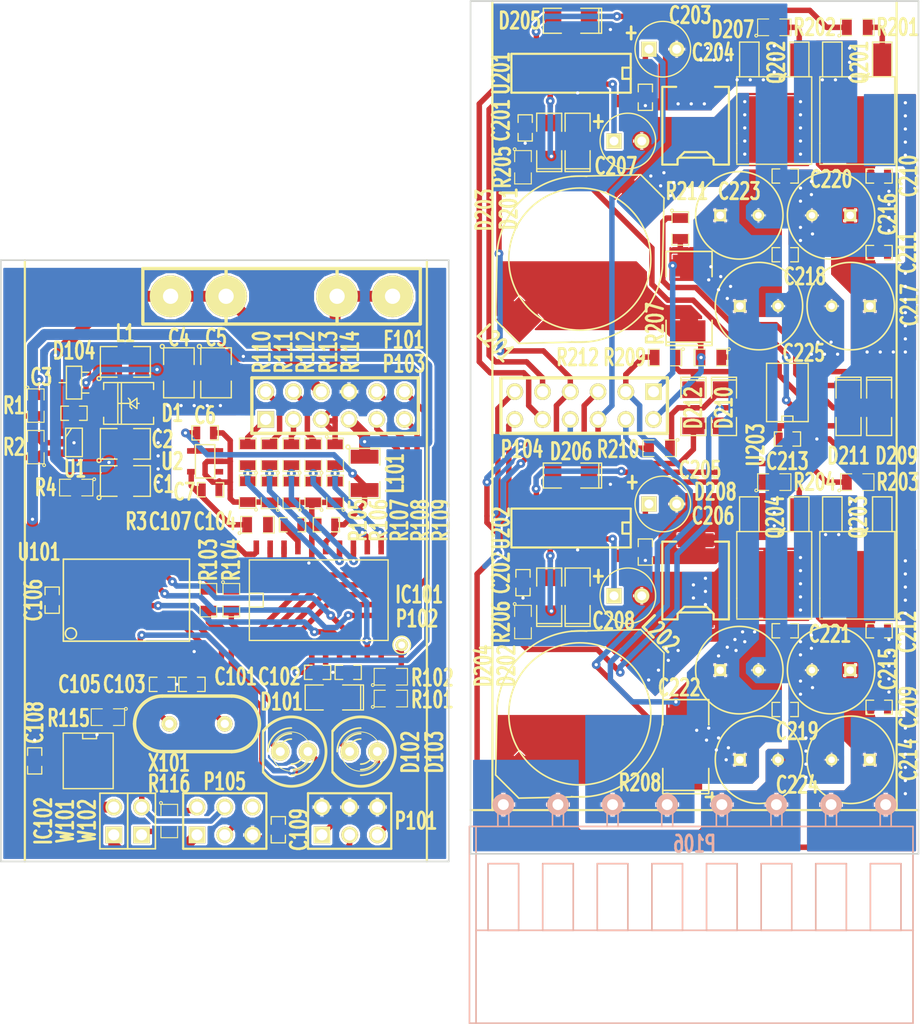
<source format=kicad_pcb>
(kicad_pcb (version 3) (host pcbnew "(2013-jul-07)-stable")
  (layers (15 F.Cu signal) (0 B.Cu signal) (18 B.Paste user hide) (19 F.Paste user hide) (20 B.SilkS user) (21 F.SilkS user) (22 B.Mask user) (23 F.Mask user) (28 Edge.Cuts user))
  (net 0 "")
  (net 1 +5V)
  (net 2 /AVCC)
  (net 3 /CAN_CS)
  (net 4 /CAN_SCK)
  (net 5 /CAN_SI)
  (net 6 /CAN_SO)
  (net 7 /CLK)
  (net 8 /Powerstage/GND_LOGIC)
  (net 9 /Powerstage/HIGHSIDEA)
  (net 10 /Powerstage/HIGHSIDEB)
  (net 11 /Powerstage/LOWSIDEA)
  (net 12 /Powerstage/LOWSIDEB)
  (net 13 /Powerstage/SENSEA_I)
  (net 14 /Powerstage/SENSEA_VOUT)
  (net 15 /Powerstage/SENSEB_I)
  (net 16 /Powerstage/VDD_LOGIC)
  (net 17 /Powerstage/VDD_PWR)
  (net 18 /Powerstage/VINA)
  (net 19 /Powerstage/VSA)
  (net 20 /Powerstage/VSB)
  (net 21 /RESET)
  (net 22 /VBAT)
  (net 23 /VDDPWR)
  (net 24 /VREF)
  (net 25 DGND)
  (net 26 N-0000013)
  (net 27 N-0000014)
  (net 28 N-0000015)
  (net 29 N-0000016)
  (net 30 N-0000017)
  (net 31 N-0000018)
  (net 32 N-0000019)
  (net 33 N-0000020)
  (net 34 N-0000021)
  (net 35 N-0000022)
  (net 36 N-0000023)
  (net 37 N-0000024)
  (net 38 N-0000027)
  (net 39 N-0000031)
  (net 40 N-0000032)
  (net 41 N-0000034)
  (net 42 N-0000036)
  (net 43 N-0000037)
  (net 44 N-0000039)
  (net 45 N-0000040)
  (net 46 N-0000041)
  (net 47 N-0000042)
  (net 48 N-0000048)
  (net 49 N-0000050)
  (net 50 N-0000051)
  (net 51 N-0000052)
  (net 52 N-0000054)
  (net 53 N-0000055)
  (net 54 N-0000056)
  (net 55 N-0000057)
  (net 56 N-0000058)
  (net 57 N-0000059)
  (net 58 N-0000060)
  (net 59 N-0000061)
  (net 60 N-0000062)
  (net 61 N-0000063)
  (net 62 N-0000064)
  (net 63 N-0000065)
  (net 64 N-0000066)
  (net 65 N-0000067)
  (net 66 N-0000068)
  (net 67 N-0000069)
  (net 68 N-0000070)
  (net 69 N-0000071)
  (net 70 N-0000072)
  (net 71 N-0000073)
  (net 72 N-0000074)
  (net 73 N-0000075)
  (net 74 N-0000076)
  (net 75 N-0000077)
  (net 76 N-0000078)
  (net 77 N-0000079)
  (net 78 N-0000080)
  (net 79 N-0000081)
  (module SOIC18W (layer F.Cu) (at 163.8 156.9)
    (fp_text reference U101 (at -8 -4.4) (layer F.SilkS) (effects (font (size 1.5 1) (thickness 0.3))))
    (fp_text value MCP2515 hide)
    (pad 1 smd rect (at -5.08 4.7) (size 0.6 2) (layers F.Cu F.Paste F.Mask) (net 50 N-0000051))
    (pad 2 smd rect (at -3.81 4.7) (size 0.6 2) (layers F.Cu F.Paste F.Mask) (net 51 N-0000052))
    (pad 3 smd rect (at -2.54 4.7) (size 0.6 2) (layers F.Cu F.Paste F.Mask) (net 7 /CLK))
    (pad 4 smd rect (at -1.27 4.7) (size 0.6 2) (layers F.Cu F.Paste F.Mask) (net 56 N-0000058))
    (pad 5 smd rect (at 0 4.7) (size 0.6 2) (layers F.Cu F.Paste F.Mask) (net 57 N-0000059))
    (pad 6 smd rect (at 1.27 4.7) (size 0.6 2) (layers F.Cu F.Paste F.Mask) (net 58 N-0000060))
    (pad 7 smd rect (at 2.54 4.7) (size 0.6 2) (layers F.Cu F.Paste F.Mask) (net 33 N-0000020))
    (pad 8 smd rect (at 3.81 4.7) (size 0.6 2) (layers F.Cu F.Paste F.Mask) (net 48 N-0000048))
    (pad 9 smd rect (at 5.08 4.7) (size 0.6 2) (layers F.Cu F.Paste F.Mask) (net 25 DGND))
    (pad 10 smd rect (at 5.08 -4.7) (size 0.6 2) (layers F.Cu F.Paste F.Mask) (net 60 N-0000062))
    (pad 11 smd rect (at 3.81 -4.7) (size 0.6 2) (layers F.Cu F.Paste F.Mask) (net 55 N-0000057))
    (pad 12 smd rect (at 2.54 -4.7) (size 0.6 2) (layers F.Cu F.Paste F.Mask))
    (pad 13 smd rect (at 1.27 -4.7) (size 0.6 2) (layers F.Cu F.Paste F.Mask) (net 4 /CAN_SCK))
    (pad 14 smd rect (at 0 -4.7) (size 0.6 2) (layers F.Cu F.Paste F.Mask) (net 5 /CAN_SI))
    (pad 15 smd rect (at -1.27 -4.7) (size 0.6 2) (layers F.Cu F.Paste F.Mask) (net 6 /CAN_SO))
    (pad 16 smd rect (at -2.54 -4.7) (size 0.6 2) (layers F.Cu F.Paste F.Mask) (net 3 /CAN_CS))
    (pad 17 smd rect (at -3.81 -4.7) (size 0.6 2) (layers F.Cu F.Paste F.Mask) (net 21 /RESET))
    (pad 18 smd rect (at -5.08 -4.7) (size 0.6 2) (layers F.Cu F.Paste F.Mask) (net 1 +5V))
  )
  (module SO8N (layer F.Cu) (at 160.3 171.6 270)
    (fp_text reference IC102 (at 5.5 4.1 270) (layer F.SilkS) (effects (font (size 1.5 1) (thickness 0.3))))
    (fp_text value MCP2551-I/SN hide)
    (pad 8 smd rect (at -1.905 -3.175 270) (size 0.508 1.143) (layers F.Cu F.Paste F.Mask) (net 49 N-0000050))
    (pad 7 smd rect (at -0.635 -3.175 270) (size 0.508 1.143) (layers F.Cu F.Paste F.Mask) (net 45 N-0000040))
    (pad 6 smd rect (at 0.635 -3.175 270) (size 0.508 1.143) (layers F.Cu F.Paste F.Mask) (net 47 N-0000042))
    (pad 5 smd rect (at 1.905 -3.175 270) (size 0.508 1.143) (layers F.Cu F.Paste F.Mask))
    (pad 4 smd rect (at 1.905 3.175 270) (size 0.508 1.143) (layers F.Cu F.Paste F.Mask) (net 51 N-0000052))
    (pad 3 smd rect (at 0.635 3.175 270) (size 0.508 1.143) (layers F.Cu F.Paste F.Mask) (net 1 +5V))
    (pad 2 smd rect (at -0.635 3.175 270) (size 0.508 1.143) (layers F.Cu F.Paste F.Mask) (net 25 DGND))
    (pad 1 smd rect (at -1.905 3.175 270) (size 0.508 1.143) (layers F.Cu F.Paste F.Mask) (net 50 N-0000051))
  )
  (module SO8E (layer F.Cu) (at 224.3 137.9 90)
    (fp_text reference U203 (at -4.8 -2.9 90) (layer F.SilkS) (effects (font (size 1.5 1) (thickness 0.3))))
    (fp_text value LM393 hide)
    (pad 8 smd rect (at -1.905 -2.667 90) (size 0.59944 1.39954) (layers F.Cu F.Paste F.Mask) (net 17 /Powerstage/VDD_PWR))
    (pad 1 smd rect (at -1.905 2.667 90) (size 0.59944 1.39954) (layers F.Cu F.Paste F.Mask) (net 64 N-0000066))
    (pad 7 smd rect (at -0.635 -2.667 90) (size 0.59944 1.39954) (layers F.Cu F.Paste F.Mask) (net 66 N-0000068))
    (pad 6 smd rect (at 0.635 -2.667 90) (size 0.59944 1.39954) (layers F.Cu F.Paste F.Mask) (net 68 N-0000070))
    (pad 5 smd rect (at 1.905 -2.667 90) (size 0.59944 1.39954) (layers F.Cu F.Paste F.Mask) (net 67 N-0000069))
    (pad 2 smd rect (at -0.635 2.667 90) (size 0.59944 1.39954) (layers F.Cu F.Paste F.Mask) (net 63 N-0000065))
    (pad 3 smd rect (at 0.635 2.667 90) (size 0.59944 1.39954) (layers F.Cu F.Paste F.Mask) (net 62 N-0000064))
    (pad 4 smd rect (at 1.905 2.667 90) (size 0.59944 1.39954) (layers F.Cu F.Paste F.Mask) (net 8 /Powerstage/GND_LOGIC))
  )
  (module SO20L (layer F.Cu) (at 181.4 156.9)
    (fp_text reference IC101 (at 9.2 -0.5) (layer F.SilkS) (effects (font (size 1.5 1) (thickness 0.3))))
    (fp_text value ATTINY461A-S hide)
    (pad 11 smd rect (at 5.715 -4.826) (size 0.508 1.27) (layers F.Cu F.Paste F.Mask) (net 31 N-0000018))
    (pad 12 smd rect (at 4.445 -4.826) (size 0.508 1.27) (layers F.Cu F.Paste F.Mask) (net 30 N-0000017))
    (pad 13 smd rect (at 3.175 -4.826) (size 0.508 1.27) (layers F.Cu F.Paste F.Mask) (net 32 N-0000019))
    (pad 14 smd rect (at 1.905 -4.826) (size 0.508 1.27) (layers F.Cu F.Paste F.Mask) (net 37 N-0000024))
    (pad 15 smd rect (at 0.635 -4.826) (size 0.508 1.27) (layers F.Cu F.Paste F.Mask) (net 2 /AVCC))
    (pad 16 smd rect (at -0.635 -4.826) (size 0.508 1.27) (layers F.Cu F.Paste F.Mask) (net 25 DGND))
    (pad 17 smd rect (at -1.905 -4.826) (size 0.508 1.27) (layers F.Cu F.Paste F.Mask) (net 24 /VREF))
    (pad 18 smd rect (at -3.175 -4.826) (size 0.508 1.27) (layers F.Cu F.Paste F.Mask) (net 4 /CAN_SCK))
    (pad 19 smd rect (at -4.445 -4.826) (size 0.508 1.27) (layers F.Cu F.Paste F.Mask) (net 5 /CAN_SI))
    (pad 20 smd rect (at -5.715 -4.826) (size 0.508 1.27) (layers F.Cu F.Paste F.Mask) (net 6 /CAN_SO))
    (pad 1 smd rect (at -5.715 4.826) (size 0.508 1.27) (layers F.Cu F.Paste F.Mask) (net 29 N-0000016))
    (pad 2 smd rect (at -4.445 4.826) (size 0.508 1.27) (layers F.Cu F.Paste F.Mask) (net 28 N-0000015))
    (pad 3 smd rect (at -3.175 4.826) (size 0.508 1.27) (layers F.Cu F.Paste F.Mask) (net 27 N-0000014))
    (pad 4 smd rect (at -1.905 4.826) (size 0.508 1.27) (layers F.Cu F.Paste F.Mask) (net 26 N-0000013))
    (pad 5 smd rect (at -0.635 4.826) (size 0.508 1.27) (layers F.Cu F.Paste F.Mask) (net 1 +5V))
    (pad 6 smd rect (at 0.635 4.826) (size 0.508 1.27) (layers F.Cu F.Paste F.Mask) (net 25 DGND))
    (pad 7 smd rect (at 1.905 4.826) (size 0.508 1.27) (layers F.Cu F.Paste F.Mask) (net 7 /CLK))
    (pad 8 smd rect (at 3.175 4.826) (size 0.508 1.27) (layers F.Cu F.Paste F.Mask) (net 3 /CAN_CS))
    (pad 9 smd rect (at 4.445 4.826) (size 0.508 1.27) (layers F.Cu F.Paste F.Mask) (net 54 N-0000056))
    (pad 10 smd rect (at 5.715 4.826) (size 0.508 1.27) (layers F.Cu F.Paste F.Mask) (net 21 /RESET))
  )
  (module SO16E (layer F.Cu) (at 204.5 108.7 180)
    (fp_text reference U201 (at 6.4 0 270) (layer F.SilkS) (effects (font (size 1.5 1) (thickness 0.3))))
    (fp_text value IR2110 hide)
    (pad 1 smd rect (at -4.445 2.54 180) (size 0.508 1.143) (layers F.Cu F.Paste F.Mask) (net 77 N-0000079))
    (pad 2 smd rect (at -3.175 2.54 180) (size 0.508 1.143) (layers F.Cu F.Paste F.Mask) (net 8 /Powerstage/GND_LOGIC))
    (pad 3 smd rect (at -1.905 2.54 180) (size 0.508 1.143) (layers F.Cu F.Paste F.Mask) (net 17 /Powerstage/VDD_PWR))
    (pad 4 smd rect (at -0.635 2.54 180) (size 0.508 1.143) (layers F.Cu F.Paste F.Mask))
    (pad 5 smd rect (at 0.635 2.54 180) (size 0.508 1.143) (layers F.Cu F.Paste F.Mask) (net 19 /Powerstage/VSA))
    (pad 6 smd rect (at 1.905 2.54 180) (size 0.508 1.143) (layers F.Cu F.Paste F.Mask) (net 78 N-0000080))
    (pad 7 smd rect (at 3.175 2.54 180) (size 0.508 1.143) (layers F.Cu F.Paste F.Mask) (net 79 N-0000081))
    (pad 8 smd rect (at 4.445 2.54 180) (size 0.508 1.143) (layers F.Cu F.Paste F.Mask))
    (pad 9 smd rect (at 4.445 -2.54 180) (size 0.508 1.143) (layers F.Cu F.Paste F.Mask) (net 16 /Powerstage/VDD_LOGIC))
    (pad 10 smd rect (at 3.175 -2.54 180) (size 0.508 1.143) (layers F.Cu F.Paste F.Mask) (net 9 /Powerstage/HIGHSIDEA))
    (pad 11 smd rect (at 1.905 -2.54 180) (size 0.508 1.143) (layers F.Cu F.Paste F.Mask) (net 76 N-0000078))
    (pad 12 smd rect (at 0.635 -2.54 180) (size 0.508 1.143) (layers F.Cu F.Paste F.Mask) (net 11 /Powerstage/LOWSIDEA))
    (pad 13 smd rect (at -0.635 -2.54 180) (size 0.508 1.143) (layers F.Cu F.Paste F.Mask) (net 8 /Powerstage/GND_LOGIC))
    (pad 14 smd rect (at -1.905 -2.54 180) (size 0.508 1.143) (layers F.Cu F.Paste F.Mask))
    (pad 15 smd rect (at -3.175 -2.54 180) (size 0.508 1.143) (layers F.Cu F.Paste F.Mask))
    (pad 16 smd rect (at -4.445 -2.54 180) (size 0.508 1.143) (layers F.Cu F.Paste F.Mask))
  )
  (module SO16E (layer F.Cu) (at 204.5 150.3 180)
    (fp_text reference U202 (at 6.4 0 270) (layer F.SilkS) (effects (font (size 1.5 1) (thickness 0.3))))
    (fp_text value IR2110 hide)
    (pad 1 smd rect (at -4.445 2.54 180) (size 0.508 1.143) (layers F.Cu F.Paste F.Mask) (net 69 N-0000071))
    (pad 2 smd rect (at -3.175 2.54 180) (size 0.508 1.143) (layers F.Cu F.Paste F.Mask) (net 8 /Powerstage/GND_LOGIC))
    (pad 3 smd rect (at -1.905 2.54 180) (size 0.508 1.143) (layers F.Cu F.Paste F.Mask) (net 17 /Powerstage/VDD_PWR))
    (pad 4 smd rect (at -0.635 2.54 180) (size 0.508 1.143) (layers F.Cu F.Paste F.Mask))
    (pad 5 smd rect (at 0.635 2.54 180) (size 0.508 1.143) (layers F.Cu F.Paste F.Mask) (net 20 /Powerstage/VSB))
    (pad 6 smd rect (at 1.905 2.54 180) (size 0.508 1.143) (layers F.Cu F.Paste F.Mask) (net 70 N-0000072))
    (pad 7 smd rect (at 3.175 2.54 180) (size 0.508 1.143) (layers F.Cu F.Paste F.Mask) (net 71 N-0000073))
    (pad 8 smd rect (at 4.445 2.54 180) (size 0.508 1.143) (layers F.Cu F.Paste F.Mask))
    (pad 9 smd rect (at 4.445 -2.54 180) (size 0.508 1.143) (layers F.Cu F.Paste F.Mask) (net 16 /Powerstage/VDD_LOGIC))
    (pad 10 smd rect (at 3.175 -2.54 180) (size 0.508 1.143) (layers F.Cu F.Paste F.Mask) (net 10 /Powerstage/HIGHSIDEB))
    (pad 11 smd rect (at 1.905 -2.54 180) (size 0.508 1.143) (layers F.Cu F.Paste F.Mask) (net 65 N-0000067))
    (pad 12 smd rect (at 0.635 -2.54 180) (size 0.508 1.143) (layers F.Cu F.Paste F.Mask) (net 12 /Powerstage/LOWSIDEB))
    (pad 13 smd rect (at -0.635 -2.54 180) (size 0.508 1.143) (layers F.Cu F.Paste F.Mask) (net 8 /Powerstage/GND_LOGIC))
    (pad 14 smd rect (at -1.905 -2.54 180) (size 0.508 1.143) (layers F.Cu F.Paste F.Mask))
    (pad 15 smd rect (at -3.175 -2.54 180) (size 0.508 1.143) (layers F.Cu F.Paste F.Mask))
    (pad 16 smd rect (at -4.445 -2.54 180) (size 0.508 1.143) (layers F.Cu F.Paste F.Mask))
  )
  (module SMD403 (layer F.Cu) (at 215.9 113.5 270)
    (fp_text reference D207 (at -8.8 -3.4 360) (layer F.SilkS) (effects (font (size 1.5 1) (thickness 0.3))))
    (fp_text value DIODESCH hide)
    (pad 1 smd rect (at -3.683 0 270) (size 1.27 3.302) (layers F.Cu F.Paste F.Mask) (net 8 /Powerstage/GND_LOGIC))
    (pad 2 smd rect (at 3.683 0 270) (size 1.27 3.302) (layers F.Cu F.Paste F.Mask) (net 19 /Powerstage/VSA))
  )
  (module SMD403 (layer F.Cu) (at 215.9 155.1 270)
    (fp_text reference D208 (at -8.1 -1.8 360) (layer F.SilkS) (effects (font (size 1.5 1) (thickness 0.3))))
    (fp_text value DIODESCH hide)
    (pad 1 smd rect (at -3.683 0 270) (size 1.27 3.302) (layers F.Cu F.Paste F.Mask) (net 8 /Powerstage/GND_LOGIC))
    (pad 2 smd rect (at 3.683 0 270) (size 1.27 3.302) (layers F.Cu F.Paste F.Mask) (net 20 /Powerstage/VSB))
  )
  (module SM2512 (layer F.Cu) (at 215.3 129.3 90)
    (fp_text reference R207 (at -2.3 -3.1 90) (layer F.SilkS) (effects (font (size 1.5 1) (thickness 0.3))))
    (fp_text value 0R1 hide)
    (pad 1 smd rect (at -2.99974 0 90) (size 1.99898 2.99974) (layers F.Cu F.Paste F.Mask) (net 13 /Powerstage/SENSEA_I))
    (pad 2 smd rect (at 2.99974 0 90) (size 1.99898 2.99974) (layers F.Cu F.Paste F.Mask) (net 14 /Powerstage/SENSEA_VOUT))
  )
  (module SM2512 (layer F.Cu) (at 215 170.3 90)
    (fp_text reference R208 (at -3.3 -4.2 180) (layer F.SilkS) (effects (font (size 1.5 1) (thickness 0.3))))
    (fp_text value 0R1 hide)
    (fp_text user + (at -4.59994 2.30124 90) (layer F.SilkS) (effects (font (size 1.5 1) (thickness 0.3))))
    (pad 1 smd rect (at -2.99974 0 90) (size 1.99898 2.99974) (layers F.Cu F.Paste F.Mask) (net 15 /Powerstage/SENSEB_I))
    (pad 2 smd rect (at 2.99974 0 90) (size 1.99898 2.99974) (layers F.Cu F.Paste F.Mask) (net 14 /Powerstage/SENSEA_VOUT))
  )
  (module SM1210 (layer F.Cu) (at 185.6 145.3 270)
    (fp_text reference L101 (at 0 -2.8 270) (layer F.SilkS) (effects (font (size 1.5 1) (thickness 0.3))))
    (fp_text value 22u hide)
    (pad 1 smd rect (at -1.524 0 270) (size 1.27 2.54) (layers F.Cu F.Paste F.Mask) (net 1 +5V))
    (pad 2 smd rect (at 1.524 0 270) (size 1.27 2.54) (layers F.Cu F.Paste F.Mask) (net 2 /AVCC))
  )
  (module SM1206POL (layer F.Cu) (at 202.5 114.9 90)
    (fp_text reference D203 (at -6.3 -5.9 90) (layer F.SilkS) (effects (font (size 1.5 1) (thickness 0.3))))
    (fp_text value DIODE hide)
    (pad 1 smd rect (at -1.651 0 90) (size 1.524 2.032) (layers F.Cu F.Paste F.Mask) (net 76 N-0000078))
    (pad 2 smd rect (at 1.651 0 90) (size 1.524 2.032) (layers F.Cu F.Paste F.Mask) (net 16 /Powerstage/VDD_LOGIC))
  )
  (module SM1206POL (layer F.Cu) (at 182.7 165.8 180)
    (fp_text reference D101 (at 4.7 -0.4 180) (layer F.SilkS) (effects (font (size 1.5 1) (thickness 0.3))))
    (fp_text value DIODE hide)
    (pad 1 smd rect (at -1.651 0 180) (size 1.524 2.032) (layers F.Cu F.Paste F.Mask) (net 52 N-0000054))
    (pad 2 smd rect (at 1.651 0 180) (size 1.524 2.032) (layers F.Cu F.Paste F.Mask) (net 1 +5V))
  )
  (module SM1206POL (layer F.Cu) (at 205.1 156.5 90)
    (fp_text reference D202 (at -6.4 -6.5 90) (layer F.SilkS) (effects (font (size 1.5 1) (thickness 0.3))))
    (fp_text value DIODE hide)
    (pad 1 smd rect (at -1.651 0 90) (size 1.524 2.032) (layers F.Cu F.Paste F.Mask) (net 65 N-0000067))
    (pad 2 smd rect (at 1.651 0 90) (size 1.524 2.032) (layers F.Cu F.Paste F.Mask) (net 12 /Powerstage/LOWSIDEB))
  )
  (module SM1206POL (layer F.Cu) (at 202.5 156.5 90)
    (fp_text reference D204 (at -6.4 -6 90) (layer F.SilkS) (effects (font (size 1.5 1) (thickness 0.3))))
    (fp_text value DIODE hide)
    (pad 1 smd rect (at -1.651 0 90) (size 1.524 2.032) (layers F.Cu F.Paste F.Mask) (net 65 N-0000067))
    (pad 2 smd rect (at 1.651 0 90) (size 1.524 2.032) (layers F.Cu F.Paste F.Mask) (net 16 /Powerstage/VDD_LOGIC))
  )
  (module SM1206POL (layer F.Cu) (at 204.5 145.5 180)
    (fp_text reference D206 (at 0 2.2 180) (layer F.SilkS) (effects (font (size 1.5 1) (thickness 0.3))))
    (fp_text value DIODE hide)
    (pad 1 smd rect (at -1.651 0 180) (size 1.524 2.032) (layers F.Cu F.Paste F.Mask) (net 17 /Powerstage/VDD_PWR))
    (pad 2 smd rect (at 1.651 0 180) (size 1.524 2.032) (layers F.Cu F.Paste F.Mask) (net 70 N-0000072))
  )
  (module SM1206POL (layer F.Cu) (at 204.5 103.9 180)
    (fp_text reference D205 (at 4.7 0 180) (layer F.SilkS) (effects (font (size 1.5 1) (thickness 0.3))))
    (fp_text value DIODE hide)
    (pad 1 smd rect (at -1.651 0 180) (size 1.524 2.032) (layers F.Cu F.Paste F.Mask) (net 17 /Powerstage/VDD_PWR))
    (pad 2 smd rect (at 1.651 0 180) (size 1.524 2.032) (layers F.Cu F.Paste F.Mask) (net 78 N-0000080))
  )
  (module SM1206POL (layer F.Cu) (at 232.7 139.3 270)
    (fp_text reference D209 (at 4.4 -1.6 360) (layer F.SilkS) (effects (font (size 1.5 1) (thickness 0.3))))
    (fp_text value DIODE hide)
    (pad 1 smd rect (at -1.651 0 270) (size 1.524 2.032) (layers F.Cu F.Paste F.Mask) (net 63 N-0000065))
    (pad 2 smd rect (at 1.651 0 270) (size 1.524 2.032) (layers F.Cu F.Paste F.Mask) (net 17 /Powerstage/VDD_PWR))
  )
  (module SM1206POL (layer F.Cu) (at 229.9 139.3 270)
    (fp_text reference D211 (at 4.4 0 360) (layer F.SilkS) (effects (font (size 1.5 1) (thickness 0.3))))
    (fp_text value DIODE hide)
    (pad 1 smd rect (at -1.651 0 270) (size 1.524 2.032) (layers F.Cu F.Paste F.Mask) (net 62 N-0000064))
    (pad 2 smd rect (at 1.651 0 270) (size 1.524 2.032) (layers F.Cu F.Paste F.Mask) (net 17 /Powerstage/VDD_PWR))
  )
  (module SM1206POL (layer F.Cu) (at 218.5 139.3 270)
    (fp_text reference D210 (at 0 0 270) (layer F.SilkS) (effects (font (size 1.5 1) (thickness 0.3))))
    (fp_text value DIODE hide)
    (pad 1 smd rect (at -1.651 0 270) (size 1.524 2.032) (layers F.Cu F.Paste F.Mask) (net 68 N-0000070))
    (pad 2 smd rect (at 1.651 0 270) (size 1.524 2.032) (layers F.Cu F.Paste F.Mask) (net 17 /Powerstage/VDD_PWR))
  )
  (module SM1206POL (layer F.Cu) (at 215.7 139.3 270)
    (fp_text reference D212 (at 0 0 270) (layer F.SilkS) (effects (font (size 1.5 1) (thickness 0.3))))
    (fp_text value DIODE hide)
    (pad 1 smd rect (at -1.651 0 270) (size 1.524 2.032) (layers F.Cu F.Paste F.Mask) (net 67 N-0000069))
    (pad 2 smd rect (at 1.651 0 270) (size 1.524 2.032) (layers F.Cu F.Paste F.Mask) (net 17 /Powerstage/VDD_PWR))
  )
  (module SM1206POL (layer F.Cu) (at 205.1 114.9 90)
    (fp_text reference D201 (at -6.2 -6.3 90) (layer F.SilkS) (effects (font (size 1.5 1) (thickness 0.3))))
    (fp_text value DIODE hide)
    (pad 1 smd rect (at -1.651 0 90) (size 1.524 2.032) (layers F.Cu F.Paste F.Mask) (net 76 N-0000078))
    (pad 2 smd rect (at 1.651 0 90) (size 1.524 2.032) (layers F.Cu F.Paste F.Mask) (net 11 /Powerstage/LOWSIDEA))
  )
  (module SM0805 (layer F.Cu) (at 213.1 134.7 180)
    (fp_text reference R212 (at 8 0 180) (layer F.SilkS) (effects (font (size 1.5 1) (thickness 0.3))))
    (fp_text value 10k hide)
    (pad 1 smd rect (at -0.9525 0 180) (size 0.889 1.397) (layers F.Cu F.Paste F.Mask) (net 67 N-0000069))
    (pad 2 smd rect (at 0.9525 0 180) (size 0.889 1.397) (layers F.Cu F.Paste F.Mask) (net 14 /Powerstage/SENSEA_VOUT))
  )
  (module SM0805 (layer F.Cu) (at 178.9 147 90)
    (fp_text reference R107 (at -2.6 9.9 90) (layer F.SilkS) (effects (font (size 1.5 1) (thickness 0.3))))
    (fp_text value 1k hide)
    (pad 1 smd rect (at -0.9525 0 90) (size 0.889 1.397) (layers F.Cu F.Paste F.Mask) (net 25 DGND))
    (pad 2 smd rect (at 0.9525 0 90) (size 0.889 1.397) (layers F.Cu F.Paste F.Mask) (net 32 N-0000019))
  )
  (module SM0805 (layer F.Cu) (at 230.7 104.5)
    (fp_text reference R201 (at 3.7 0) (layer F.SilkS) (effects (font (size 1.5 1) (thickness 0.3))))
    (fp_text value 10 hide)
    (pad 1 smd rect (at -0.9525 0) (size 0.889 1.397) (layers F.Cu F.Paste F.Mask) (net 79 N-0000081))
    (pad 2 smd rect (at 0.9525 0) (size 0.889 1.397) (layers F.Cu F.Paste F.Mask) (net 75 N-0000077))
  )
  (module SM0805 (layer F.Cu) (at 223.1 104.5)
    (fp_text reference R202 (at 3.7 0) (layer F.SilkS) (effects (font (size 1.5 1) (thickness 0.3))))
    (fp_text value 10 hide)
    (pad 1 smd rect (at -0.9525 0) (size 0.889 1.397) (layers F.Cu F.Paste F.Mask) (net 77 N-0000079))
    (pad 2 smd rect (at 0.9525 0) (size 0.889 1.397) (layers F.Cu F.Paste F.Mask) (net 74 N-0000076))
  )
  (module SM0805 (layer F.Cu) (at 230.7 146.1)
    (fp_text reference R203 (at 3.7 0) (layer F.SilkS) (effects (font (size 1.5 1) (thickness 0.3))))
    (fp_text value 10 hide)
    (pad 1 smd rect (at -0.9525 0) (size 0.889 1.397) (layers F.Cu F.Paste F.Mask) (net 71 N-0000073))
    (pad 2 smd rect (at 0.9525 0) (size 0.889 1.397) (layers F.Cu F.Paste F.Mask) (net 72 N-0000074))
  )
  (module SM0805 (layer F.Cu) (at 176.9 147 90)
    (fp_text reference R106 (at -2.6 10 90) (layer F.SilkS) (effects (font (size 1.5 1) (thickness 0.3))))
    (fp_text value 1k hide)
    (pad 1 smd rect (at -0.9525 0 90) (size 0.889 1.397) (layers F.Cu F.Paste F.Mask) (net 25 DGND))
    (pad 2 smd rect (at 0.9525 0 90) (size 0.889 1.397) (layers F.Cu F.Paste F.Mask) (net 37 N-0000024))
  )
  (module SM0805 (layer F.Cu) (at 214.5 122.9 270)
    (fp_text reference R211 (at -3.4 -0.6 360) (layer F.SilkS) (effects (font (size 1.5 1) (thickness 0.3))))
    (fp_text value 10k hide)
    (pad 1 smd rect (at -0.9525 0 270) (size 0.889 1.397) (layers F.Cu F.Paste F.Mask) (net 62 N-0000064))
    (pad 2 smd rect (at 0.9525 0 270) (size 0.889 1.397) (layers F.Cu F.Paste F.Mask) (net 14 /Powerstage/SENSEA_VOUT))
  )
  (module SM0805 (layer F.Cu) (at 217.3 134.7 180)
    (fp_text reference R209 (at 7.9 0 180) (layer F.SilkS) (effects (font (size 1.5 1) (thickness 0.3))))
    (fp_text value 10k hide)
    (pad 1 smd rect (at -0.9525 0 180) (size 0.889 1.397) (layers F.Cu F.Paste F.Mask) (net 63 N-0000065))
    (pad 2 smd rect (at 0.9525 0 180) (size 0.889 1.397) (layers F.Cu F.Paste F.Mask) (net 13 /Powerstage/SENSEA_I))
  )
  (module SM0805 (layer F.Cu) (at 200.1 117.3 270)
    (fp_text reference R205 (at 0 1.9 270) (layer F.SilkS) (effects (font (size 1.5 1) (thickness 0.3))))
    (fp_text value 1k hide)
    (pad 1 smd rect (at -0.9525 0 270) (size 0.889 1.397) (layers F.Cu F.Paste F.Mask) (net 76 N-0000078))
    (pad 2 smd rect (at 0.9525 0 270) (size 0.889 1.397) (layers F.Cu F.Paste F.Mask) (net 64 N-0000066))
  )
  (module SM0805 (layer F.Cu) (at 182.9 147 90)
    (fp_text reference R109 (at -2.6 9.7 90) (layer F.SilkS) (effects (font (size 1.5 1) (thickness 0.3))))
    (fp_text value 1k hide)
    (pad 1 smd rect (at -0.9525 0 90) (size 0.889 1.397) (layers F.Cu F.Paste F.Mask) (net 25 DGND))
    (pad 2 smd rect (at 0.9525 0 90) (size 0.889 1.397) (layers F.Cu F.Paste F.Mask) (net 31 N-0000018))
  )
  (module SM0805 (layer F.Cu) (at 174.9 143.6 90)
    (fp_text reference R110 (at 9.4 1.3 90) (layer F.SilkS) (effects (font (size 1.5 1) (thickness 0.3))))
    (fp_text value 10k hide)
    (pad 1 smd rect (at -0.9525 0 90) (size 0.889 1.397) (layers F.Cu F.Paste F.Mask) (net 54 N-0000056))
    (pad 2 smd rect (at 0.9525 0 90) (size 0.889 1.397) (layers F.Cu F.Paste F.Mask) (net 53 N-0000055))
  )
  (module SM0805 (layer F.Cu) (at 200.1 158.9 270)
    (fp_text reference R206 (at 0 2 270) (layer F.SilkS) (effects (font (size 1.5 1) (thickness 0.3))))
    (fp_text value 1k hide)
    (pad 1 smd rect (at -0.9525 0 270) (size 0.889 1.397) (layers F.Cu F.Paste F.Mask) (net 65 N-0000067))
    (pad 2 smd rect (at 0.9525 0 270) (size 0.889 1.397) (layers F.Cu F.Paste F.Mask) (net 66 N-0000068))
  )
  (module SM0805 (layer F.Cu) (at 212.6 143 180)
    (fp_text reference R210 (at 3.8 -0.1 180) (layer F.SilkS) (effects (font (size 1.5 1) (thickness 0.3))))
    (fp_text value 10k hide)
    (pad 1 smd rect (at -0.9525 0 180) (size 0.889 1.397) (layers F.Cu F.Paste F.Mask) (net 68 N-0000070))
    (pad 2 smd rect (at 0.9525 0 180) (size 0.889 1.397) (layers F.Cu F.Paste F.Mask) (net 15 /Powerstage/SENSEB_I))
  )
  (module SM0805 (layer F.Cu) (at 162.1 167.6 180)
    (fp_text reference R115 (at 3.6 -0.1 180) (layer F.SilkS) (effects (font (size 1.5 1) (thickness 0.3))))
    (fp_text value 1k hide)
    (pad 1 smd rect (at -0.9525 0 180) (size 0.889 1.397) (layers F.Cu F.Paste F.Mask) (net 49 N-0000050))
    (pad 2 smd rect (at 0.9525 0 180) (size 0.889 1.397) (layers F.Cu F.Paste F.Mask) (net 25 DGND))
  )
  (module SM0805 (layer F.Cu) (at 223.1 146.1)
    (fp_text reference R204 (at 3.7 0) (layer F.SilkS) (effects (font (size 1.5 1) (thickness 0.3))))
    (fp_text value 10 hide)
    (pad 1 smd rect (at -0.9525 0) (size 0.889 1.397) (layers F.Cu F.Paste F.Mask) (net 69 N-0000071))
    (pad 2 smd rect (at 0.9525 0) (size 0.889 1.397) (layers F.Cu F.Paste F.Mask) (net 73 N-0000075))
  )
  (module SM0805 (layer F.Cu) (at 173.4 156.9 270)
    (fp_text reference R104 (at -3.7 0 270) (layer F.SilkS) (effects (font (size 1.5 1) (thickness 0.3))))
    (fp_text value 1k hide)
    (pad 1 smd rect (at -0.9525 0 270) (size 0.889 1.397) (layers F.Cu F.Paste F.Mask) (net 60 N-0000062))
    (pad 2 smd rect (at 0.9525 0 270) (size 0.889 1.397) (layers F.Cu F.Paste F.Mask) (net 61 N-0000063))
  )
  (module SM0805 (layer F.Cu) (at 171.3 156.9 270)
    (fp_text reference R103 (at -3.7 0 270) (layer F.SilkS) (effects (font (size 1.5 1) (thickness 0.3))))
    (fp_text value 1k hide)
    (pad 1 smd rect (at -0.9525 0 270) (size 0.889 1.397) (layers F.Cu F.Paste F.Mask) (net 55 N-0000057))
    (pad 2 smd rect (at 0.9525 0 270) (size 0.889 1.397) (layers F.Cu F.Paste F.Mask) (net 59 N-0000061))
  )
  (module SM0805 (layer F.Cu) (at 174.899 146.974 90)
    (fp_text reference R105 (at -2.626 10.101 90) (layer F.SilkS) (effects (font (size 1.5 1) (thickness 0.3))))
    (fp_text value 1k hide)
    (pad 1 smd rect (at -0.9525 0 90) (size 0.889 1.397) (layers F.Cu F.Paste F.Mask) (net 25 DGND))
    (pad 2 smd rect (at 0.9525 0 90) (size 0.889 1.397) (layers F.Cu F.Paste F.Mask) (net 54 N-0000056))
  )
  (module SM0805 (layer F.Cu) (at 180.9 143.6 90)
    (fp_text reference R113 (at 9.4 1.4 90) (layer F.SilkS) (effects (font (size 1.5 1) (thickness 0.3))))
    (fp_text value 10k hide)
    (pad 1 smd rect (at -0.9525 0 90) (size 0.889 1.397) (layers F.Cu F.Paste F.Mask) (net 30 N-0000017))
    (pad 2 smd rect (at 0.9525 0 90) (size 0.889 1.397) (layers F.Cu F.Paste F.Mask) (net 34 N-0000021))
  )
  (module SM0805 (layer F.Cu) (at 167.72 177.1 270)
    (fp_text reference R116 (at -3.4 0.02 360) (layer F.SilkS) (effects (font (size 1.5 1) (thickness 0.3))))
    (fp_text value 120 hide)
    (pad 1 smd rect (at -0.9525 0 270) (size 0.889 1.397) (layers F.Cu F.Paste F.Mask) (net 45 N-0000040))
    (pad 2 smd rect (at 0.9525 0 270) (size 0.889 1.397) (layers F.Cu F.Paste F.Mask) (net 46 N-0000041))
  )
  (module SM0805 (layer F.Cu) (at 178.9 143.6 90)
    (fp_text reference R112 (at 9.4 1.3 90) (layer F.SilkS) (effects (font (size 1.5 1) (thickness 0.3))))
    (fp_text value 10k hide)
    (pad 1 smd rect (at -0.9525 0 90) (size 0.889 1.397) (layers F.Cu F.Paste F.Mask) (net 32 N-0000019))
    (pad 2 smd rect (at 0.9525 0 90) (size 0.889 1.397) (layers F.Cu F.Paste F.Mask) (net 35 N-0000022))
  )
  (module SM0805 (layer F.Cu) (at 176.9 143.6 90)
    (fp_text reference R111 (at 9.4 1.3 90) (layer F.SilkS) (effects (font (size 1.5 1) (thickness 0.3))))
    (fp_text value 10k hide)
    (pad 1 smd rect (at -0.9525 0 90) (size 0.889 1.397) (layers F.Cu F.Paste F.Mask) (net 37 N-0000024))
    (pad 2 smd rect (at 0.9525 0 90) (size 0.889 1.397) (layers F.Cu F.Paste F.Mask) (net 36 N-0000023))
  )
  (module SM0805 (layer F.Cu) (at 188 165.9)
    (fp_text reference R101 (at 3.8 0.1) (layer F.SilkS) (effects (font (size 1.5 1) (thickness 0.3))))
    (fp_text value 120 hide)
    (pad 1 smd rect (at -0.9525 0) (size 0.889 1.397) (layers F.Cu F.Paste F.Mask) (net 52 N-0000054))
    (pad 2 smd rect (at 0.9525 0) (size 0.889 1.397) (layers F.Cu F.Paste F.Mask) (net 1 +5V))
  )
  (module SM0805 (layer F.Cu) (at 188 163.9)
    (fp_text reference R102 (at 3.8 0.1) (layer F.SilkS) (effects (font (size 1.5 1) (thickness 0.3))))
    (fp_text value 10k hide)
    (pad 1 smd rect (at -0.9525 0) (size 0.889 1.397) (layers F.Cu F.Paste F.Mask) (net 52 N-0000054))
    (pad 2 smd rect (at 0.9525 0) (size 0.889 1.397) (layers F.Cu F.Paste F.Mask) (net 21 /RESET))
  )
  (module SM0805 (layer F.Cu) (at 180.9 147 90)
    (fp_text reference R108 (at -2.6 9.8 90) (layer F.SilkS) (effects (font (size 1.5 1) (thickness 0.3))))
    (fp_text value 1k hide)
    (pad 1 smd rect (at -0.9525 0 90) (size 0.889 1.397) (layers F.Cu F.Paste F.Mask) (net 25 DGND))
    (pad 2 smd rect (at 0.9525 0 90) (size 0.889 1.397) (layers F.Cu F.Paste F.Mask) (net 30 N-0000017))
  )
  (module SM0805 (layer F.Cu) (at 182.9 143.6 270)
    (fp_text reference R114 (at -9.4 -1.4 270) (layer F.SilkS) (effects (font (size 1.5 1) (thickness 0.3))))
    (fp_text value 10k hide)
    (pad 1 smd rect (at -0.9525 0 270) (size 0.889 1.397) (layers F.Cu F.Paste F.Mask) (net 22 /VBAT))
    (pad 2 smd rect (at 0.9525 0 270) (size 0.889 1.397) (layers F.Cu F.Paste F.Mask) (net 31 N-0000018))
  )
  (module SM0603_Capa (layer F.Cu) (at 224.1 159.7)
    (fp_text reference C221 (at 4.1 0.3) (layer F.SilkS) (effects (font (size 1.5 1) (thickness 0.3))))
    (fp_text value 100n hide)
    (pad 1 smd rect (at -0.762 0) (size 0.635 1.143) (layers F.Cu F.Paste F.Mask) (net 14 /Powerstage/SENSEA_VOUT))
    (pad 2 smd rect (at 0.762 0) (size 0.635 1.143) (layers F.Cu F.Paste F.Mask) (net 8 /Powerstage/GND_LOGIC))
  )
  (module SM0603_Capa (layer F.Cu) (at 200.3 113.7 90)
    (fp_text reference C201 (at 0.7 -2.2 90) (layer F.SilkS) (effects (font (size 1.5 1) (thickness 0.3))))
    (fp_text value 100n hide)
    (pad 1 smd rect (at -0.762 0 90) (size 0.635 1.143) (layers F.Cu F.Paste F.Mask) (net 8 /Powerstage/GND_LOGIC))
    (pad 2 smd rect (at 0.762 0 90) (size 0.635 1.143) (layers F.Cu F.Paste F.Mask) (net 16 /Powerstage/VDD_LOGIC))
  )
  (module SM0603_Capa (layer F.Cu) (at 224.1 166.9)
    (fp_text reference C219 (at 1.1 2) (layer F.SilkS) (effects (font (size 1.5 1) (thickness 0.3))))
    (fp_text value 100n hide)
    (pad 1 smd rect (at -0.762 0) (size 0.635 1.143) (layers F.Cu F.Paste F.Mask) (net 14 /Powerstage/SENSEA_VOUT))
    (pad 2 smd rect (at 0.762 0) (size 0.635 1.143) (layers F.Cu F.Paste F.Mask) (net 8 /Powerstage/GND_LOGIC))
  )
  (module SM0603_Capa (layer F.Cu) (at 177.7 177.9 90)
    (fp_text reference C109 (at 0 1.9 90) (layer F.SilkS) (effects (font (size 1.5 1) (thickness 0.3))))
    (fp_text value 100n hide)
    (pad 1 smd rect (at -0.762 0 90) (size 0.635 1.143) (layers F.Cu F.Paste F.Mask) (net 25 DGND))
    (pad 2 smd rect (at 0.762 0 90) (size 0.635 1.143) (layers F.Cu F.Paste F.Mask) (net 44 N-0000039))
  )
  (module SM0603_Capa (layer F.Cu) (at 232.7 118.1)
    (fp_text reference C210 (at 2.7 0 90) (layer F.SilkS) (effects (font (size 1.5 1) (thickness 0.3))))
    (fp_text value 100n hide)
    (pad 1 smd rect (at -0.762 0) (size 0.635 1.143) (layers F.Cu F.Paste F.Mask) (net 18 /Powerstage/VINA))
    (pad 2 smd rect (at 0.762 0) (size 0.635 1.143) (layers F.Cu F.Paste F.Mask) (net 8 /Powerstage/GND_LOGIC))
  )
  (module SM0603_Capa (layer F.Cu) (at 232.7 159.7)
    (fp_text reference C212 (at 2.6 0.1 90) (layer F.SilkS) (effects (font (size 1.5 1) (thickness 0.3))))
    (fp_text value 100n hide)
    (pad 1 smd rect (at -0.762 0) (size 0.635 1.143) (layers F.Cu F.Paste F.Mask) (net 18 /Powerstage/VINA))
    (pad 2 smd rect (at 0.762 0) (size 0.635 1.143) (layers F.Cu F.Paste F.Mask) (net 8 /Powerstage/GND_LOGIC))
  )
  (module SM0603_Capa (layer F.Cu) (at 211.3 152.5 270)
    (fp_text reference C206 (at -3.3 -6.2 360) (layer F.SilkS) (effects (font (size 1.5 1) (thickness 0.3))))
    (fp_text value 100n hide)
    (pad 1 smd rect (at -0.762 0 270) (size 0.635 1.143) (layers F.Cu F.Paste F.Mask) (net 17 /Powerstage/VDD_PWR))
    (pad 2 smd rect (at 0.762 0 270) (size 0.635 1.143) (layers F.Cu F.Paste F.Mask) (net 8 /Powerstage/GND_LOGIC))
  )
  (module SM0603_Capa (layer F.Cu) (at 200.1 155.3 90)
    (fp_text reference C202 (at 0.9 -2 90) (layer F.SilkS) (effects (font (size 1.5 1) (thickness 0.3))))
    (fp_text value 100n hide)
    (pad 1 smd rect (at -0.762 0 90) (size 0.635 1.143) (layers F.Cu F.Paste F.Mask) (net 8 /Powerstage/GND_LOGIC))
    (pad 2 smd rect (at 0.762 0 90) (size 0.635 1.143) (layers F.Cu F.Paste F.Mask) (net 16 /Powerstage/VDD_LOGIC))
  )
  (module SM0603_Capa (layer F.Cu) (at 224.31 142.156 180)
    (fp_text reference C213 (at 0.01 -2.044 180) (layer F.SilkS) (effects (font (size 1.5 1) (thickness 0.3))))
    (fp_text value 100n hide)
    (pad 1 smd rect (at -0.762 0 180) (size 0.635 1.143) (layers F.Cu F.Paste F.Mask) (net 8 /Powerstage/GND_LOGIC))
    (pad 2 smd rect (at 0.762 0 180) (size 0.635 1.143) (layers F.Cu F.Paste F.Mask) (net 17 /Powerstage/VDD_PWR))
  )
  (module SM0603_Capa (layer F.Cu) (at 179 150)
    (fp_text reference C107 (at -11.2 -0.3) (layer F.SilkS) (effects (font (size 1.5 1) (thickness 0.3))))
    (fp_text value 100n hide)
    (pad 1 smd rect (at -0.762 0) (size 0.635 1.143) (layers F.Cu F.Paste F.Mask) (net 24 /VREF))
    (pad 2 smd rect (at 0.762 0) (size 0.635 1.143) (layers F.Cu F.Paste F.Mask) (net 25 DGND))
  )
  (module SM0603_Capa (layer F.Cu) (at 181.3 163.5)
    (fp_text reference C101 (at -7.5 0.4) (layer F.SilkS) (effects (font (size 1.5 1) (thickness 0.3))))
    (fp_text value 100n hide)
    (pad 1 smd rect (at -0.762 0) (size 0.635 1.143) (layers F.Cu F.Paste F.Mask) (net 1 +5V))
    (pad 2 smd rect (at 0.762 0) (size 0.635 1.143) (layers F.Cu F.Paste F.Mask) (net 25 DGND))
  )
  (module SM0603_Capa (layer F.Cu) (at 182.1 150 180)
    (fp_text reference C104 (at 10.2 0.3 180) (layer F.SilkS) (effects (font (size 1.5 1) (thickness 0.3))))
    (fp_text value 100n hide)
    (pad 1 smd rect (at -0.762 0 180) (size 0.635 1.143) (layers F.Cu F.Paste F.Mask) (net 2 /AVCC))
    (pad 2 smd rect (at 0.762 0 180) (size 0.635 1.143) (layers F.Cu F.Paste F.Mask) (net 25 DGND))
  )
  (module SM0603_Capa (layer F.Cu) (at 211.3 110.9 270)
    (fp_text reference C204 (at -4.1 -6.2 360) (layer F.SilkS) (effects (font (size 1.5 1) (thickness 0.3))))
    (fp_text value 100n hide)
    (pad 1 smd rect (at -0.762 0 270) (size 0.635 1.143) (layers F.Cu F.Paste F.Mask) (net 17 /Powerstage/VDD_PWR))
    (pad 2 smd rect (at 0.762 0 270) (size 0.635 1.143) (layers F.Cu F.Paste F.Mask) (net 8 /Powerstage/GND_LOGIC))
  )
  (module SM0603_Capa (layer F.Cu) (at 155.4 171.6 270)
    (fp_text reference C108 (at -3.5 0 270) (layer F.SilkS) (effects (font (size 1.5 1) (thickness 0.3))))
    (fp_text value 100n hide)
    (pad 1 smd rect (at -0.762 0 270) (size 0.635 1.143) (layers F.Cu F.Paste F.Mask) (net 25 DGND))
    (pad 2 smd rect (at 0.762 0 270) (size 0.635 1.143) (layers F.Cu F.Paste F.Mask) (net 1 +5V))
  )
  (module SM0603_Capa (layer F.Cu) (at 184.1 163.5 180)
    (fp_text reference C102 (at 6.3 -0.4 180) (layer F.SilkS) (effects (font (size 1.5 1) (thickness 0.3))))
    (fp_text value 100n hide)
    (pad 1 smd rect (at -0.762 0 180) (size 0.635 1.143) (layers F.Cu F.Paste F.Mask) (net 52 N-0000054))
    (pad 2 smd rect (at 0.762 0 180) (size 0.635 1.143) (layers F.Cu F.Paste F.Mask) (net 25 DGND))
  )
  (module SM0603_Capa (layer F.Cu) (at 157 156.9 90)
    (fp_text reference C106 (at 0 -1.7 90) (layer F.SilkS) (effects (font (size 1.5 1) (thickness 0.3))))
    (fp_text value 100n hide)
    (pad 1 smd rect (at -0.762 0 90) (size 0.635 1.143) (layers F.Cu F.Paste F.Mask) (net 25 DGND))
    (pad 2 smd rect (at 0.762 0 90) (size 0.635 1.143) (layers F.Cu F.Paste F.Mask) (net 1 +5V))
  )
  (module SM0603_Capa (layer F.Cu) (at 232.7 125.1)
    (fp_text reference C211 (at 2.6 0 90) (layer F.SilkS) (effects (font (size 1.5 1) (thickness 0.3))))
    (fp_text value 100n hide)
    (pad 1 smd rect (at -0.762 0) (size 0.635 1.143) (layers F.Cu F.Paste F.Mask) (net 18 /Powerstage/VINA))
    (pad 2 smd rect (at 0.762 0) (size 0.635 1.143) (layers F.Cu F.Paste F.Mask) (net 8 /Powerstage/GND_LOGIC))
  )
  (module SM0603_Capa (layer F.Cu) (at 232.7 166.7)
    (fp_text reference C209 (at 2.7 0 90) (layer F.SilkS) (effects (font (size 1.5 1) (thickness 0.3))))
    (fp_text value 100n hide)
    (pad 1 smd rect (at -0.762 0) (size 0.635 1.143) (layers F.Cu F.Paste F.Mask) (net 18 /Powerstage/VINA))
    (pad 2 smd rect (at 0.762 0) (size 0.635 1.143) (layers F.Cu F.Paste F.Mask) (net 8 /Powerstage/GND_LOGIC))
  )
  (module SM0603_Capa (layer F.Cu) (at 167.1 164.6)
    (fp_text reference C105 (at -7.6 0) (layer F.SilkS) (effects (font (size 1.5 1) (thickness 0.3))))
    (fp_text value 22p hide)
    (pad 1 smd rect (at -0.762 0) (size 0.635 1.143) (layers F.Cu F.Paste F.Mask) (net 33 N-0000020))
    (pad 2 smd rect (at 0.762 0) (size 0.635 1.143) (layers F.Cu F.Paste F.Mask) (net 25 DGND))
  )
  (module SM0603_Capa (layer F.Cu) (at 169.8 164.6 180)
    (fp_text reference C103 (at 6.2 0 180) (layer F.SilkS) (effects (font (size 1.5 1) (thickness 0.3))))
    (fp_text value 22p hide)
    (pad 1 smd rect (at -0.762 0 180) (size 0.635 1.143) (layers F.Cu F.Paste F.Mask) (net 48 N-0000048))
    (pad 2 smd rect (at 0.762 0 180) (size 0.635 1.143) (layers F.Cu F.Paste F.Mask) (net 25 DGND))
  )
  (module SM0603_Capa (layer F.Cu) (at 224.1 118.1)
    (fp_text reference C220 (at 4.2 0.3) (layer F.SilkS) (effects (font (size 1.5 1) (thickness 0.3))))
    (fp_text value 100n hide)
    (pad 1 smd rect (at -0.762 0) (size 0.635 1.143) (layers F.Cu F.Paste F.Mask) (net 14 /Powerstage/SENSEA_VOUT))
    (pad 2 smd rect (at 0.762 0) (size 0.635 1.143) (layers F.Cu F.Paste F.Mask) (net 8 /Powerstage/GND_LOGIC))
  )
  (module SM0603_Capa (layer F.Cu) (at 224.1 125.3)
    (fp_text reference C218 (at 1.8 2) (layer F.SilkS) (effects (font (size 1.5 1) (thickness 0.3))))
    (fp_text value 100n hide)
    (pad 1 smd rect (at -0.762 0) (size 0.635 1.143) (layers F.Cu F.Paste F.Mask) (net 14 /Powerstage/SENSEA_VOUT))
    (pad 2 smd rect (at 0.762 0) (size 0.635 1.143) (layers F.Cu F.Paste F.Mask) (net 8 /Powerstage/GND_LOGIC))
  )
  (module PINTST (layer F.Cu) (at 189 161)
    (fp_text reference P102 (at 1.4 -2.4) (layer F.SilkS) (effects (font (size 1.5 1) (thickness 0.3))))
    (fp_text value TST hide)
    (pad 1 thru_hole circle (at 0 0) (size 1.143 1.143) (drill 0.635) (layers *.Cu *.Mask F.SilkS) (net 21 /RESET))
  )
  (module pin_array_3x2 (layer F.Cu) (at 184.23 177.1)
    (fp_text reference P101 (at 6.07 0) (layer F.SilkS) (effects (font (size 1.5 1) (thickness 0.3))))
    (fp_text value CONN_3X2 hide)
    (pad 1 thru_hole rect (at -2.54 1.27) (size 1.524 1.524) (drill 1.016) (layers *.Cu *.Mask F.SilkS) (net 56 N-0000058))
    (pad 2 thru_hole circle (at -2.54 -1.27) (size 1.524 1.524) (drill 1.016) (layers *.Cu *.Mask F.SilkS) (net 25 DGND))
    (pad 3 thru_hole circle (at 0 1.27) (size 1.524 1.524) (drill 1.016) (layers *.Cu *.Mask F.SilkS) (net 57 N-0000059))
    (pad 4 thru_hole circle (at 0 -1.27) (size 1.524 1.524) (drill 1.016) (layers *.Cu *.Mask F.SilkS) (net 25 DGND))
    (pad 5 thru_hole circle (at 2.54 1.27) (size 1.524 1.524) (drill 1.016) (layers *.Cu *.Mask F.SilkS) (net 58 N-0000060))
    (pad 6 thru_hole circle (at 2.54 -1.27) (size 1.524 1.524) (drill 1.016) (layers *.Cu *.Mask F.SilkS) (net 25 DGND))
  )
  (module PIN_ARRAY_2X1 (layer F.Cu) (at 162.64 177.1 90)
    (fp_text reference W101 (at 0 -4.44 90) (layer F.SilkS) (effects (font (size 1.5 1) (thickness 0.3))))
    (fp_text value TEST hide)
    (pad 1 thru_hole rect (at -1.27 0 90) (size 1.524 1.524) (drill 1.016) (layers *.Cu *.Mask F.SilkS) (net 38 N-0000027))
    (pad 2 thru_hole circle (at 1.27 0 90) (size 1.524 1.524) (drill 1.016) (layers *.Cu *.Mask F.SilkS) (net 1 +5V))
  )
  (module HC-49V (layer F.Cu) (at 170.26 168.21 180)
    (fp_text reference X101 (at 2.56 -3.59 180) (layer F.SilkS) (effects (font (size 1.5 1) (thickness 0.3))))
    (fp_text value 8MHz hide)
    (pad 1 thru_hole circle (at -2.54 0 180) (size 1.4224 1.4224) (drill 0.762) (layers *.Cu *.Mask F.SilkS) (net 48 N-0000048))
    (pad 2 thru_hole circle (at 2.54 0 180) (size 1.4224 1.4224) (drill 0.762) (layers *.Cu *.Mask F.SilkS) (net 33 N-0000020))
  )
  (module fastron_pisr (layer F.Cu) (at 205.3 167.3 135)
    (fp_text reference L202 (at -0.070711 10.39447 135) (layer F.SilkS) (effects (font (size 1.5 1) (thickness 0.3))))
    (fp_text value 22u hide)
    (pad 1 smd rect (at 0 7.8 135) (size 3 3) (layers F.Cu F.Paste F.Mask) (net 20 /Powerstage/VSB))
    (pad 2 smd rect (at 0 -7.8 135) (size 3 3) (layers F.Cu F.Paste F.Mask) (net 15 /Powerstage/SENSEB_I))
  )
  (module fastron_pisr (layer F.Cu) (at 205.3 125.7 135)
    (fp_text reference L201 (at 0 -10.889444 135) (layer F.SilkS) (effects (font (size 1.5 1) (thickness 0.3))))
    (fp_text value 22u hide)
    (pad 1 smd rect (at 0 7.8 135) (size 3 3) (layers F.Cu F.Paste F.Mask) (net 19 /Powerstage/VSA))
    (pad 2 smd rect (at 0 -7.8 135) (size 3 3) (layers F.Cu F.Paste F.Mask) (net 13 /Powerstage/SENSEA_I))
  )
  (module DPAKGDS (layer F.Cu) (at 223.1 149.1 180)
    (fp_text reference Q204 (at -0.1 -0.2 270) (layer F.SilkS) (effects (font (size 1.5 1) (thickness 0.3))))
    (fp_text value "IRF 530NS" hide)
    (pad G smd rect (at -2.286 0 180) (size 1.651 3.048) (layers F.Cu F.Paste F.Mask) (net 73 N-0000075))
    (pad D smd rect (at 0 -6.35 180) (size 6.096 6.096) (layers F.Cu F.Paste F.Mask) (net 20 /Powerstage/VSB))
    (pad S smd rect (at 2.286 0 180) (size 1.651 3.048) (layers F.Cu F.Paste F.Mask) (net 8 /Powerstage/GND_LOGIC))
  )
  (module DPAKGDS (layer F.Cu) (at 230.7 149.1 180)
    (fp_text reference Q203 (at -0.1 -0.2 270) (layer F.SilkS) (effects (font (size 1.5 1) (thickness 0.3))))
    (fp_text value "IRF 530NS" hide)
    (pad G smd rect (at -2.286 0 180) (size 1.651 3.048) (layers F.Cu F.Paste F.Mask) (net 72 N-0000074))
    (pad D smd rect (at 0 -6.35 180) (size 6.096 6.096) (layers F.Cu F.Paste F.Mask) (net 18 /Powerstage/VINA))
    (pad S smd rect (at 2.286 0 180) (size 1.651 3.048) (layers F.Cu F.Paste F.Mask) (net 20 /Powerstage/VSB))
  )
  (module DPAKGDS (layer F.Cu) (at 230.7 107.5 180)
    (fp_text reference Q201 (at -0.2 -0.2 270) (layer F.SilkS) (effects (font (size 1.5 1) (thickness 0.3))))
    (fp_text value "IRF 530NS" hide)
    (pad G smd rect (at -2.286 0 180) (size 1.651 3.048) (layers F.Cu F.Paste F.Mask) (net 75 N-0000077))
    (pad D smd rect (at 0 -6.35 180) (size 6.096 6.096) (layers F.Cu F.Paste F.Mask) (net 18 /Powerstage/VINA))
    (pad S smd rect (at 2.286 0 180) (size 1.651 3.048) (layers F.Cu F.Paste F.Mask) (net 19 /Powerstage/VSA))
  )
  (module DPAKGDS (layer F.Cu) (at 223.1 107.5 180)
    (fp_text reference Q202 (at -0.2 -0.2 270) (layer F.SilkS) (effects (font (size 1.5 1) (thickness 0.3))))
    (fp_text value "IRF 530NS" hide)
    (pad G smd rect (at -2.286 0 180) (size 1.651 3.048) (layers F.Cu F.Paste F.Mask) (net 74 N-0000076))
    (pad D smd rect (at 0 -6.35 180) (size 6.096 6.096) (layers F.Cu F.Paste F.Mask) (net 19 /Powerstage/VSA))
    (pad S smd rect (at 2.286 0 180) (size 1.651 3.048) (layers F.Cu F.Paste F.Mask) (net 8 /Powerstage/GND_LOGIC))
  )
  (module cp_radial_rm35_80 (layer F.Cu) (at 228.3 163.3 180)
    (fp_text reference C215 (at -5.2 0.1 270) (layer F.SilkS) (effects (font (size 1.5 1) (thickness 0.3))))
    (fp_text value 100u hide)
    (pad 1 thru_hole rect (at -1.75 0 180) (size 1.1 1.1) (drill 0.7) (layers *.Cu *.Mask F.SilkS) (net 18 /Powerstage/VINA))
    (pad 2 thru_hole circle (at 1.75 0 180) (size 1.1 1.1) (drill 0.6) (layers *.Cu *.Mask F.SilkS) (net 8 /Powerstage/GND_LOGIC))
  )
  (module cp_radial_rm35_80 (layer F.Cu) (at 228.3 121.7 180)
    (fp_text reference C216 (at -5.2 0.1 270) (layer F.SilkS) (effects (font (size 1.5 1) (thickness 0.3))))
    (fp_text value 100u hide)
    (pad 1 thru_hole rect (at -1.75 0 180) (size 1.1 1.1) (drill 0.7) (layers *.Cu *.Mask F.SilkS) (net 18 /Powerstage/VINA))
    (pad 2 thru_hole circle (at 1.75 0 180) (size 1.1 1.1) (drill 0.6) (layers *.Cu *.Mask F.SilkS) (net 8 /Powerstage/GND_LOGIC))
  )
  (module cp_radial_rm35_80 (layer F.Cu) (at 230.1 171.5 180)
    (fp_text reference C214 (at -5.3 0 270) (layer F.SilkS) (effects (font (size 1.5 1) (thickness 0.3))))
    (fp_text value 100u hide)
    (pad 1 thru_hole rect (at -1.75 0 180) (size 1.1 1.1) (drill 0.7) (layers *.Cu *.Mask F.SilkS) (net 18 /Powerstage/VINA))
    (pad 2 thru_hole circle (at 1.75 0 180) (size 1.1 1.1) (drill 0.6) (layers *.Cu *.Mask F.SilkS) (net 8 /Powerstage/GND_LOGIC))
  )
  (module cp_radial_rm35_80 (layer F.Cu) (at 219.9 121.7)
    (fp_text reference C223 (at 0 -2.2) (layer F.SilkS) (effects (font (size 1.5 1) (thickness 0.3))))
    (fp_text value 100u hide)
    (pad 1 thru_hole rect (at -1.75 0) (size 1.1 1.1) (drill 0.7) (layers *.Cu *.Mask F.SilkS) (net 14 /Powerstage/SENSEA_VOUT))
    (pad 2 thru_hole circle (at 1.75 0) (size 1.1 1.1) (drill 0.6) (layers *.Cu *.Mask F.SilkS) (net 8 /Powerstage/GND_LOGIC))
  )
  (module cp_radial_rm35_80 (layer F.Cu) (at 221.7 130)
    (fp_text reference C225 (at 4.1 4.3) (layer F.SilkS) (effects (font (size 1.5 1) (thickness 0.3))))
    (fp_text value 100u hide)
    (pad 1 thru_hole rect (at -1.75 0) (size 1.1 1.1) (drill 0.7) (layers *.Cu *.Mask F.SilkS) (net 14 /Powerstage/SENSEA_VOUT))
    (pad 2 thru_hole circle (at 1.75 0) (size 1.1 1.1) (drill 0.6) (layers *.Cu *.Mask F.SilkS) (net 8 /Powerstage/GND_LOGIC))
  )
  (module cp_radial_rm35_80 (layer F.Cu) (at 219.9 163.3)
    (fp_text reference C222 (at -5.5 1.6) (layer F.SilkS) (effects (font (size 1.5 1) (thickness 0.3))))
    (fp_text value 100u hide)
    (pad 1 thru_hole rect (at -1.75 0) (size 1.1 1.1) (drill 0.7) (layers *.Cu *.Mask F.SilkS) (net 14 /Powerstage/SENSEA_VOUT))
    (pad 2 thru_hole circle (at 1.75 0) (size 1.1 1.1) (drill 0.6) (layers *.Cu *.Mask F.SilkS) (net 8 /Powerstage/GND_LOGIC))
  )
  (module cp_radial_rm35_80 (layer F.Cu) (at 221.7 171.5)
    (fp_text reference C224 (at 3.5 2.3) (layer F.SilkS) (effects (font (size 1.5 1) (thickness 0.3))))
    (fp_text value 100u hide)
    (pad 1 thru_hole rect (at -1.75 0) (size 1.1 1.1) (drill 0.7) (layers *.Cu *.Mask F.SilkS) (net 14 /Powerstage/SENSEA_VOUT))
    (pad 2 thru_hole circle (at 1.75 0) (size 1.1 1.1) (drill 0.6) (layers *.Cu *.Mask F.SilkS) (net 8 /Powerstage/GND_LOGIC))
  )
  (module cp_radial_rm35_80 (layer F.Cu) (at 230.1 130 180)
    (fp_text reference C217 (at -5.4 0.1 270) (layer F.SilkS) (effects (font (size 1.5 1) (thickness 0.3))))
    (fp_text value 100u hide)
    (pad 1 thru_hole rect (at -1.75 0 180) (size 1.1 1.1) (drill 0.7) (layers *.Cu *.Mask F.SilkS) (net 18 /Powerstage/VINA))
    (pad 2 thru_hole circle (at 1.75 0 180) (size 1.1 1.1) (drill 0.6) (layers *.Cu *.Mask F.SilkS) (net 8 /Powerstage/GND_LOGIC))
  )
  (module C1V5 (layer F.Cu) (at 212.9 148.1)
    (fp_text reference C205 (at 3.4 -3.1) (layer F.SilkS) (effects (font (size 1.5 1) (thickness 0.3))))
    (fp_text value 10u hide)
    (fp_text user + (at -2.8 -2.1) (layer F.SilkS) (effects (font (size 1.5 1) (thickness 0.3))))
    (pad 1 thru_hole rect (at -1.27 0) (size 1.397 1.397) (drill 0.8128) (layers *.Cu *.Mask F.SilkS) (net 17 /Powerstage/VDD_PWR))
    (pad 2 thru_hole circle (at 1.27 0) (size 1.397 1.397) (drill 0.8128) (layers *.Cu *.Mask F.SilkS) (net 8 /Powerstage/GND_LOGIC))
  )
  (module C1V5 (layer F.Cu) (at 209.7 156.5)
    (fp_text reference C208 (at -1.3 2.3) (layer F.SilkS) (effects (font (size 1.5 1) (thickness 0.3))))
    (fp_text value 10u hide)
    (fp_text user + (at -2.7 -1.9) (layer F.SilkS) (effects (font (size 1.5 1) (thickness 0.3))))
    (pad 1 thru_hole rect (at -1.27 0) (size 1.397 1.397) (drill 0.8128) (layers *.Cu *.Mask F.SilkS) (net 70 N-0000072))
    (pad 2 thru_hole circle (at 1.27 0) (size 1.397 1.397) (drill 0.8128) (layers *.Cu *.Mask F.SilkS) (net 20 /Powerstage/VSB))
  )
  (module C1V5 (layer F.Cu) (at 209.7 114.9)
    (fp_text reference C207 (at -1.1 2.3) (layer F.SilkS) (effects (font (size 1.5 1) (thickness 0.3))))
    (fp_text value 10u hide)
    (fp_text user + (at -2.7 -1.9) (layer F.SilkS) (effects (font (size 1.5 1) (thickness 0.3))))
    (pad 1 thru_hole rect (at -1.27 0) (size 1.397 1.397) (drill 0.8128) (layers *.Cu *.Mask F.SilkS) (net 78 N-0000080))
    (pad 2 thru_hole circle (at 1.27 0) (size 1.397 1.397) (drill 0.8128) (layers *.Cu *.Mask F.SilkS) (net 19 /Powerstage/VSA))
  )
  (module C1V5 (layer F.Cu) (at 212.9 106.5)
    (fp_text reference C203 (at 2.5 -3.1) (layer F.SilkS) (effects (font (size 1.5 1) (thickness 0.3))))
    (fp_text value 10u hide)
    (fp_text user + (at -2.9 -1.6) (layer F.SilkS) (effects (font (size 1.5 1) (thickness 0.3))))
    (pad 1 thru_hole rect (at -1.27 0) (size 1.397 1.397) (drill 0.8128) (layers *.Cu *.Mask F.SilkS) (net 17 /Powerstage/VDD_PWR))
    (pad 2 thru_hole circle (at 1.27 0) (size 1.397 1.397) (drill 0.8128) (layers *.Cu *.Mask F.SilkS) (net 8 /Powerstage/GND_LOGIC))
  )
  (module PIN_ARRAY_2X1 (layer F.Cu) (at 165.18 177.1 90)
    (fp_text reference W102 (at 0 -4.98 90) (layer F.SilkS) (effects (font (size 1.5 1) (thickness 0.3))))
    (fp_text value TEST hide)
    (pad 1 thru_hole rect (at -1.27 0 90) (size 1.524 1.524) (drill 1.016) (layers *.Cu *.Mask F.SilkS) (net 46 N-0000041))
    (pad 2 thru_hole circle (at 1.27 0 90) (size 1.524 1.524) (drill 1.016) (layers *.Cu *.Mask F.SilkS) (net 47 N-0000042))
  )
  (module FUSE5-20 (layer F.Cu) (at 178 129.1 180)
    (fp_text reference F101 (at -11.2 -4 180) (layer F.SilkS) (effects (font (size 1.5 1) (thickness 0.3))))
    (fp_text value FUSE hide)
    (pad 1 thru_hole circle (at -10.16 0 180) (size 3.81 3.81) (drill 1.397) (layers *.Cu *.Mask F.SilkS) (net 22 /VBAT))
    (pad 1 thru_hole circle (at -5.08 0 180) (size 3.81 3.81) (drill 1.397) (layers *.Cu *.Mask F.SilkS) (net 22 /VBAT))
    (pad 2 thru_hole circle (at 5.08 0 180) (size 3.81 3.81) (drill 1.397) (layers *.Cu *.Mask F.SilkS) (net 23 /VDDPWR))
    (pad 2 thru_hole circle (at 10.16 0 180) (size 3.81 3.81) (drill 1.397) (layers *.Cu *.Mask F.SilkS) (net 23 /VDDPWR))
  )
  (module pin_array_6x2 (layer F.Cu) (at 182.9 139.1)
    (fp_text reference P103 (at 6.3 -3.8) (layer F.SilkS) (effects (font (size 1.5 1) (thickness 0.3))))
    (fp_text value CONN_12 hide)
    (pad 1 thru_hole rect (at -6.35 1.27) (size 1.524 1.524) (drill 1.016) (layers *.Cu *.Mask F.SilkS) (net 53 N-0000055))
    (pad 2 thru_hole circle (at -6.35 -1.27) (size 1.524 1.524) (drill 1.016) (layers *.Cu *.Mask F.SilkS) (net 36 N-0000023))
    (pad 3 thru_hole circle (at -3.81 1.27) (size 1.524 1.524) (drill 1.016) (layers *.Cu *.Mask F.SilkS) (net 35 N-0000022))
    (pad 4 thru_hole circle (at -3.81 -1.27) (size 1.524 1.524) (drill 1.016) (layers *.Cu *.Mask F.SilkS) (net 34 N-0000021))
    (pad 5 thru_hole circle (at -1.27 1.27) (size 1.524 1.524) (drill 1.016) (layers *.Cu *.Mask F.SilkS) (net 22 /VBAT))
    (pad 6 thru_hole circle (at -1.27 -1.27) (size 1.524 1.524) (drill 1.016) (layers *.Cu *.Mask F.SilkS) (net 23 /VDDPWR))
    (pad 7 thru_hole circle (at 1.27 1.27) (size 1.524 1.524) (drill 1.016) (layers *.Cu *.Mask F.SilkS) (net 1 +5V))
    (pad 8 thru_hole circle (at 1.27 -1.27) (size 1.524 1.524) (drill 1.016) (layers *.Cu *.Mask F.SilkS) (net 25 DGND))
    (pad 9 thru_hole circle (at 3.81 1.27) (size 1.524 1.524) (drill 1.016) (layers *.Cu *.Mask F.SilkS) (net 29 N-0000016))
    (pad 10 thru_hole circle (at 3.81 -1.27) (size 1.524 1.524) (drill 1.016) (layers *.Cu *.Mask F.SilkS) (net 28 N-0000015))
    (pad 11 thru_hole circle (at 6.35 1.27) (size 1.524 1.524) (drill 1.016) (layers *.Cu *.Mask F.SilkS) (net 27 N-0000014))
    (pad 12 thru_hole circle (at 6.35 -1.27) (size 1.524 1.524) (drill 1.016) (layers *.Cu *.Mask F.SilkS) (net 26 N-0000013))
  )
  (module pin_array_6x2 (layer F.Cu) (at 205.7 139.1 180)
    (fp_text reference P104 (at 5.7 -4 180) (layer F.SilkS) (effects (font (size 1.5 1) (thickness 0.3))))
    (fp_text value CONN_12 hide)
    (pad 1 thru_hole rect (at -6.35 1.27 180) (size 1.524 1.524) (drill 1.016) (layers *.Cu *.Mask F.SilkS) (net 14 /Powerstage/SENSEA_VOUT))
    (pad 2 thru_hole circle (at -6.35 -1.27 180) (size 1.524 1.524) (drill 1.016) (layers *.Cu *.Mask F.SilkS) (net 13 /Powerstage/SENSEA_I))
    (pad 3 thru_hole circle (at -3.81 1.27 180) (size 1.524 1.524) (drill 1.016) (layers *.Cu *.Mask F.SilkS) (net 14 /Powerstage/SENSEA_VOUT))
    (pad 4 thru_hole circle (at -3.81 -1.27 180) (size 1.524 1.524) (drill 1.016) (layers *.Cu *.Mask F.SilkS) (net 15 /Powerstage/SENSEB_I))
    (pad 5 thru_hole circle (at -1.27 1.27 180) (size 1.524 1.524) (drill 1.016) (layers *.Cu *.Mask F.SilkS) (net 18 /Powerstage/VINA))
    (pad 6 thru_hole circle (at -1.27 -1.27 180) (size 1.524 1.524) (drill 1.016) (layers *.Cu *.Mask F.SilkS) (net 17 /Powerstage/VDD_PWR))
    (pad 7 thru_hole circle (at 1.27 1.27 180) (size 1.524 1.524) (drill 1.016) (layers *.Cu *.Mask F.SilkS) (net 16 /Powerstage/VDD_LOGIC))
    (pad 8 thru_hole circle (at 1.27 -1.27 180) (size 1.524 1.524) (drill 1.016) (layers *.Cu *.Mask F.SilkS) (net 8 /Powerstage/GND_LOGIC))
    (pad 9 thru_hole circle (at 3.81 1.27 180) (size 1.524 1.524) (drill 1.016) (layers *.Cu *.Mask F.SilkS) (net 9 /Powerstage/HIGHSIDEA))
    (pad 10 thru_hole circle (at 3.81 -1.27 180) (size 1.524 1.524) (drill 1.016) (layers *.Cu *.Mask F.SilkS) (net 11 /Powerstage/LOWSIDEA))
    (pad 11 thru_hole circle (at 6.35 1.27 180) (size 1.524 1.524) (drill 1.016) (layers *.Cu *.Mask F.SilkS) (net 10 /Powerstage/HIGHSIDEB))
    (pad 12 thru_hole circle (at 6.35 -1.27 180) (size 1.524 1.524) (drill 1.016) (layers *.Cu *.Mask F.SilkS) (net 12 /Powerstage/LOWSIDEB))
  )
  (module bopla_ak700_8h (layer B.Cu) (at 215.8 175.6)
    (fp_text reference P106 (at 0 3.6) (layer B.SilkS) (effects (font (size 1.5 1) (thickness 0.3)) (justify mirror)))
    (fp_text value CONN_8 hide)
    (pad 1 thru_hole circle (at -17.5 0) (size 2 2) (drill 1) (layers *.Cu *.Mask B.SilkS) (net 8 /Powerstage/GND_LOGIC))
    (pad 2 thru_hole circle (at -12.5 0) (size 2 2) (drill 1) (layers *.Cu *.Mask B.SilkS) (net 8 /Powerstage/GND_LOGIC))
    (pad 3 thru_hole circle (at -7.5 0) (size 2 2) (drill 1) (layers *.Cu *.Mask B.SilkS) (net 14 /Powerstage/SENSEA_VOUT))
    (pad 4 thru_hole circle (at -2.5 0) (size 2 2) (drill 1) (layers *.Cu *.Mask B.SilkS) (net 14 /Powerstage/SENSEA_VOUT))
    (pad 5 thru_hole circle (at 2.5 0) (size 2 2) (drill 1) (layers *.Cu *.Mask B.SilkS) (net 8 /Powerstage/GND_LOGIC))
    (pad 6 thru_hole circle (at 7.5 0) (size 2 2) (drill 1) (layers *.Cu *.Mask B.SilkS) (net 8 /Powerstage/GND_LOGIC))
    (pad 7 thru_hole circle (at 12.5 0) (size 2 2) (drill 1) (layers *.Cu *.Mask B.SilkS) (net 18 /Powerstage/VINA))
    (pad 8 thru_hole circle (at 17.5 0) (size 2 2) (drill 1) (layers *.Cu *.Mask B.SilkS) (net 18 /Powerstage/VINA))
  )
  (module pin_array_3x2 (layer F.Cu) (at 172.8 177.1)
    (fp_text reference P105 (at 0 -3.6) (layer F.SilkS) (effects (font (size 1.5 1) (thickness 0.3))))
    (fp_text value CONN_5 hide)
    (pad 1 thru_hole rect (at -2.54 1.27) (size 1.524 1.524) (drill 1.016) (layers *.Cu *.Mask F.SilkS) (net 38 N-0000027))
    (pad 2 thru_hole circle (at -2.54 -1.27) (size 1.524 1.524) (drill 1.016) (layers *.Cu *.Mask F.SilkS) (net 45 N-0000040))
    (pad 3 thru_hole circle (at 0 1.27) (size 1.524 1.524) (drill 1.016) (layers *.Cu *.Mask F.SilkS) (net 44 N-0000039))
    (pad 4 thru_hole circle (at 0 -1.27) (size 1.524 1.524) (drill 1.016) (layers *.Cu *.Mask F.SilkS) (net 47 N-0000042))
    (pad 5 thru_hole circle (at 2.54 1.27) (size 1.524 1.524) (drill 1.016) (layers *.Cu *.Mask F.SilkS) (net 25 DGND))
    (pad 6 thru_hole circle (at 2.54 -1.27) (size 1.524 1.524) (drill 1.016) (layers *.Cu *.Mask F.SilkS))
  )
  (module LED-5MM (layer F.Cu) (at 179.15 170.75 180)
    (fp_text reference D102 (at -10.65 -0.05 270) (layer F.SilkS) (effects (font (size 1.5 1) (thickness 0.3))))
    (fp_text value LED hide)
    (pad 1 thru_hole circle (at -1.27 0 180) (size 1.6764 1.6764) (drill 0.8128) (layers *.Cu *.Mask F.SilkS) (net 1 +5V))
    (pad 2 thru_hole circle (at 1.27 0 180) (size 1.6764 1.6764) (drill 0.8128) (layers *.Cu *.Mask F.SilkS) (net 59 N-0000061))
  )
  (module LED-5MM (layer F.Cu) (at 185.5 170.75 180)
    (fp_text reference D103 (at -6.5 -0.05 270) (layer F.SilkS) (effects (font (size 1.5 1) (thickness 0.3))))
    (fp_text value LED hide)
    (pad 1 thru_hole circle (at -1.27 0 180) (size 1.6764 1.6764) (drill 0.8128) (layers *.Cu *.Mask F.SilkS) (net 1 +5V))
    (pad 2 thru_hole circle (at 1.27 0 180) (size 1.6764 1.6764) (drill 0.8128) (layers *.Cu *.Mask F.SilkS) (net 61 N-0000063))
  )
  (module SOT23_6 (layer F.Cu) (at 159 142.5 270)
    (fp_text reference U1 (at 2.4 -0.1 360) (layer F.SilkS) (effects (font (size 1.5 1) (thickness 0.3))))
    (fp_text value MCP16301 hide)
    (pad 6 smd rect (at -0.9525 -1.27 270) (size 0.70104 1.00076) (layers F.Cu F.Paste F.Mask) (net 39 N-0000031))
    (pad 5 smd rect (at 0 -1.27 270) (size 0.70104 1.00076) (layers F.Cu F.Paste F.Mask) (net 23 /VDDPWR))
    (pad 4 smd rect (at 0.9525 -1.27 270) (size 0.70104 1.00076) (layers F.Cu F.Paste F.Mask) (net 43 N-0000037))
    (pad 3 smd rect (at 0.9525 1.27 270) (size 0.70104 1.00076) (layers F.Cu F.Paste F.Mask) (net 42 N-0000036))
    (pad 2 smd rect (at 0 1.27 270) (size 0.70104 1.00076) (layers F.Cu F.Paste F.Mask) (net 25 DGND))
    (pad 1 smd rect (at -0.9525 1.27 270) (size 0.70104 1.00076) (layers F.Cu F.Paste F.Mask) (net 40 N-0000032))
  )
  (module SOT23-5 (layer F.Cu) (at 171 144.2 90)
    (fp_text reference U2 (at 0 -3 180) (layer F.SilkS) (effects (font (size 1.5 1) (thickness 0.3))))
    (fp_text value LM4132-2.5 hide)
    (pad 1 smd rect (at -0.9525 1.27 90) (size 0.508 0.762) (layers F.Cu F.Paste F.Mask))
    (pad 3 smd rect (at 0.9525 1.27 90) (size 0.508 0.762) (layers F.Cu F.Paste F.Mask) (net 2 /AVCC))
    (pad 5 smd rect (at -0.9525 -1.27 90) (size 0.508 0.762) (layers F.Cu F.Paste F.Mask) (net 41 N-0000034))
    (pad 2 smd rect (at 0 1.27 90) (size 0.508 0.762) (layers F.Cu F.Paste F.Mask) (net 25 DGND))
    (pad 4 smd rect (at 0.9525 -1.27 90) (size 0.508 0.762) (layers F.Cu F.Paste F.Mask) (net 2 /AVCC))
  )
  (module SM1210 (layer F.Cu) (at 163.7 146)
    (fp_text reference C1 (at 3.5 0.3) (layer F.SilkS) (effects (font (size 1.5 1) (thickness 0.3))))
    (fp_text value 10u hide)
    (pad 1 smd rect (at -1.524 0) (size 1.27 2.54) (layers F.Cu F.Paste F.Mask) (net 23 /VDDPWR))
    (pad 2 smd rect (at 1.524 0) (size 1.27 2.54) (layers F.Cu F.Paste F.Mask) (net 25 DGND))
  )
  (module SM1210 (layer F.Cu) (at 163.7 142.6)
    (fp_text reference C2 (at 3.4 -0.4) (layer F.SilkS) (effects (font (size 1.5 1) (thickness 0.3))))
    (fp_text value 10u hide)
    (pad 1 smd rect (at -1.524 0) (size 1.27 2.54) (layers F.Cu F.Paste F.Mask) (net 23 /VDDPWR))
    (pad 2 smd rect (at 1.524 0) (size 1.27 2.54) (layers F.Cu F.Paste F.Mask) (net 25 DGND))
  )
  (module SM1210 (layer F.Cu) (at 163.7 135.1)
    (fp_text reference L1 (at 0 -2.6) (layer F.SilkS) (effects (font (size 1.5 1) (thickness 0.3))))
    (fp_text value 22u hide)
    (pad 1 smd rect (at -1.524 0) (size 1.27 2.54) (layers F.Cu F.Paste F.Mask) (net 39 N-0000031))
    (pad 2 smd rect (at 1.524 0) (size 1.27 2.54) (layers F.Cu F.Paste F.Mask) (net 1 +5V))
  )
  (module SM1210 (layer F.Cu) (at 168.6 136.1 270)
    (fp_text reference C4 (at -3.2 0 360) (layer F.SilkS) (effects (font (size 1.5 1) (thickness 0.3))))
    (fp_text value 10u hide)
    (pad 1 smd rect (at -1.524 0 270) (size 1.27 2.54) (layers F.Cu F.Paste F.Mask) (net 1 +5V))
    (pad 2 smd rect (at 1.524 0 270) (size 1.27 2.54) (layers F.Cu F.Paste F.Mask) (net 25 DGND))
  )
  (module SM1210 (layer F.Cu) (at 172 136.1 270)
    (fp_text reference C5 (at -3.2 0 360) (layer F.SilkS) (effects (font (size 1.5 1) (thickness 0.3))))
    (fp_text value 10u hide)
    (pad 1 smd rect (at -1.524 0 270) (size 1.27 2.54) (layers F.Cu F.Paste F.Mask) (net 1 +5V))
    (pad 2 smd rect (at 1.524 0 270) (size 1.27 2.54) (layers F.Cu F.Paste F.Mask) (net 25 DGND))
  )
  (module SM0805 (layer F.Cu) (at 155.5 139.1 270)
    (fp_text reference R1 (at 0 2 360) (layer F.SilkS) (effects (font (size 1.5 1) (thickness 0.3))))
    (fp_text value 52k3 hide)
    (pad 1 smd rect (at -0.9525 0 270) (size 0.889 1.397) (layers F.Cu F.Paste F.Mask) (net 1 +5V))
    (pad 2 smd rect (at 0.9525 0 270) (size 0.889 1.397) (layers F.Cu F.Paste F.Mask) (net 42 N-0000036))
  )
  (module SM0805 (layer F.Cu) (at 155.5 142.9 90)
    (fp_text reference R2 (at 0 -2 180) (layer F.SilkS) (effects (font (size 1.5 1) (thickness 0.3))))
    (fp_text value 10k hide)
    (pad 1 smd rect (at -0.9525 0 90) (size 0.889 1.397) (layers F.Cu F.Paste F.Mask) (net 42 N-0000036))
    (pad 2 smd rect (at 0.9525 0 90) (size 0.889 1.397) (layers F.Cu F.Paste F.Mask) (net 25 DGND))
  )
  (module SM0805 (layer F.Cu) (at 175.8 150)
    (fp_text reference R3 (at -11.1 -0.3) (layer F.SilkS) (effects (font (size 1.5 1) (thickness 0.3))))
    (fp_text value 100 hide)
    (pad 1 smd rect (at -0.9525 0) (size 0.889 1.397) (layers F.Cu F.Paste F.Mask) (net 41 N-0000034))
    (pad 2 smd rect (at 0.9525 0) (size 0.889 1.397) (layers F.Cu F.Paste F.Mask) (net 24 /VREF))
  )
  (module SM0603_Capa (layer F.Cu) (at 159 139.8)
    (fp_text reference C3 (at -3 -3.3) (layer F.SilkS) (effects (font (size 1.5 1) (thickness 0.3))))
    (fp_text value 100n hide)
    (pad 1 smd rect (at -0.762 0) (size 0.635 1.143) (layers F.Cu F.Paste F.Mask) (net 40 N-0000032))
    (pad 2 smd rect (at 0.762 0) (size 0.635 1.143) (layers F.Cu F.Paste F.Mask) (net 39 N-0000031))
  )
  (module SM0603_Capa (layer F.Cu) (at 171 141.6)
    (fp_text reference C6 (at 0 -1.6) (layer F.SilkS) (effects (font (size 1.5 1) (thickness 0.3))))
    (fp_text value 100n hide)
    (pad 1 smd rect (at -0.762 0) (size 0.635 1.143) (layers F.Cu F.Paste F.Mask) (net 2 /AVCC))
    (pad 2 smd rect (at 0.762 0) (size 0.635 1.143) (layers F.Cu F.Paste F.Mask) (net 25 DGND))
  )
  (module SM0603_Capa (layer F.Cu) (at 171.5 146.8)
    (fp_text reference C7 (at -2.4 0.2) (layer F.SilkS) (effects (font (size 1.5 1) (thickness 0.3))))
    (fp_text value 22n hide)
    (pad 1 smd rect (at -0.762 0) (size 0.635 1.143) (layers F.Cu F.Paste F.Mask) (net 41 N-0000034))
    (pad 2 smd rect (at 0.762 0) (size 0.635 1.143) (layers F.Cu F.Paste F.Mask) (net 25 DGND))
  )
  (module sot23 (layer F.Cu) (at 159 137 90)
    (fp_text reference D104 (at 2.9 0 180) (layer F.SilkS) (effects (font (size 1.5 1) (thickness 0.3))))
    (fp_text value 1N4148 hide)
    (pad 1 smd rect (at -0.9525 1.05664 90) (size 0.59944 1.00076) (layers F.Cu F.Paste F.Mask) (net 1 +5V))
    (pad 2 smd rect (at 0 -1.05664 90) (size 0.59944 1.00076) (layers F.Cu F.Paste F.Mask) (net 40 N-0000032))
    (pad 3 smd rect (at 0.9525 1.05664 90) (size 0.59944 1.00076) (layers F.Cu F.Paste F.Mask))
  )
  (module "DO-214AC(SMA)" (layer F.Cu) (at 164 138.9 180)
    (fp_text reference D1 (at -4 -0.9 180) (layer F.SilkS) (effects (font (size 1.5 1) (thickness 0.3))))
    (fp_text value DIODESCH hide)
    (pad 1 smd rect (at -1.89992 0 180) (size 1.6002 2.19964) (layers F.Cu F.Paste F.Mask) (net 25 DGND))
    (pad 2 smd rect (at 1.89992 0 180) (size 1.6002 2.19964) (layers F.Cu F.Paste F.Mask) (net 39 N-0000031))
  )
  (module SM0805 (layer F.Cu) (at 159.2 146.6 180)
    (fp_text reference R4 (at 2.8 0 180) (layer F.SilkS) (effects (font (size 1.5 1) (thickness 0.3))))
    (fp_text value 1M hide)
    (pad 1 smd rect (at -0.9525 0 180) (size 0.889 1.397) (layers F.Cu F.Paste F.Mask) (net 23 /VDDPWR))
    (pad 2 smd rect (at 0.9525 0 180) (size 0.889 1.397) (layers F.Cu F.Paste F.Mask) (net 43 N-0000037))
  )
  (gr_line (start 152.3 125.8) (end 152.3 180.8) (angle 90) (layer Edge.Cuts) (width 0.15))
  (gr_line (start 193.3 125.8) (end 152.3 125.8) (angle 90) (layer Edge.Cuts) (width 0.15))
  (gr_line (start 193.3 180.8) (end 193.3 125.8) (angle 90) (layer Edge.Cuts) (width 0.15))
  (gr_line (start 152.3 180.8) (end 193.3 180.8) (angle 90) (layer Edge.Cuts) (width 0.15))
  (gr_line (start 154.5 180.8) (end 154.5 125.8) (angle 90) (layer F.SilkS) (width 0.2))
  (gr_line (start 191.3 125.8) (end 191.3 180.8) (angle 90) (layer F.SilkS) (width 0.2))
  (gr_line (start 236.3 176.1) (end 195.3 176.1) (angle 90) (layer F.SilkS) (width 0.2))
  (gr_line (start 236.3 176.1) (end 236.3 180.1) (angle 90) (layer Edge.Cuts) (width 0.15))
  (gr_line (start 195.3 180.1) (end 236.3 180.1) (angle 90) (layer Edge.Cuts) (width 0.15))
  (gr_line (start 195.3 176.1) (end 195.3 180.1) (angle 90) (layer Edge.Cuts) (width 0.15))
  (gr_line (start 197.3 176.1) (end 197.3 102.1) (angle 90) (layer F.SilkS) (width 0.2))
  (gr_line (start 234.3 102.1) (end 234.3 176.1) (angle 90) (layer F.SilkS) (width 0.2))
  (gr_line (start 195.3 102.1) (end 195.3 176.1) (angle 90) (layer Edge.Cuts) (width 0.15))
  (gr_line (start 236.3 102.1) (end 195.3 102.1) (angle 90) (layer Edge.Cuts) (width 0.15))
  (gr_line (start 236.3 176.1) (end 236.3 102.1) (angle 90) (layer Edge.Cuts) (width 0.15))
  (segment (start 155.5 138.1475) (end 155.5 137) (width 0.5) (layer F.Cu) (net 1))
  (segment (start 155.5 137) (end 155.8 136.7) (width 0.5) (layer F.Cu) (net 1))
  (via (at 155.8 136.7) (size 0.8) (layers F.Cu B.Cu) (net 1))
  (segment (start 155.8 136.7) (end 155.2 136.7) (width 0.5) (layer B.Cu) (net 1))
  (segment (start 155.2 136.7) (end 155.2 149.5) (width 0.5) (layer B.Cu) (net 1))
  (segment (start 190.2 142.4) (end 191.3 142.4) (width 1) (layer B.Cu) (net 1))
  (segment (start 191.3 142.4) (end 191.3 141.3) (width 1) (layer B.Cu) (net 1))
  (segment (start 180.538 163.5) (end 179.4 163.5) (width 0.5) (layer F.Cu) (net 1))
  (via (at 179.4 163.5) (size 0.8) (layers F.Cu B.Cu) (net 1))
  (segment (start 179.4 163.5) (end 180.5 162.4) (width 0.5) (layer B.Cu) (net 1))
  (segment (start 180.5 162.4) (end 189.5 162.4) (width 0.5) (layer B.Cu) (net 1))
  (segment (start 189.5 162.4) (end 191.3 160.6) (width 0.5) (layer B.Cu) (net 1))
  (segment (start 191.3 160.6) (end 191.3 141.3) (width 0.5) (layer B.Cu) (net 1))
  (segment (start 155.2 156.1) (end 155.2 149.5) (width 1) (layer F.Cu) (net 1))
  (via (at 155.2 149.5) (size 0.8) (layers F.Cu B.Cu) (net 1))
  (segment (start 155.2 149.5) (end 155.2 133.7) (width 1) (layer B.Cu) (net 1))
  (segment (start 155.2 133.7) (end 156.3 132.6) (width 1) (layer B.Cu) (net 1))
  (segment (start 156.3 132.6) (end 172.5 132.6) (width 1) (layer B.Cu) (net 1))
  (segment (start 172.5 132.6) (end 174.5 134.6) (width 1) (layer B.Cu) (net 1))
  (segment (start 180.538 163.5) (end 180.765 163.273) (width 0.5) (layer F.Cu) (net 1))
  (segment (start 180.765 163.273) (end 180.765 161.726) (width 0.5) (layer F.Cu) (net 1))
  (segment (start 185.6 143.776) (end 185.6 142.4) (width 1) (layer F.Cu) (net 1))
  (via (at 185.6 142.4) (size 0.8) (layers F.Cu B.Cu) (net 1))
  (segment (start 185.6 142.4) (end 190.2 142.4) (width 1) (layer B.Cu) (net 1))
  (segment (start 191.3 141.3) (end 191.3 135.5) (width 1) (layer B.Cu) (net 1))
  (segment (start 191.3 135.5) (end 190.4 134.6) (width 1) (layer B.Cu) (net 1))
  (segment (start 190.4 134.6) (end 174.5 134.6) (width 1) (layer B.Cu) (net 1))
  (via (at 174.5 134.6) (size 0.8) (layers F.Cu B.Cu) (net 1))
  (segment (start 174.5 134.6) (end 174.476 134.576) (width 1) (layer F.Cu) (net 1))
  (segment (start 174.476 134.576) (end 172 134.576) (width 1) (layer F.Cu) (net 1))
  (segment (start 185.44 141.64) (end 185.6 141.8) (width 1) (layer F.Cu) (net 1))
  (segment (start 185.6 141.8) (end 185.6 143.776) (width 1) (layer F.Cu) (net 1))
  (segment (start 184.17 140.37) (end 185.44 141.64) (width 1) (layer F.Cu) (net 1))
  (segment (start 160.05664 137.9525) (end 160.1 137.90914) (width 0.5) (layer F.Cu) (net 1))
  (segment (start 165.9 135.1) (end 165.224 135.1) (width 0.5) (layer F.Cu) (net 1))
  (segment (start 166.6 135.8) (end 165.9 135.1) (width 0.5) (layer F.Cu) (net 1))
  (via (at 166.6 135.8) (size 0.8) (layers F.Cu B.Cu) (net 1))
  (segment (start 161.3 135.8) (end 166.6 135.8) (width 0.5) (layer B.Cu) (net 1))
  (segment (start 160.1 137) (end 161.3 135.8) (width 0.5) (layer B.Cu) (net 1))
  (via (at 160.1 137) (size 0.8) (layers F.Cu B.Cu) (net 1))
  (segment (start 160.1 137.90914) (end 160.1 137) (width 0.5) (layer F.Cu) (net 1))
  (segment (start 155.4 172.362) (end 153.8 172.362) (width 0.5) (layer F.Cu) (net 1))
  (segment (start 153.9 172.4) (end 153.8 172.4) (width 0.5) (layer F.Cu) (net 1))
  (segment (start 153.838 172.4) (end 153.9 172.4) (width 0.5) (layer F.Cu) (net 1))
  (segment (start 153.8 172.362) (end 153.838 172.4) (width 0.5) (layer F.Cu) (net 1))
  (segment (start 157 156.138) (end 155.2 156.138) (width 0.5) (layer F.Cu) (net 1))
  (segment (start 155.3 156.1) (end 155.2 156.1) (width 0.5) (layer F.Cu) (net 1))
  (segment (start 155.238 156.1) (end 155.3 156.1) (width 0.5) (layer F.Cu) (net 1))
  (segment (start 155.2 156.138) (end 155.238 156.1) (width 0.5) (layer F.Cu) (net 1))
  (segment (start 162.64 175.83) (end 155.23 175.83) (width 1) (layer F.Cu) (net 1))
  (segment (start 153.8 174.4) (end 153.8 172.4) (width 1) (layer F.Cu) (net 1))
  (segment (start 155.23 175.83) (end 153.8 174.4) (width 1) (layer F.Cu) (net 1))
  (segment (start 153.8 172.4) (end 153.8 168.5) (width 1) (layer F.Cu) (net 1))
  (segment (start 155.2 167.1) (end 155.2 156.1) (width 1) (layer F.Cu) (net 1))
  (segment (start 153.8 168.5) (end 155.2 167.1) (width 1) (layer F.Cu) (net 1))
  (segment (start 157.125 172.235) (end 155.527 172.235) (width 0.5) (layer F.Cu) (net 1))
  (segment (start 155.527 172.235) (end 155.4 172.362) (width 0.5) (layer F.Cu) (net 1))
  (segment (start 158.72 152.2) (end 158.72 155.58) (width 0.5) (layer F.Cu) (net 1))
  (segment (start 158.162 156.138) (end 157 156.138) (width 0.5) (layer F.Cu) (net 1))
  (segment (start 158.72 155.58) (end 158.162 156.138) (width 0.5) (layer F.Cu) (net 1))
  (segment (start 181.049 165.8) (end 181.049 167.549) (width 0.5) (layer F.Cu) (net 1))
  (segment (start 181.1 167.6) (end 188.9525 167.6) (width 0.5) (layer F.Cu) (net 1))
  (segment (start 181.049 167.549) (end 181.1 167.6) (width 0.5) (layer F.Cu) (net 1))
  (segment (start 186.77 170.75) (end 186.77 172.3) (width 0.5) (layer F.Cu) (net 1))
  (segment (start 186.8 172.2) (end 186.8 172.3) (width 0.5) (layer F.Cu) (net 1))
  (segment (start 186.8 172.27) (end 186.8 172.2) (width 0.5) (layer F.Cu) (net 1))
  (segment (start 186.77 172.3) (end 186.8 172.27) (width 0.5) (layer F.Cu) (net 1))
  (segment (start 180.42 170.75) (end 181.97 172.3) (width 0.5) (layer F.Cu) (net 1))
  (segment (start 188.9525 171.1475) (end 188.9525 167.6) (width 0.5) (layer F.Cu) (net 1))
  (segment (start 186.8 172.3) (end 187.8 172.3) (width 0.5) (layer F.Cu) (net 1))
  (segment (start 187.8 172.3) (end 188.9525 171.1475) (width 0.5) (layer F.Cu) (net 1))
  (segment (start 188.9525 167.6) (end 188.9525 165.9) (width 0.5) (layer F.Cu) (net 1))
  (segment (start 181.97 172.3) (end 186.8 172.3) (width 0.5) (layer F.Cu) (net 1))
  (segment (start 180.765 161.726) (end 180.765 165.516) (width 0.5) (layer F.Cu) (net 1))
  (segment (start 180.765 165.516) (end 181.049 165.8) (width 0.5) (layer F.Cu) (net 1))
  (segment (start 185.6 146.824) (end 185.6 146.4) (width 0.5) (layer F.Cu) (net 2))
  (segment (start 185.6 146.4) (end 184.5 145.3) (width 0.5) (layer F.Cu) (net 2))
  (via (at 184.5 145.3) (size 0.8) (layers F.Cu B.Cu) (net 2))
  (segment (start 184.5 145.3) (end 182.8 143.6) (width 0.5) (layer B.Cu) (net 2))
  (segment (start 182.8 143.6) (end 171.2 143.6) (width 0.5) (layer B.Cu) (net 2))
  (segment (start 171.2 143.6) (end 169.2 141.6) (width 0.5) (layer B.Cu) (net 2))
  (via (at 169.2 141.6) (size 0.8) (layers F.Cu B.Cu) (net 2))
  (segment (start 169.2 141.6) (end 170.238 141.6) (width 0.5) (layer F.Cu) (net 2))
  (segment (start 170.238 141.6) (end 170.238 143.2475) (width 0.5) (layer F.Cu) (net 2))
  (segment (start 170.238 143.2475) (end 170.2 143.2095) (width 0.5) (layer F.Cu) (net 2))
  (segment (start 170.2 143.2095) (end 170.2 143.2) (width 0.5) (layer F.Cu) (net 2))
  (segment (start 170.2 143.2) (end 170.2 143.2475) (width 0.5) (layer F.Cu) (net 2))
  (segment (start 172.27 143.2475) (end 170.2 143.2475) (width 0.5) (layer F.Cu) (net 2))
  (segment (start 170.2 143.2475) (end 169.73 143.2475) (width 0.5) (layer F.Cu) (net 2))
  (segment (start 185.6 146.824) (end 185.6 148.1) (width 0.5) (layer F.Cu) (net 2))
  (segment (start 183.7 150) (end 182.862 150) (width 0.5) (layer F.Cu) (net 2))
  (segment (start 185.6 148.1) (end 183.7 150) (width 0.5) (layer F.Cu) (net 2))
  (segment (start 182.035 152.074) (end 182.035 151.565) (width 0.5) (layer F.Cu) (net 2))
  (segment (start 182.862 150.738) (end 182.862 150) (width 0.5) (layer F.Cu) (net 2))
  (segment (start 182.035 151.565) (end 182.862 150.738) (width 0.5) (layer F.Cu) (net 2))
  (segment (start 172 156.7) (end 170.9 155.6) (width 0.5) (layer B.Cu) (net 3))
  (via (at 168 155.2) (size 0.8) (layers F.Cu B.Cu) (net 3))
  (segment (start 168.4 155.6) (end 168 155.2) (width 0.5) (layer B.Cu) (net 3))
  (segment (start 170.9 155.6) (end 168.4 155.6) (width 0.5) (layer B.Cu) (net 3))
  (segment (start 161.26 152.2) (end 161.26 153.46) (width 0.5) (layer F.Cu) (net 3))
  (segment (start 161.26 153.46) (end 162.4 154.6) (width 0.5) (layer F.Cu) (net 3))
  (segment (start 162.4 154.6) (end 167.4 154.6) (width 0.5) (layer F.Cu) (net 3))
  (segment (start 167.4 154.6) (end 168 155.2) (width 0.5) (layer F.Cu) (net 3))
  (segment (start 184.575 160.375) (end 184.575 161.726) (width 0.5) (layer F.Cu) (net 3))
  (segment (start 182.5 158.3) (end 184.575 160.375) (width 0.5) (layer F.Cu) (net 3))
  (via (at 182.5 158.3) (size 0.8) (layers F.Cu B.Cu) (net 3))
  (segment (start 180.9 156.7) (end 182.5 158.3) (width 0.5) (layer B.Cu) (net 3))
  (segment (start 172 156.7) (end 180.9 156.7) (width 0.5) (layer B.Cu) (net 3))
  (segment (start 173.35 154.05) (end 173.8 154.5) (width 0.5) (layer F.Cu) (net 4))
  (segment (start 178.225 153.075) (end 178.225 152.074) (width 0.5) (layer F.Cu) (net 4))
  (segment (start 176.8 154.5) (end 178.225 153.075) (width 0.5) (layer F.Cu) (net 4))
  (segment (start 173.8 154.5) (end 176.8 154.5) (width 0.5) (layer F.Cu) (net 4))
  (segment (start 165.07 150.73) (end 165.07 152.2) (width 0.5) (layer F.Cu) (net 4))
  (segment (start 165.5 150.3) (end 165.07 150.73) (width 0.5) (layer F.Cu) (net 4))
  (segment (start 169.6 150.3) (end 165.5 150.3) (width 0.5) (layer F.Cu) (net 4))
  (segment (start 173.35 154.05) (end 169.6 150.3) (width 0.5) (layer F.Cu) (net 4))
  (segment (start 163.8 152.2) (end 163.8 150.7) (width 0.5) (layer F.Cu) (net 5))
  (segment (start 176.955 153.145) (end 176.955 152.074) (width 0.5) (layer F.Cu) (net 5))
  (segment (start 176.5 153.6) (end 176.955 153.145) (width 0.5) (layer F.Cu) (net 5))
  (segment (start 174.2 153.6) (end 176.5 153.6) (width 0.5) (layer F.Cu) (net 5))
  (segment (start 170 149.4) (end 174.2 153.6) (width 0.5) (layer F.Cu) (net 5))
  (segment (start 165.1 149.4) (end 170 149.4) (width 0.5) (layer F.Cu) (net 5))
  (segment (start 163.8 150.7) (end 165.1 149.4) (width 0.5) (layer F.Cu) (net 5))
  (segment (start 162.53 152.2) (end 162.53 150.67) (width 0.5) (layer F.Cu) (net 6))
  (segment (start 175.685 152.515) (end 175.685 152.074) (width 0.5) (layer F.Cu) (net 6))
  (segment (start 175.5 152.7) (end 175.685 152.515) (width 0.5) (layer F.Cu) (net 6))
  (segment (start 175.2 152.7) (end 175.5 152.7) (width 0.5) (layer F.Cu) (net 6))
  (segment (start 174.7 152.7) (end 175.2 152.7) (width 0.5) (layer F.Cu) (net 6))
  (segment (start 170.5 148.5) (end 174.7 152.7) (width 0.5) (layer F.Cu) (net 6))
  (segment (start 164.7 148.5) (end 170.5 148.5) (width 0.5) (layer F.Cu) (net 6))
  (segment (start 162.53 150.67) (end 164.7 148.5) (width 0.5) (layer F.Cu) (net 6))
  (segment (start 172 158.9) (end 171.5 158.9) (width 0.5) (layer B.Cu) (net 7))
  (via (at 166.7 157.4) (size 0.8) (layers F.Cu B.Cu) (net 7))
  (segment (start 170 157.4) (end 166.7 157.4) (width 0.5) (layer B.Cu) (net 7))
  (segment (start 171.5 158.9) (end 170 157.4) (width 0.5) (layer B.Cu) (net 7))
  (segment (start 166.7 157.4) (end 166.7 157.5) (width 0.5) (layer F.Cu) (net 7))
  (segment (start 166.7 157.5) (end 166.7 157.4) (width 0.5) (layer F.Cu) (net 7))
  (segment (start 163.6 157.4) (end 162.1 158.9) (width 0.5) (layer F.Cu) (net 7))
  (segment (start 166.7 157.4) (end 163.6 157.4) (width 0.5) (layer F.Cu) (net 7))
  (segment (start 183.305 161.726) (end 183.305 160.405) (width 0.5) (layer F.Cu) (net 7))
  (segment (start 161.26 159.74) (end 161.26 161.6) (width 0.5) (layer F.Cu) (net 7))
  (segment (start 162.1 158.9) (end 161.26 159.74) (width 0.5) (layer F.Cu) (net 7))
  (segment (start 180.1 158.9) (end 172 158.9) (width 0.5) (layer B.Cu) (net 7))
  (segment (start 181 159.8) (end 180.1 158.9) (width 0.5) (layer B.Cu) (net 7))
  (via (at 181 159.8) (size 0.8) (layers F.Cu B.Cu) (net 7))
  (segment (start 182.7 159.8) (end 181 159.8) (width 0.5) (layer F.Cu) (net 7))
  (segment (start 183.305 160.405) (end 182.7 159.8) (width 0.5) (layer F.Cu) (net 7))
  (segment (start 204.43 141.64) (end 204.43 141.93) (width 0.5) (layer B.Cu) (net 8))
  (segment (start 204.43 140.37) (end 204.43 141.64) (width 0.5) (layer B.Cu) (net 8))
  (segment (start 205.4 142.9) (end 206.96 142.9) (width 0.5) (layer B.Cu) (net 8))
  (segment (start 204.43 141.93) (end 205.4 142.9) (width 0.5) (layer B.Cu) (net 8))
  (via (at 227 142.156) (size 0.8) (layers F.Cu B.Cu) (net 8))
  (segment (start 226.5 134.4) (end 226.5 141.656) (width 0.254) (layer B.Cu) (net 8))
  (segment (start 226.5 141.656) (end 227 142.156) (width 0.254) (layer B.Cu) (net 8))
  (segment (start 225.072 142.156) (end 227 142.156) (width 0.5) (layer F.Cu) (net 8))
  (segment (start 227 142.156) (end 228.156 142.156) (width 0.5) (layer F.Cu) (net 8))
  (segment (start 234.597 139.235) (end 234.597 142.003) (width 0.5) (layer F.Cu) (net 8))
  (segment (start 234.597 136.441) (end 234.597 139.235) (width 0.5) (layer F.Cu) (net 8))
  (segment (start 234.151 135.995) (end 234.597 136.441) (width 0.5) (layer F.Cu) (net 8))
  (segment (start 226.967 135.995) (end 234.151 135.995) (width 0.5) (layer F.Cu) (net 8))
  (segment (start 234 142.6) (end 234.597 142.003) (width 0.5) (layer F.Cu) (net 8))
  (segment (start 228.6 142.6) (end 234 142.6) (width 0.5) (layer F.Cu) (net 8))
  (segment (start 228.156 142.156) (end 228.6 142.6) (width 0.5) (layer F.Cu) (net 8))
  (segment (start 233.462 118.1) (end 233.6 118.238) (width 0.5) (layer F.Cu) (net 8))
  (segment (start 233.6 118.238) (end 233.6 119.5) (width 0.5) (layer F.Cu) (net 8))
  (via (at 233.6 119.5) (size 0.8) (layers F.Cu B.Cu) (net 8))
  (segment (start 233.6 119.5) (end 233.6 120.7) (width 0.5) (layer B.Cu) (net 8))
  (via (at 233.6 120.7) (size 0.8) (layers F.Cu B.Cu) (net 8))
  (segment (start 233.6 120.7) (end 233.6 121.9) (width 0.5) (layer F.Cu) (net 8))
  (via (at 233.6 121.9) (size 0.8) (layers F.Cu B.Cu) (net 8))
  (segment (start 233.6 121.9) (end 233.6 123.1) (width 0.5) (layer B.Cu) (net 8))
  (via (at 233.6 123.1) (size 0.8) (layers F.Cu B.Cu) (net 8))
  (segment (start 233.6 123.1) (end 233.7 123.1) (width 0.5) (layer F.Cu) (net 8))
  (segment (start 207.675 106.16) (end 207.675 105.125) (width 0.5) (layer F.Cu) (net 8))
  (segment (start 207.675 105.125) (end 208.1 104.7) (width 0.5) (layer F.Cu) (net 8))
  (via (at 208.1 104.7) (size 0.8) (layers F.Cu B.Cu) (net 8))
  (segment (start 208.1 104.7) (end 207.9 104.9) (width 0.5) (layer B.Cu) (net 8))
  (segment (start 207.9 104.9) (end 207.9 106.3) (width 0.5) (layer B.Cu) (net 8))
  (segment (start 207.9 147.7) (end 207.9 146.5) (width 0.5) (layer B.Cu) (net 8))
  (segment (start 207.9 146.5) (end 208.1 146.3) (width 0.5) (layer B.Cu) (net 8))
  (segment (start 207.675 147.76) (end 207.675 146.725) (width 0.5) (layer F.Cu) (net 8))
  (segment (start 207.675 146.725) (end 208.1 146.3) (width 0.5) (layer F.Cu) (net 8))
  (via (at 208.1 146.3) (size 0.8) (layers F.Cu B.Cu) (net 8))
  (segment (start 208.1 146.3) (end 210.1 146.3) (width 0.5) (layer B.Cu) (net 8))
  (segment (start 215.9 109.817) (end 215.9 110.9) (width 0.5) (layer F.Cu) (net 8))
  (segment (start 215.9 110.9) (end 214.9 110.9) (width 0.5) (layer F.Cu) (net 8))
  (segment (start 214.9 110.9) (end 214.3 111.5) (width 0.5) (layer F.Cu) (net 8))
  (via (at 214.3 111.5) (size 0.8) (layers F.Cu B.Cu) (net 8))
  (segment (start 214.3 111.5) (end 215.5 111.5) (width 0.5) (layer B.Cu) (net 8))
  (via (at 215.5 111.5) (size 0.8) (layers F.Cu B.Cu) (net 8))
  (segment (start 215.5 111.5) (end 216.7 111.5) (width 0.5) (layer F.Cu) (net 8))
  (via (at 216.7 111.5) (size 0.8) (layers F.Cu B.Cu) (net 8))
  (segment (start 226.55 163.3) (end 226.5 163.3) (width 0.5) (layer F.Cu) (net 8))
  (segment (start 226.5 163.3) (end 225.5 164.3) (width 0.5) (layer F.Cu) (net 8))
  (via (at 225.5 164.3) (size 0.8) (layers F.Cu B.Cu) (net 8))
  (segment (start 225.5 164.3) (end 225.5 165.5) (width 0.5) (layer B.Cu) (net 8))
  (via (at 225.5 165.5) (size 0.8) (layers F.Cu B.Cu) (net 8))
  (segment (start 225.5 165.5) (end 226.1 164.9) (width 0.5) (layer F.Cu) (net 8))
  (segment (start 226.1 164.9) (end 226.6 164.9) (width 0.5) (layer F.Cu) (net 8))
  (via (at 226.6 164.9) (size 0.8) (layers F.Cu B.Cu) (net 8))
  (segment (start 226.55 121.7) (end 226.55 121.75) (width 0.5) (layer B.Cu) (net 8))
  (segment (start 226.55 121.75) (end 225.5 122.8) (width 0.5) (layer B.Cu) (net 8))
  (via (at 225.5 122.8) (size 0.8) (layers F.Cu B.Cu) (net 8))
  (segment (start 225.5 122.8) (end 225.5 124) (width 0.5) (layer F.Cu) (net 8))
  (via (at 225.5 124) (size 0.8) (layers F.Cu B.Cu) (net 8))
  (segment (start 225.5 124) (end 226.1 123.4) (width 0.5) (layer B.Cu) (net 8))
  (segment (start 226.1 123.4) (end 226.6 123.4) (width 0.5) (layer B.Cu) (net 8))
  (via (at 226.6 123.4) (size 0.8) (layers F.Cu B.Cu) (net 8))
  (segment (start 220.814 149.1) (end 221.7 149.1) (width 0.5) (layer F.Cu) (net 8))
  (segment (start 221.7 149.1) (end 223.1 147.7) (width 0.5) (layer F.Cu) (net 8))
  (via (at 223.1 147.7) (size 0.8) (layers F.Cu B.Cu) (net 8))
  (segment (start 223.1 147.7) (end 223.1 148.9) (width 0.5) (layer B.Cu) (net 8))
  (via (at 223.1 148.9) (size 0.8) (layers F.Cu B.Cu) (net 8))
  (segment (start 223.1 148.9) (end 223.1 150.1) (width 0.5) (layer F.Cu) (net 8))
  (via (at 223.1 150.1) (size 0.8) (layers F.Cu B.Cu) (net 8))
  (segment (start 220.814 149.1) (end 221.7 149.1) (width 0.5) (layer F.Cu) (net 8))
  (segment (start 223.45 171.5) (end 224.4 171.5) (width 0.5) (layer F.Cu) (net 8))
  (segment (start 224.4 171.5) (end 226 173.1) (width 0.5) (layer F.Cu) (net 8))
  (via (at 226 173.1) (size 0.8) (layers F.Cu B.Cu) (net 8))
  (segment (start 226 173.1) (end 226 171.9) (width 0.5) (layer B.Cu) (net 8))
  (via (at 226 171.9) (size 0.8) (layers F.Cu B.Cu) (net 8))
  (segment (start 226 171.9) (end 226 170.7) (width 0.5) (layer F.Cu) (net 8))
  (via (at 226 170.7) (size 0.8) (layers F.Cu B.Cu) (net 8))
  (segment (start 226 170.7) (end 226 169.5) (width 0.5) (layer B.Cu) (net 8))
  (via (at 226 169.5) (size 0.8) (layers F.Cu B.Cu) (net 8))
  (segment (start 225.5 161.9) (end 225.9 161.9) (width 0.5) (layer F.Cu) (net 8))
  (segment (start 225.9 161.9) (end 226.5 161.3) (width 0.5) (layer F.Cu) (net 8))
  (via (at 226.5 161.3) (size 0.8) (layers F.Cu B.Cu) (net 8))
  (segment (start 226.5 161.3) (end 226.5 160.1) (width 0.5) (layer B.Cu) (net 8))
  (via (at 226.5 160.1) (size 0.8) (layers F.Cu B.Cu) (net 8))
  (segment (start 225.5 119.2) (end 225.9 119.2) (width 0.5) (layer F.Cu) (net 8))
  (segment (start 225.9 119.2) (end 226.5 119.8) (width 0.5) (layer F.Cu) (net 8))
  (via (at 226.5 119.8) (size 0.8) (layers F.Cu B.Cu) (net 8))
  (segment (start 226.5 119.8) (end 226.5 118.6) (width 0.5) (layer B.Cu) (net 8))
  (via (at 226.5 118.6) (size 0.8) (layers F.Cu B.Cu) (net 8))
  (segment (start 228.35 130) (end 228.35 133.85) (width 0.5) (layer B.Cu) (net 8))
  (segment (start 228.35 133.85) (end 228.9 134.4) (width 0.5) (layer B.Cu) (net 8))
  (via (at 228.9 134.4) (size 0.8) (layers F.Cu B.Cu) (net 8))
  (segment (start 228.9 134.4) (end 227.7 134.4) (width 0.5) (layer F.Cu) (net 8))
  (via (at 227.7 134.4) (size 0.8) (layers F.Cu B.Cu) (net 8))
  (segment (start 227.7 134.4) (end 226.5 134.4) (width 0.5) (layer B.Cu) (net 8))
  (via (at 226.5 134.4) (size 0.8) (layers F.Cu B.Cu) (net 8))
  (segment (start 226.5 134.4) (end 227.1 133.8) (width 0.5) (layer F.Cu) (net 8))
  (segment (start 227.1 133.8) (end 227.1 133.3) (width 0.5) (layer F.Cu) (net 8))
  (via (at 227.1 133.3) (size 0.8) (layers F.Cu B.Cu) (net 8))
  (segment (start 227.1 133.3) (end 228.3 133.3) (width 0.5) (layer B.Cu) (net 8))
  (via (at 228.3 133.3) (size 0.8) (layers F.Cu B.Cu) (net 8))
  (segment (start 225.5 118.1) (end 225.5 119.2) (width 0.5) (layer F.Cu) (net 8))
  (via (at 225.5 119.2) (size 0.8) (layers F.Cu B.Cu) (net 8))
  (segment (start 225.5 119.2) (end 225.5 120.4) (width 0.5) (layer B.Cu) (net 8))
  (via (at 225.5 120.4) (size 0.8) (layers F.Cu B.Cu) (net 8))
  (segment (start 225.5 120.4) (end 225.5 121.6) (width 0.5) (layer F.Cu) (net 8))
  (segment (start 225.5 159.7) (end 225.5 160.7) (width 0.5) (layer F.Cu) (net 8))
  (via (at 225.5 160.7) (size 0.8) (layers F.Cu B.Cu) (net 8))
  (segment (start 225.5 160.7) (end 225.5 161.9) (width 0.5) (layer B.Cu) (net 8))
  (via (at 225.5 161.9) (size 0.8) (layers F.Cu B.Cu) (net 8))
  (segment (start 225.5 161.9) (end 225.5 163.1) (width 0.5) (layer F.Cu) (net 8))
  (segment (start 233.462 166.7) (end 233.462 165.438) (width 0.5) (layer F.Cu) (net 8))
  (segment (start 233.462 165.438) (end 233.6 165.3) (width 0.5) (layer F.Cu) (net 8))
  (via (at 233.6 165.3) (size 0.8) (layers F.Cu B.Cu) (net 8))
  (segment (start 233.6 165.3) (end 233.6 164.1) (width 0.5) (layer B.Cu) (net 8))
  (via (at 233.6 164.1) (size 0.8) (layers F.Cu B.Cu) (net 8))
  (segment (start 233.6 164.1) (end 233.6 162.9) (width 0.5) (layer F.Cu) (net 8))
  (via (at 233.6 162.9) (size 0.8) (layers F.Cu B.Cu) (net 8))
  (segment (start 233.6 162.9) (end 233.6 161.7) (width 0.5) (layer B.Cu) (net 8))
  (via (at 233.6 161.7) (size 0.8) (layers F.Cu B.Cu) (net 8))
  (segment (start 233.6 161.7) (end 233.6 160.5) (width 0.5) (layer F.Cu) (net 8))
  (via (at 233.6 160.5) (size 0.8) (layers F.Cu B.Cu) (net 8))
  (segment (start 220.814 107.5) (end 218.8 107.5) (width 0.5) (layer F.Cu) (net 8))
  (via (at 218.8 107.5) (size 0.8) (layers F.Cu B.Cu) (net 8))
  (segment (start 218.8 107.5) (end 217.6 107.5) (width 0.5) (layer B.Cu) (net 8))
  (via (at 217.6 107.5) (size 0.8) (layers F.Cu B.Cu) (net 8))
  (segment (start 217.6 107.5) (end 216.4 107.5) (width 0.5) (layer F.Cu) (net 8))
  (via (at 216.4 107.5) (size 0.8) (layers F.Cu B.Cu) (net 8))
  (segment (start 216.4 107.5) (end 217 106.9) (width 0.5) (layer B.Cu) (net 8))
  (segment (start 217 106.9) (end 217 106.4) (width 0.5) (layer B.Cu) (net 8))
  (via (at 217 106.4) (size 0.8) (layers F.Cu B.Cu) (net 8))
  (segment (start 217 106.4) (end 218.2 106.4) (width 0.5) (layer F.Cu) (net 8))
  (via (at 218.2 106.4) (size 0.8) (layers F.Cu B.Cu) (net 8))
  (segment (start 220.814 107.5) (end 221.8 107.5) (width 0.5) (layer F.Cu) (net 8))
  (segment (start 221.8 107.5) (end 223.1 106.2) (width 0.5) (layer F.Cu) (net 8))
  (via (at 223.1 106.2) (size 0.8) (layers F.Cu B.Cu) (net 8))
  (segment (start 223.1 106.2) (end 223.1 107.4) (width 0.5) (layer B.Cu) (net 8))
  (via (at 223.1 107.4) (size 0.8) (layers F.Cu B.Cu) (net 8))
  (segment (start 223.1 107.4) (end 223.1 108.6) (width 0.5) (layer F.Cu) (net 8))
  (via (at 223.1 108.6) (size 0.8) (layers F.Cu B.Cu) (net 8))
  (segment (start 223.1 108.6) (end 222.4 109.3) (width 0.5) (layer B.Cu) (net 8))
  (segment (start 222.4 109.3) (end 222.1 109.3) (width 0.5) (layer B.Cu) (net 8))
  (via (at 222.1 109.3) (size 0.8) (layers F.Cu B.Cu) (net 8))
  (segment (start 222.1 109.3) (end 220.9 109.3) (width 0.5) (layer F.Cu) (net 8))
  (via (at 220.9 109.3) (size 0.8) (layers F.Cu B.Cu) (net 8))
  (segment (start 220.9 109.3) (end 219.7 109.3) (width 0.5) (layer B.Cu) (net 8))
  (via (at 219.7 109.3) (size 0.8) (layers F.Cu B.Cu) (net 8))
  (segment (start 219.7 109.3) (end 219.6 109.3) (width 0.5) (layer F.Cu) (net 8))
  (segment (start 220.814 107.5) (end 223.2 107.5) (width 1) (layer F.Cu) (net 8))
  (segment (start 223.2 107.5) (end 223.3 107.5) (width 1) (layer B.Cu) (net 8))
  (segment (start 223.3 107.5) (end 223.2 107.5) (width 1) (layer B.Cu) (net 8))
  (segment (start 223.2 107.5) (end 223.3 107.5) (width 1) (layer B.Cu) (net 8))
  (segment (start 223.3 106.9) (end 223.3 107.5) (width 2) (layer B.Cu) (net 8))
  (segment (start 207.9 107.7) (end 207.9 108.7) (width 0.5) (layer B.Cu) (net 8))
  (via (at 211.3 111.662) (size 0.8) (layers F.Cu B.Cu) (net 8))
  (segment (start 211.3 110.5) (end 211.3 111.662) (width 0.5) (layer B.Cu) (net 8))
  (segment (start 211.3 110.5) (end 209.5 108.7) (width 0.5) (layer B.Cu) (net 8))
  (segment (start 207.9 108.7) (end 209.5 108.7) (width 0.5) (layer B.Cu) (net 8))
  (segment (start 206.9 108.7) (end 207.9 108.7) (width 0.5) (layer B.Cu) (net 8))
  (segment (start 207.9 149.3) (end 207.9 150.3) (width 0.5) (layer B.Cu) (net 8))
  (via (at 211.3 153.262) (size 0.8) (layers F.Cu B.Cu) (net 8))
  (segment (start 211.3 152.1) (end 211.3 153.262) (width 0.5) (layer B.Cu) (net 8))
  (segment (start 211.3 152.1) (end 209.5 150.3) (width 0.5) (layer B.Cu) (net 8))
  (segment (start 207.9 150.3) (end 209.5 150.3) (width 0.5) (layer B.Cu) (net 8))
  (segment (start 206.9 150.3) (end 207.9 150.3) (width 0.5) (layer B.Cu) (net 8))
  (segment (start 205.135 152.84) (end 205.135 152.335) (width 0.5) (layer F.Cu) (net 8))
  (segment (start 205.1 152.3) (end 205.1 150.3) (width 0.5) (layer B.Cu) (net 8))
  (via (at 205.1 152.3) (size 0.8) (layers F.Cu B.Cu) (net 8))
  (segment (start 205.135 152.335) (end 205.1 152.3) (width 0.5) (layer F.Cu) (net 8))
  (segment (start 200.1 156.062) (end 200.1 156.7) (width 0.5) (layer F.Cu) (net 8))
  (via (at 200.1 156.7) (size 0.8) (layers F.Cu B.Cu) (net 8))
  (segment (start 200.1 156.7) (end 200.1 150.3) (width 0.5) (layer B.Cu) (net 8))
  (segment (start 206.3 150.3) (end 206.9 150.3) (width 0.5) (layer B.Cu) (net 8))
  (segment (start 200.1 150.3) (end 205.1 150.3) (width 0.5) (layer B.Cu) (net 8))
  (segment (start 205.1 150.3) (end 206.3 150.3) (width 0.5) (layer B.Cu) (net 8))
  (segment (start 205.1 110.5) (end 205.1 108.7) (width 0.5) (layer B.Cu) (net 8))
  (segment (start 200.3 114.462) (end 200.3 115.1) (width 0.5) (layer F.Cu) (net 8))
  (via (at 200.3 115.1) (size 0.8) (layers F.Cu B.Cu) (net 8))
  (segment (start 200.3 115.1) (end 200.3 108.7) (width 0.5) (layer B.Cu) (net 8))
  (segment (start 200.3 108.7) (end 205.1 108.7) (width 0.5) (layer B.Cu) (net 8))
  (segment (start 205.1 108.7) (end 206.9 108.7) (width 0.5) (layer B.Cu) (net 8))
  (segment (start 205.135 111.24) (end 205.135 110.535) (width 0.5) (layer F.Cu) (net 8))
  (segment (start 205.135 110.535) (end 205.1 110.5) (width 0.5) (layer F.Cu) (net 8))
  (via (at 205.1 110.5) (size 0.8) (layers F.Cu B.Cu) (net 8))
  (segment (start 207.9 107.7) (end 207.9 106.3) (width 0.5) (layer B.Cu) (net 8))
  (segment (start 224.862 118.1) (end 225.5 118.1) (width 0.75) (layer F.Cu) (net 8))
  (segment (start 225.062 159.7) (end 225.5 159.7) (width 0.75) (layer F.Cu) (net 8))
  (segment (start 233.462 118.1) (end 233.7 118.338) (width 0.75) (layer F.Cu) (net 8))
  (segment (start 233.7 124.862) (end 233.462 125.1) (width 0.75) (layer F.Cu) (net 8))
  (segment (start 233.7 118.338) (end 233.7 119.9) (width 0.75) (layer F.Cu) (net 8))
  (segment (start 233.7 119.9) (end 233.7 123.1) (width 0.75) (layer F.Cu) (net 8))
  (segment (start 233.7 123.1) (end 233.7 123.5) (width 0.75) (layer F.Cu) (net 8))
  (segment (start 233.7 123.5) (end 233.7 124.862) (width 0.75) (layer F.Cu) (net 8))
  (segment (start 233.462 159.7) (end 233.7 159.938) (width 0.75) (layer F.Cu) (net 8))
  (segment (start 233.7 166.462) (end 233.462 166.7) (width 0.75) (layer F.Cu) (net 8))
  (segment (start 233.7 159.938) (end 233.7 161.5) (width 0.75) (layer F.Cu) (net 8))
  (segment (start 233.7 161.5) (end 233.7 165.1) (width 0.75) (layer F.Cu) (net 8))
  (segment (start 233.7 165.1) (end 233.7 166.462) (width 0.75) (layer F.Cu) (net 8))
  (segment (start 215.9 109.817) (end 218.497 109.817) (width 1) (layer F.Cu) (net 8))
  (segment (start 218.497 109.817) (end 220.814 107.5) (width 1) (layer F.Cu) (net 8))
  (segment (start 215.9 151.417) (end 218.497 151.417) (width 1) (layer F.Cu) (net 8))
  (segment (start 218.497 151.417) (end 220.814 149.1) (width 1) (layer F.Cu) (net 8))
  (segment (start 210.1 144.6) (end 210.1 146.3) (width 0.5) (layer B.Cu) (net 8))
  (segment (start 208.4 142.9) (end 210.1 144.6) (width 0.5) (layer B.Cu) (net 8))
  (segment (start 208.3 142.9) (end 208.4 142.9) (width 0.5) (layer B.Cu) (net 8))
  (segment (start 206.96 142.9) (end 208.3 142.9) (width 0.5) (layer B.Cu) (net 8))
  (segment (start 207.9 149.3) (end 207.9 147.7) (width 0.5) (layer B.Cu) (net 8))
  (segment (start 197 112.6) (end 197 112) (width 0.5) (layer F.Cu) (net 9))
  (segment (start 200.9 109.8) (end 201.325 110.225) (width 0.5) (layer F.Cu) (net 9))
  (segment (start 199.2 109.8) (end 200.9 109.8) (width 0.5) (layer F.Cu) (net 9))
  (segment (start 197 112) (end 199.2 109.8) (width 0.5) (layer F.Cu) (net 9))
  (segment (start 201.325 111.24) (end 201.325 110.225) (width 0.5) (layer F.Cu) (net 9))
  (segment (start 201.89 136.56) (end 201.89 137.83) (width 0.5) (layer F.Cu) (net 9))
  (segment (start 200.43 135.1) (end 201.89 136.56) (width 0.5) (layer F.Cu) (net 9))
  (segment (start 197.6 135.1) (end 200.43 135.1) (width 0.5) (layer F.Cu) (net 9))
  (segment (start 197 134.5) (end 197.6 135.1) (width 0.5) (layer F.Cu) (net 9))
  (segment (start 197 112.6) (end 197 134.5) (width 0.5) (layer F.Cu) (net 9))
  (segment (start 199.35 137.83) (end 197.8 139.38) (width 0.5) (layer F.Cu) (net 10))
  (segment (start 201.325 151.525) (end 201.325 152.84) (width 0.5) (layer F.Cu) (net 10))
  (segment (start 201.1 151.3) (end 201.325 151.525) (width 0.5) (layer F.Cu) (net 10))
  (segment (start 199.8 151.3) (end 201.1 151.3) (width 0.5) (layer F.Cu) (net 10))
  (segment (start 197.8 149.3) (end 199.8 151.3) (width 0.5) (layer F.Cu) (net 10))
  (segment (start 197.8 149.2) (end 197.8 149.3) (width 0.5) (layer F.Cu) (net 10))
  (segment (start 197.8 139.38) (end 197.8 149.2) (width 0.5) (layer F.Cu) (net 10))
  (segment (start 196.1 111.5) (end 197.9 109.7) (width 0.5) (layer F.Cu) (net 11))
  (segment (start 202.9 109) (end 203.865 109.965) (width 0.5) (layer F.Cu) (net 11))
  (segment (start 198.6 109) (end 202.9 109) (width 0.5) (layer F.Cu) (net 11))
  (segment (start 198.5 109.1) (end 198.6 109) (width 0.5) (layer F.Cu) (net 11))
  (segment (start 197.9 109.7) (end 198.5 109.1) (width 0.5) (layer F.Cu) (net 11))
  (segment (start 200.62 136.56) (end 200.16 136.1) (width 0.5) (layer F.Cu) (net 11))
  (segment (start 200.62 139.1) (end 200.62 136.56) (width 0.5) (layer F.Cu) (net 11))
  (segment (start 201.89 140.37) (end 200.62 139.1) (width 0.5) (layer F.Cu) (net 11))
  (segment (start 203.865 109.965) (end 203.865 111.24) (width 0.5) (layer F.Cu) (net 11))
  (segment (start 196.1 135.1) (end 196.1 111.5) (width 0.5) (layer F.Cu) (net 11))
  (segment (start 197.1 136.1) (end 196.1 135.1) (width 0.5) (layer F.Cu) (net 11))
  (segment (start 197.2 136.1) (end 197.1 136.1) (width 0.5) (layer F.Cu) (net 11))
  (segment (start 200.16 136.1) (end 197.2 136.1) (width 0.5) (layer F.Cu) (net 11))
  (segment (start 203.865 111.24) (end 203.865 111.865) (width 0.5) (layer F.Cu) (net 11))
  (segment (start 205.1 113.1) (end 205.1 113.249) (width 0.5) (layer F.Cu) (net 11))
  (segment (start 203.865 111.865) (end 205.1 113.1) (width 0.5) (layer F.Cu) (net 11))
  (segment (start 203.865 152.84) (end 203.865 151.365) (width 0.5) (layer F.Cu) (net 12))
  (segment (start 198.8 140.92) (end 199.35 140.37) (width 0.5) (layer F.Cu) (net 12))
  (segment (start 198.8 148.7) (end 198.8 140.92) (width 0.5) (layer F.Cu) (net 12))
  (segment (start 199.4 149.3) (end 198.8 148.7) (width 0.5) (layer F.Cu) (net 12))
  (segment (start 201.8 149.3) (end 199.4 149.3) (width 0.5) (layer F.Cu) (net 12))
  (segment (start 203.865 151.365) (end 201.8 149.3) (width 0.5) (layer F.Cu) (net 12))
  (segment (start 203.865 152.84) (end 203.865 153.465) (width 0.5) (layer F.Cu) (net 12))
  (segment (start 205.1 154.7) (end 205.1 154.849) (width 0.5) (layer F.Cu) (net 12))
  (segment (start 203.865 153.465) (end 205.1 154.7) (width 0.5) (layer F.Cu) (net 12))
  (segment (start 213.31 139.11) (end 216.4 136.02) (width 0.5) (layer B.Cu) (net 13))
  (segment (start 216.4 134.7) (end 216.3475 134.7) (width 0.5) (layer F.Cu) (net 13))
  (via (at 216.4 134.7) (size 0.8) (layers F.Cu B.Cu) (net 13))
  (segment (start 216.4 136.02) (end 216.4 134.7) (width 0.5) (layer B.Cu) (net 13))
  (segment (start 212.05 140.37) (end 213.31 139.11) (width 0.5) (layer B.Cu) (net 13))
  (segment (start 213.31 139.11) (end 213.32 139.1) (width 0.5) (layer B.Cu) (net 13))
  (segment (start 216.3725 134.663) (end 216.3725 133.37224) (width 0.5) (layer F.Cu) (net 13))
  (segment (start 216.3725 133.37224) (end 215.3 132.29974) (width 0.5) (layer F.Cu) (net 13))
  (segment (start 213.8 126.3) (end 213.8 136.08) (width 0.5) (layer B.Cu) (net 14))
  (segment (start 213.8 136.08) (end 212.05 137.83) (width 0.5) (layer B.Cu) (net 14))
  (segment (start 208.1 162.6) (end 208.1 164.2) (width 0.5) (layer B.Cu) (net 14))
  (segment (start 208.1 164.2) (end 210.1 166.2) (width 0.5) (layer B.Cu) (net 14))
  (segment (start 210.1 166.2) (end 211.7 166.2) (width 0.5) (layer B.Cu) (net 14))
  (segment (start 216.3 149.2) (end 213.3 152.2) (width 0.5) (layer B.Cu) (net 14))
  (segment (start 213.3 152.2) (end 213.3 157.4) (width 0.5) (layer B.Cu) (net 14))
  (segment (start 213.3 157.4) (end 210.7 160) (width 0.5) (layer B.Cu) (net 14))
  (segment (start 210.7 160) (end 208.1 162.6) (width 0.5) (layer B.Cu) (net 14))
  (segment (start 211.7 166.2) (end 214.1 166.2) (width 0.5) (layer B.Cu) (net 14))
  (segment (start 215 167.30026) (end 215 167.8) (width 0.5) (layer F.Cu) (net 14))
  (segment (start 215 167.8) (end 216 168.8) (width 0.5) (layer F.Cu) (net 14))
  (via (at 216 168.8) (size 0.8) (layers F.Cu B.Cu) (net 14))
  (segment (start 216 168.8) (end 216.2 168.6) (width 0.5) (layer B.Cu) (net 14))
  (segment (start 216.2 168.6) (end 217.1 168.6) (width 0.5) (layer B.Cu) (net 14))
  (via (at 217.1 168.6) (size 0.8) (layers F.Cu B.Cu) (net 14))
  (segment (start 217.1 168.6) (end 216.9 168.8) (width 0.5) (layer F.Cu) (net 14))
  (segment (start 216.9 168.8) (end 216.9 169.7) (width 0.5) (layer F.Cu) (net 14))
  (via (at 216.9 169.7) (size 0.8) (layers F.Cu B.Cu) (net 14))
  (segment (start 216.9 169.7) (end 217.1 169.5) (width 0.5) (layer B.Cu) (net 14))
  (segment (start 217.1 169.5) (end 218 169.5) (width 0.5) (layer B.Cu) (net 14))
  (via (at 218 169.5) (size 0.8) (layers F.Cu B.Cu) (net 14))
  (segment (start 218 169.5) (end 217.8 169.7) (width 0.5) (layer F.Cu) (net 14))
  (segment (start 217.8 169.7) (end 217.8 170.6) (width 0.5) (layer F.Cu) (net 14))
  (via (at 217.8 170.6) (size 0.8) (layers F.Cu B.Cu) (net 14))
  (segment (start 217.8 170.6) (end 218 170.4) (width 0.5) (layer B.Cu) (net 14))
  (segment (start 218 170.4) (end 218.9 170.4) (width 0.5) (layer B.Cu) (net 14))
  (via (at 218.9 170.4) (size 0.8) (layers F.Cu B.Cu) (net 14))
  (segment (start 218.9 170.4) (end 218.7 170.6) (width 0.5) (layer F.Cu) (net 14))
  (segment (start 218.7 170.6) (end 218.7 171.5) (width 0.5) (layer F.Cu) (net 14))
  (via (at 218.7 171.5) (size 0.8) (layers F.Cu B.Cu) (net 14))
  (segment (start 218.15 163.3) (end 218.15 162.15) (width 0.5) (layer F.Cu) (net 14))
  (segment (start 218.15 162.15) (end 218 162) (width 0.5) (layer F.Cu) (net 14))
  (via (at 218 162) (size 0.8) (layers F.Cu B.Cu) (net 14))
  (segment (start 218 162) (end 218.8 161.2) (width 0.5) (layer B.Cu) (net 14))
  (via (at 218.8 161.2) (size 0.8) (layers F.Cu B.Cu) (net 14))
  (segment (start 218.8 161.2) (end 219.1 161.5) (width 0.5) (layer F.Cu) (net 14))
  (segment (start 219.1 161.5) (end 219.6 161.5) (width 0.5) (layer F.Cu) (net 14))
  (via (at 219.6 161.5) (size 0.8) (layers F.Cu B.Cu) (net 14))
  (segment (start 219.6 161.5) (end 220.4 160.7) (width 0.5) (layer B.Cu) (net 14))
  (via (at 220.4 160.7) (size 0.8) (layers F.Cu B.Cu) (net 14))
  (segment (start 220.4 160.7) (end 220.2 160.5) (width 0.5) (layer F.Cu) (net 14))
  (segment (start 220.2 160.5) (end 219.5 160.5) (width 0.5) (layer F.Cu) (net 14))
  (via (at 219.5 160.5) (size 0.8) (layers F.Cu B.Cu) (net 14))
  (segment (start 219.5 160.5) (end 220.2 159.8) (width 0.5) (layer B.Cu) (net 14))
  (via (at 220.2 159.8) (size 0.8) (layers F.Cu B.Cu) (net 14))
  (segment (start 220.2 159.8) (end 221.3 159.8) (width 0.5) (layer F.Cu) (net 14))
  (via (at 221.3 159.8) (size 0.8) (layers F.Cu B.Cu) (net 14))
  (segment (start 215.3 126.30026) (end 215.80026 126.30026) (width 0.5) (layer F.Cu) (net 14))
  (segment (start 215.80026 126.30026) (end 217.1 127.6) (width 0.5) (layer F.Cu) (net 14))
  (via (at 217.1 127.6) (size 0.8) (layers F.Cu B.Cu) (net 14))
  (segment (start 217.1 127.6) (end 218 128.5) (width 0.5) (layer B.Cu) (net 14))
  (via (at 218 128.5) (size 0.8) (layers F.Cu B.Cu) (net 14))
  (segment (start 218 128.5) (end 218.8 129.3) (width 0.5) (layer F.Cu) (net 14))
  (via (at 218.8 129.3) (size 0.8) (layers F.Cu B.Cu) (net 14))
  (segment (start 218.8 129.3) (end 219.1 129) (width 0.5) (layer B.Cu) (net 14))
  (segment (start 219.1 129) (end 219.1 128.2) (width 0.5) (layer B.Cu) (net 14))
  (via (at 219.1 128.2) (size 0.8) (layers F.Cu B.Cu) (net 14))
  (segment (start 219.1 128.2) (end 218.2 127.3) (width 0.5) (layer F.Cu) (net 14))
  (via (at 218.2 127.3) (size 0.8) (layers F.Cu B.Cu) (net 14))
  (segment (start 218.2 127.3) (end 217.3 126.4) (width 0.5) (layer B.Cu) (net 14))
  (via (at 217.3 126.4) (size 0.8) (layers F.Cu B.Cu) (net 14))
  (via (at 214.1 166.2) (size 0.8) (layers F.Cu B.Cu) (net 14))
  (segment (start 214.1 166.2) (end 214.1 166.40026) (width 0.5) (layer F.Cu) (net 14))
  (segment (start 214.1 166.40026) (end 215 167.30026) (width 0.5) (layer F.Cu) (net 14))
  (segment (start 216.2 146.4) (end 216.3 146.5) (width 0.5) (layer B.Cu) (net 14))
  (segment (start 216.3 146.5) (end 216.3 149.2) (width 0.5) (layer B.Cu) (net 14))
  (segment (start 215.15 145.35) (end 216.2 146.4) (width 0.5) (layer B.Cu) (net 14))
  (segment (start 215.29974 126.3) (end 215.3 126.30026) (width 0.5) (layer F.Cu) (net 14))
  (segment (start 213.8 126.3) (end 215.29974 126.3) (width 0.5) (layer F.Cu) (net 14))
  (via (at 213.8 126.3) (size 0.8) (layers F.Cu B.Cu) (net 14))
  (segment (start 215.15 145.35) (end 213.5 143.7) (width 0.5) (layer B.Cu) (net 14))
  (segment (start 213.5 143.7) (end 212.1 142.3) (width 0.5) (layer B.Cu) (net 14))
  (segment (start 210.78 141.64) (end 211.44 142.3) (width 0.5) (layer B.Cu) (net 14))
  (segment (start 210.78 139.1) (end 210.78 141.64) (width 0.5) (layer B.Cu) (net 14))
  (segment (start 209.51 137.83) (end 210.78 139.1) (width 0.5) (layer B.Cu) (net 14))
  (segment (start 211.44 142.3) (end 212.1 142.3) (width 0.5) (layer B.Cu) (net 14))
  (segment (start 214.5 123.8525) (end 214.5 125.50026) (width 0.5) (layer F.Cu) (net 14))
  (segment (start 214.5 125.50026) (end 215.3 126.30026) (width 0.5) (layer F.Cu) (net 14))
  (segment (start 209.51 137.83) (end 209.51 136.255) (width 0.5) (layer F.Cu) (net 14))
  (segment (start 211.102 134.663) (end 212.1815 134.663) (width 0.5) (layer F.Cu) (net 14))
  (segment (start 209.51 136.255) (end 211.102 134.663) (width 0.5) (layer F.Cu) (net 14))
  (segment (start 212.1 168.2) (end 206.8 162.9) (width 0.5) (layer F.Cu) (net 15))
  (segment (start 206.8 162.9) (end 206.8 162.8) (width 0.5) (layer F.Cu) (net 15))
  (via (at 206.8 162.8) (size 0.8) (layers F.Cu B.Cu) (net 15))
  (segment (start 206.8 162.8) (end 206.8 162.6) (width 0.5) (layer B.Cu) (net 15))
  (segment (start 206.8 162.6) (end 207.8 161.6) (width 0.5) (layer B.Cu) (net 15))
  (segment (start 207.8 161.6) (end 212.2 157.2) (width 0.5) (layer B.Cu) (net 15))
  (segment (start 212.2 157.2) (end 212.4 157) (width 0.5) (layer B.Cu) (net 15))
  (segment (start 212.4 157) (end 212.4 151.7) (width 0.5) (layer B.Cu) (net 15))
  (segment (start 212.4 151.7) (end 215.4 148.7) (width 0.5) (layer B.Cu) (net 15))
  (segment (start 212.1 168.2) (end 213.2 169.3) (width 0.5) (layer F.Cu) (net 15))
  (segment (start 213.2 169.3) (end 214.4 169.3) (width 0.5) (layer F.Cu) (net 15))
  (segment (start 214.4 169.3) (end 216.2 171.1) (width 0.5) (layer F.Cu) (net 15))
  (segment (start 216.2 171.1) (end 216.2 172.1) (width 0.5) (layer F.Cu) (net 15))
  (segment (start 216.2 172.1) (end 215.00026 173.29974) (width 0.5) (layer F.Cu) (net 15))
  (segment (start 215.00026 173.29974) (end 215 173.29974) (width 0.5) (layer F.Cu) (net 15))
  (segment (start 214.3 145.8) (end 215.4 146.9) (width 0.5) (layer B.Cu) (net 15))
  (segment (start 215.4 146.9) (end 215.4 148.7) (width 0.5) (layer B.Cu) (net 15))
  (segment (start 209.51 140.37) (end 209.51 142.11) (width 0.5) (layer F.Cu) (net 15))
  (segment (start 210.4 143) (end 211.6475 143) (width 0.5) (layer F.Cu) (net 15))
  (segment (start 209.51 142.11) (end 210.4 143) (width 0.5) (layer F.Cu) (net 15))
  (segment (start 210.4 143) (end 209.51 142.11) (width 0.5) (layer B.Cu) (net 15))
  (segment (start 209.51 142.11) (end 209.51 140.37) (width 0.5) (layer B.Cu) (net 15))
  (segment (start 212.1 143.6) (end 211 143.6) (width 0.5) (layer B.Cu) (net 15))
  (segment (start 211 143.6) (end 210.4 143) (width 0.5) (layer B.Cu) (net 15))
  (segment (start 214.3 145.8) (end 212.1 143.6) (width 0.5) (layer B.Cu) (net 15))
  (segment (start 198 127.6) (end 198 125.3) (width 0.5) (layer B.Cu) (net 16))
  (via (at 197.9 125.2) (size 0.8) (layers F.Cu B.Cu) (net 16))
  (segment (start 198 125.3) (end 197.9 125.2) (width 0.5) (layer B.Cu) (net 16))
  (segment (start 196.8 149.2) (end 196.8 149.8) (width 0.5) (layer F.Cu) (net 16))
  (segment (start 199 154.1) (end 199.438 154.538) (width 0.5) (layer F.Cu) (net 16))
  (segment (start 199 152) (end 199 154.1) (width 0.5) (layer F.Cu) (net 16))
  (segment (start 196.8 149.8) (end 199 152) (width 0.5) (layer F.Cu) (net 16))
  (segment (start 200.1 154.538) (end 199.438 154.538) (width 0.5) (layer F.Cu) (net 16))
  (segment (start 200.1 154.538) (end 202.189 154.538) (width 0.5) (layer F.Cu) (net 16))
  (segment (start 202.189 154.538) (end 202.5 154.849) (width 0.5) (layer F.Cu) (net 16))
  (segment (start 204.43 136.56) (end 201.97 134.1) (width 0.5) (layer F.Cu) (net 16))
  (segment (start 204.43 137.83) (end 204.43 136.56) (width 0.5) (layer F.Cu) (net 16))
  (segment (start 198 134.1) (end 198 127.6) (width 0.5) (layer B.Cu) (net 16))
  (via (at 198 134.1) (size 0.8) (layers F.Cu B.Cu) (net 16))
  (segment (start 201.97 134.1) (end 198 134.1) (width 0.5) (layer F.Cu) (net 16))
  (segment (start 203.16 141.64) (end 202.2 142.6) (width 0.5) (layer F.Cu) (net 16))
  (segment (start 203.16 139.1) (end 203.16 141.64) (width 0.5) (layer F.Cu) (net 16))
  (segment (start 204.43 137.83) (end 203.16 139.1) (width 0.5) (layer F.Cu) (net 16))
  (segment (start 196.8 146.1) (end 196.8 149.2) (width 0.5) (layer F.Cu) (net 16))
  (via (at 196.8 146.1) (size 0.8) (layers F.Cu B.Cu) (net 16))
  (segment (start 196.8 145.7) (end 196.8 146.1) (width 0.5) (layer B.Cu) (net 16))
  (segment (start 199.9 142.6) (end 196.8 145.7) (width 0.5) (layer B.Cu) (net 16))
  (via (at 199.9 142.6) (size 0.8) (layers F.Cu B.Cu) (net 16))
  (segment (start 202.2 142.6) (end 199.9 142.6) (width 0.5) (layer F.Cu) (net 16))
  (segment (start 200.3 112.938) (end 198.362 112.938) (width 0.5) (layer F.Cu) (net 16))
  (segment (start 198.362 112.938) (end 197.9 113.4) (width 0.5) (layer F.Cu) (net 16))
  (segment (start 197.9 113.4) (end 197.9 125.2) (width 0.5) (layer F.Cu) (net 16))
  (segment (start 200.3 112.938) (end 202.189 112.938) (width 0.5) (layer F.Cu) (net 16))
  (segment (start 202.189 112.938) (end 202.5 113.249) (width 0.5) (layer F.Cu) (net 16))
  (segment (start 200.055 111.24) (end 200.055 112.693) (width 0.5) (layer F.Cu) (net 16))
  (segment (start 200.055 112.693) (end 200.3 112.938) (width 0.5) (layer F.Cu) (net 16))
  (segment (start 200.055 152.84) (end 200.055 154.1) (width 0.5) (layer F.Cu) (net 16))
  (segment (start 200.055 154.1) (end 200.055 154.493) (width 0.5) (layer F.Cu) (net 16))
  (segment (start 200.055 154.493) (end 200.1 154.538) (width 0.5) (layer F.Cu) (net 16))
  (segment (start 212.9 114.9) (end 208.24 119.56) (width 0.5) (layer B.Cu) (net 17))
  (segment (start 208.24 119.56) (end 208.24 136.56) (width 0.5) (layer B.Cu) (net 17))
  (segment (start 215.7 140.951) (end 215.7 143.1) (width 0.5) (layer F.Cu) (net 17))
  (segment (start 215.7 143.1) (end 214.4 144.4) (width 0.5) (layer F.Cu) (net 17))
  (segment (start 214.4 144.4) (end 210 144.4) (width 0.5) (layer F.Cu) (net 17))
  (segment (start 210 144.4) (end 209.4 143.8) (width 0.5) (layer F.Cu) (net 17))
  (segment (start 209.4 143.8) (end 206.97 143.8) (width 0.5) (layer F.Cu) (net 17))
  (segment (start 212.9 107.8) (end 212.9 107.77) (width 0.5) (layer B.Cu) (net 17))
  (segment (start 212.9 107.77) (end 211.63 106.5) (width 0.5) (layer B.Cu) (net 17))
  (segment (start 211.3 107.7) (end 211.3 106.83) (width 0.5) (layer F.Cu) (net 17))
  (segment (start 211.3 106.83) (end 211.63 106.5) (width 0.5) (layer F.Cu) (net 17))
  (segment (start 212.9 107.77) (end 212.9 107.8) (width 0.5) (layer B.Cu) (net 17))
  (segment (start 212.9 107.8) (end 212.9 114.9) (width 0.5) (layer B.Cu) (net 17))
  (segment (start 207.3 107.7) (end 210.5 107.7) (width 0.5) (layer F.Cu) (net 17))
  (segment (start 210.5 107.7) (end 211.3 107.7) (width 0.5) (layer F.Cu) (net 17))
  (segment (start 211.3 149.3) (end 211.3 148.43) (width 0.5) (layer F.Cu) (net 17))
  (segment (start 211.3 148.43) (end 211.63 148.1) (width 0.5) (layer F.Cu) (net 17))
  (segment (start 208.24 139.1) (end 206.97 140.37) (width 0.5) (layer B.Cu) (net 17))
  (segment (start 208.24 139.1) (end 208.24 136.56) (width 0.5) (layer B.Cu) (net 17))
  (segment (start 206.97 140.37) (end 206.97 143.8) (width 0.5) (layer F.Cu) (net 17))
  (segment (start 206.97 143.8) (end 206.97 144.681) (width 0.5) (layer F.Cu) (net 17))
  (segment (start 206.97 144.681) (end 206.151 145.5) (width 0.5) (layer F.Cu) (net 17))
  (segment (start 216.8 140.9) (end 216.8 140.951) (width 0.5) (layer F.Cu) (net 17))
  (segment (start 216.8 140.951) (end 216.8 141) (width 0.5) (layer F.Cu) (net 17))
  (segment (start 216.8 141) (end 216.8 140.951) (width 0.5) (layer F.Cu) (net 17))
  (segment (start 221.633 139.805) (end 221.7 139.872) (width 0.5) (layer F.Cu) (net 17))
  (segment (start 221.7 139.872) (end 221.7 140.951) (width 0.5) (layer F.Cu) (net 17))
  (segment (start 223.548 142.156) (end 223.548 140.951) (width 0.5) (layer F.Cu) (net 17))
  (segment (start 221.008 140.951) (end 221.7 140.951) (width 0.5) (layer F.Cu) (net 17))
  (segment (start 218.5 140.951) (end 221.008 140.951) (width 0.5) (layer F.Cu) (net 17))
  (segment (start 221.7 140.951) (end 223.548 140.951) (width 0.5) (layer F.Cu) (net 17))
  (segment (start 223.548 140.951) (end 229.9 140.951) (width 0.5) (layer F.Cu) (net 17))
  (segment (start 215.7 140.951) (end 216.8 140.951) (width 0.5) (layer F.Cu) (net 17))
  (segment (start 216.8 140.951) (end 218.5 140.951) (width 0.5) (layer F.Cu) (net 17))
  (segment (start 232.7 140.951) (end 229.9 140.951) (width 0.5) (layer F.Cu) (net 17))
  (segment (start 206.405 106.16) (end 206.405 106.805) (width 0.5) (layer F.Cu) (net 17))
  (segment (start 206.405 106.805) (end 207.3 107.7) (width 0.5) (layer F.Cu) (net 17))
  (segment (start 211.3 107.7) (end 211.3 110.138) (width 0.5) (layer F.Cu) (net 17))
  (segment (start 206.405 147.76) (end 206.405 148.805) (width 0.5) (layer F.Cu) (net 17))
  (segment (start 211.3 149.3) (end 211.3 151.738) (width 0.5) (layer F.Cu) (net 17))
  (segment (start 206.9 149.3) (end 211.3 149.3) (width 0.5) (layer F.Cu) (net 17))
  (segment (start 206.405 148.805) (end 206.9 149.3) (width 0.5) (layer F.Cu) (net 17))
  (segment (start 206.405 106.16) (end 206.405 104.154) (width 0.5) (layer F.Cu) (net 17))
  (segment (start 206.405 104.154) (end 206.151 103.9) (width 0.5) (layer F.Cu) (net 17))
  (segment (start 206.405 147.76) (end 206.405 145.754) (width 0.5) (layer F.Cu) (net 17))
  (segment (start 206.405 145.754) (end 206.151 145.5) (width 0.5) (layer F.Cu) (net 17))
  (segment (start 196.6 153.8) (end 197.8 152.6) (width 0.5) (layer F.Cu) (net 18))
  (via (at 197.8 152.6) (size 0.8) (layers F.Cu B.Cu) (net 18))
  (segment (start 228.3 175.6) (end 227.1 176.8) (width 0.254) (layer F.Cu) (net 18))
  (segment (start 197.8 152.6) (end 197.8 149.7) (width 0.5) (layer B.Cu) (net 18))
  (segment (start 203.64 143.7) (end 200.6 143.7) (width 0.5) (layer F.Cu) (net 18))
  (segment (start 200.6 143.7) (end 199.9 144.4) (width 0.5) (layer F.Cu) (net 18))
  (via (at 199.9 144.4) (size 0.8) (layers F.Cu B.Cu) (net 18))
  (segment (start 199.9 144.4) (end 198.3 146) (width 0.5) (layer B.Cu) (net 18))
  (segment (start 198.3 146) (end 198.3 149.2) (width 0.5) (layer B.Cu) (net 18))
  (segment (start 198.3 149.2) (end 197.8 149.7) (width 0.5) (layer B.Cu) (net 18))
  (segment (start 206.97 137.83) (end 205.7 139.1) (width 0.5) (layer F.Cu) (net 18))
  (segment (start 205.7 139.1) (end 205.7 141.64) (width 0.5) (layer F.Cu) (net 18))
  (segment (start 205.7 141.64) (end 203.64 143.7) (width 0.5) (layer F.Cu) (net 18))
  (segment (start 196.6 153.8) (end 197.8 152.6) (width 0.5) (layer B.Cu) (net 18))
  (segment (start 195.9 154.5) (end 196.6 153.8) (width 0.5) (layer F.Cu) (net 18))
  (segment (start 195.9 178.9) (end 195.9 154.5) (width 0.5) (layer F.Cu) (net 18))
  (segment (start 196.5 179.5) (end 195.9 178.9) (width 0.5) (layer F.Cu) (net 18))
  (segment (start 226.7 179.5) (end 196.5 179.5) (width 0.5) (layer F.Cu) (net 18))
  (segment (start 227.1 179.1) (end 226.7 179.5) (width 0.254) (layer F.Cu) (net 18))
  (segment (start 227.1 176.8) (end 227.1 179.1) (width 0.254) (layer F.Cu) (net 18))
  (segment (start 235.1 113.8) (end 235.1 112.6) (width 0.5) (layer B.Cu) (net 18))
  (via (at 235.1 112.6) (size 0.8) (layers F.Cu B.Cu) (net 18))
  (segment (start 235.1 112.6) (end 235.1 111.4) (width 0.5) (layer F.Cu) (net 18))
  (via (at 235.1 111.4) (size 0.8) (layers F.Cu B.Cu) (net 18))
  (segment (start 230.7 113.85) (end 235.05 113.85) (width 0.5) (layer F.Cu) (net 18))
  (segment (start 235.05 113.85) (end 235.1 113.8) (width 0.5) (layer F.Cu) (net 18))
  (via (at 235.1 113.8) (size 0.8) (layers F.Cu B.Cu) (net 18))
  (segment (start 235.1 113.8) (end 235.1 115) (width 0.5) (layer B.Cu) (net 18))
  (via (at 235.1 115) (size 0.8) (layers F.Cu B.Cu) (net 18))
  (segment (start 235.1 115) (end 235.1 116.2) (width 0.5) (layer F.Cu) (net 18))
  (via (at 235.1 116.2) (size 0.8) (layers F.Cu B.Cu) (net 18))
  (segment (start 231.85 130) (end 231.85 133.95) (width 0.5) (layer F.Cu) (net 18))
  (segment (start 231.85 133.95) (end 231.6 134.2) (width 0.5) (layer F.Cu) (net 18))
  (via (at 231.6 134.2) (size 0.8) (layers F.Cu B.Cu) (net 18))
  (segment (start 231.6 134.2) (end 232.8 134.2) (width 0.5) (layer B.Cu) (net 18))
  (via (at 232.8 134.2) (size 0.8) (layers F.Cu B.Cu) (net 18))
  (segment (start 232.8 134.2) (end 234 134.2) (width 0.5) (layer F.Cu) (net 18))
  (via (at 234 134.2) (size 0.8) (layers F.Cu B.Cu) (net 18))
  (segment (start 234 134.2) (end 235.1 134.2) (width 0.5) (layer B.Cu) (net 18))
  (via (at 235.1 134.2) (size 0.8) (layers F.Cu B.Cu) (net 18))
  (segment (start 235.1 134.2) (end 235.1 133) (width 0.5) (layer F.Cu) (net 18))
  (via (at 235.1 133) (size 0.8) (layers F.Cu B.Cu) (net 18))
  (segment (start 235.1 133) (end 235.1 131.8) (width 0.5) (layer B.Cu) (net 18))
  (via (at 235.1 131.8) (size 0.8) (layers F.Cu B.Cu) (net 18))
  (segment (start 235.1 131.8) (end 235.1 130.6) (width 0.5) (layer F.Cu) (net 18))
  (via (at 235.1 130.6) (size 0.8) (layers F.Cu B.Cu) (net 18))
  (segment (start 235.1 130.6) (end 235.1 129.4) (width 0.5) (layer B.Cu) (net 18))
  (via (at 235.1 129.4) (size 0.8) (layers F.Cu B.Cu) (net 18))
  (segment (start 235.1 129.4) (end 235.1 128.2) (width 0.5) (layer F.Cu) (net 18))
  (via (at 235.1 128.2) (size 0.8) (layers F.Cu B.Cu) (net 18))
  (segment (start 235.1 128.2) (end 235.1 127) (width 0.5) (layer B.Cu) (net 18))
  (via (at 235.1 127) (size 0.8) (layers F.Cu B.Cu) (net 18))
  (segment (start 235.1 155.7) (end 235.1 154.5) (width 0.5) (layer B.Cu) (net 18))
  (via (at 235.1 154.5) (size 0.8) (layers F.Cu B.Cu) (net 18))
  (segment (start 235.1 154.5) (end 235.1 153.3) (width 0.5) (layer F.Cu) (net 18))
  (via (at 235.1 153.3) (size 0.8) (layers F.Cu B.Cu) (net 18))
  (segment (start 230.7 155.45) (end 230.95 155.7) (width 0.5) (layer F.Cu) (net 18))
  (segment (start 230.95 155.7) (end 235.1 155.7) (width 0.5) (layer F.Cu) (net 18))
  (via (at 235.1 155.7) (size 0.8) (layers F.Cu B.Cu) (net 18))
  (segment (start 235.1 155.7) (end 235.1 156.9) (width 0.5) (layer B.Cu) (net 18))
  (via (at 235.1 156.9) (size 0.8) (layers F.Cu B.Cu) (net 18))
  (segment (start 235.1 156.9) (end 235.1 158.1) (width 0.5) (layer F.Cu) (net 18))
  (via (at 235.1 158.1) (size 0.8) (layers F.Cu B.Cu) (net 18))
  (segment (start 233.3 175.6) (end 234.3 174.6) (width 0.5) (layer B.Cu) (net 18))
  (segment (start 234.3 174.6) (end 235.1 174.6) (width 0.5) (layer B.Cu) (net 18))
  (via (at 235.1 174.6) (size 0.8) (layers F.Cu B.Cu) (net 18))
  (segment (start 235.1 174.6) (end 235.1 173.4) (width 0.5) (layer F.Cu) (net 18))
  (via (at 235.1 173.4) (size 0.8) (layers F.Cu B.Cu) (net 18))
  (segment (start 235.1 173.4) (end 235.1 172.2) (width 0.5) (layer B.Cu) (net 18))
  (via (at 235.1 172.2) (size 0.8) (layers F.Cu B.Cu) (net 18))
  (segment (start 235.1 172.2) (end 235.1 171) (width 0.5) (layer F.Cu) (net 18))
  (via (at 235.1 171) (size 0.8) (layers F.Cu B.Cu) (net 18))
  (segment (start 235.1 171) (end 235.1 169.8) (width 0.5) (layer B.Cu) (net 18))
  (via (at 235.1 169.8) (size 0.8) (layers F.Cu B.Cu) (net 18))
  (segment (start 235.1 169.8) (end 235.1 168.6) (width 0.5) (layer F.Cu) (net 18))
  (via (at 235.1 168.6) (size 0.8) (layers F.Cu B.Cu) (net 18))
  (segment (start 210.815433 120.184567) (end 212.2 118.8) (width 0.5) (layer F.Cu) (net 19))
  (segment (start 212.2 118.8) (end 212.2 118.5) (width 0.5) (layer F.Cu) (net 19))
  (segment (start 212.2 118.5) (end 211.8 118.1) (width 0.5) (layer F.Cu) (net 19))
  (via (at 211.8 118.1) (size 0.8) (layers F.Cu B.Cu) (net 19))
  (segment (start 211.8 118.1) (end 212.7 119) (width 0.5) (layer B.Cu) (net 19))
  (via (at 212.7 119) (size 0.8) (layers F.Cu B.Cu) (net 19))
  (segment (start 212.7 119) (end 213.6 119.9) (width 0.5) (layer F.Cu) (net 19))
  (via (at 213.6 119.9) (size 0.8) (layers F.Cu B.Cu) (net 19))
  (segment (start 213.6 119.9) (end 213.6 119) (width 0.5) (layer B.Cu) (net 19))
  (segment (start 213.6 119) (end 213.9 118.7) (width 0.5) (layer B.Cu) (net 19))
  (via (at 213.9 118.7) (size 0.8) (layers F.Cu B.Cu) (net 19))
  (segment (start 213.9 118.7) (end 213 117.8) (width 0.5) (layer F.Cu) (net 19))
  (via (at 213 117.8) (size 0.8) (layers F.Cu B.Cu) (net 19))
  (segment (start 223.1 113.85) (end 220.55 111.3) (width 0.5) (layer F.Cu) (net 19))
  (segment (start 220.55 111.3) (end 220.4 111.3) (width 0.5) (layer F.Cu) (net 19))
  (via (at 220.4 111.3) (size 0.8) (layers F.Cu B.Cu) (net 19))
  (segment (start 220.4 111.3) (end 220.4 112.5) (width 0.5) (layer B.Cu) (net 19))
  (via (at 220.4 112.5) (size 0.8) (layers F.Cu B.Cu) (net 19))
  (segment (start 220.4 112.5) (end 220.4 113.7) (width 0.5) (layer F.Cu) (net 19))
  (via (at 220.4 113.7) (size 0.8) (layers F.Cu B.Cu) (net 19))
  (segment (start 220.4 113.7) (end 220.4 114.9) (width 0.5) (layer B.Cu) (net 19))
  (via (at 220.4 114.9) (size 0.8) (layers F.Cu B.Cu) (net 19))
  (segment (start 220.4 114.9) (end 220.4 116.1) (width 0.5) (layer F.Cu) (net 19))
  (via (at 220.4 116.1) (size 0.8) (layers F.Cu B.Cu) (net 19))
  (segment (start 225.5 111.3) (end 225.5 112.5) (width 0.5) (layer B.Cu) (net 19))
  (via (at 225.5 112.5) (size 0.8) (layers F.Cu B.Cu) (net 19))
  (segment (start 225.5 112.5) (end 225.5 113.7) (width 0.5) (layer F.Cu) (net 19))
  (via (at 225.5 113.7) (size 0.8) (layers F.Cu B.Cu) (net 19))
  (segment (start 225.5 113.7) (end 225.5 114.9) (width 0.5) (layer B.Cu) (net 19))
  (via (at 225.5 114.9) (size 0.8) (layers F.Cu B.Cu) (net 19))
  (segment (start 225.5 114.9) (end 225.5 116.1) (width 0.5) (layer F.Cu) (net 19))
  (via (at 225.5 116.1) (size 0.8) (layers F.Cu B.Cu) (net 19))
  (segment (start 230 109.1) (end 229.8 109.3) (width 0.5) (layer F.Cu) (net 19))
  (segment (start 229.8 109.3) (end 228.7 109.3) (width 0.5) (layer F.Cu) (net 19))
  (via (at 228.7 109.3) (size 0.8) (layers F.Cu B.Cu) (net 19))
  (segment (start 228.7 109.3) (end 227.5 109.3) (width 0.5) (layer B.Cu) (net 19))
  (via (at 227.5 109.3) (size 0.8) (layers F.Cu B.Cu) (net 19))
  (segment (start 228.414 107.5) (end 228.9 107.5) (width 1) (layer F.Cu) (net 19))
  (segment (start 228.9 107.5) (end 230 106.4) (width 1) (layer F.Cu) (net 19))
  (via (at 230 106.4) (size 0.8) (layers F.Cu B.Cu) (net 19))
  (segment (start 230 106.4) (end 230 107.7) (width 1) (layer B.Cu) (net 19))
  (via (at 230 107.7) (size 0.8) (layers F.Cu B.Cu) (net 19))
  (segment (start 230 107.7) (end 230 109.1) (width 1) (layer F.Cu) (net 19))
  (via (at 230 109.1) (size 0.8) (layers F.Cu B.Cu) (net 19))
  (segment (start 230 109.1) (end 227.5 109.1) (width 1) (layer B.Cu) (net 19))
  (segment (start 227.5 109.1) (end 225.5 111) (width 1) (layer B.Cu) (net 19))
  (segment (start 225.5 111) (end 225.5 111.3) (width 1) (layer B.Cu) (net 19))
  (segment (start 225.4 112.8) (end 225.5 111.3) (width 1) (layer B.Cu) (net 19))
  (via (at 225.5 111.3) (size 0.8) (layers F.Cu B.Cu) (net 19))
  (segment (start 225.5 111.3) (end 223.1 113.85) (width 1) (layer F.Cu) (net 19))
  (segment (start 225.5 111.3) (end 225.4 112.8) (width 1) (layer B.Cu) (net 19))
  (segment (start 208.7 108.7) (end 209.9 109.9) (width 0.5) (layer F.Cu) (net 19))
  (segment (start 209.9 109.9) (end 209.9 113.83) (width 0.5) (layer F.Cu) (net 19))
  (segment (start 209.9 113.83) (end 210.97 114.9) (width 0.5) (layer F.Cu) (net 19))
  (segment (start 204.7 107.7) (end 205.7 108.7) (width 0.5) (layer F.Cu) (net 19))
  (segment (start 205.7 108.7) (end 208.7 108.7) (width 0.5) (layer F.Cu) (net 19))
  (segment (start 203.865 106.16) (end 203.865 106.865) (width 0.5) (layer F.Cu) (net 19))
  (segment (start 203.865 106.865) (end 204.7 107.7) (width 0.5) (layer F.Cu) (net 19))
  (segment (start 210.97 114.9) (end 216.1 114.9) (width 0.75) (layer F.Cu) (net 19))
  (segment (start 215.9 117.183) (end 216.1 116.983) (width 2) (layer F.Cu) (net 19))
  (segment (start 216.1 116.983) (end 216.1 114.9) (width 2) (layer F.Cu) (net 19))
  (segment (start 210.815433 120.184567) (end 216.1 114.9) (width 2) (layer F.Cu) (net 19))
  (segment (start 216.1 114.9) (end 222.05 114.9) (width 2) (layer F.Cu) (net 19))
  (segment (start 222.05 114.9) (end 223.1 113.85) (width 2) (layer F.Cu) (net 19))
  (segment (start 210.815433 161.784567) (end 211.115433 161.784567) (width 0.5) (layer F.Cu) (net 20))
  (segment (start 211.115433 161.784567) (end 212.2 160.7) (width 0.5) (layer F.Cu) (net 20))
  (segment (start 212.2 160.7) (end 212.6 160.7) (width 0.5) (layer F.Cu) (net 20))
  (segment (start 212.6 160.7) (end 213.2 161.3) (width 0.5) (layer F.Cu) (net 20))
  (via (at 213.2 161.3) (size 0.8) (layers F.Cu B.Cu) (net 20))
  (segment (start 213.2 161.3) (end 213.4 161.3) (width 0.5) (layer B.Cu) (net 20))
  (segment (start 210.815433 161.784567) (end 211.084567 161.784567) (width 0.5) (layer F.Cu) (net 20))
  (segment (start 211.084567 161.784567) (end 211.7 162.4) (width 0.5) (layer F.Cu) (net 20))
  (segment (start 211.7 162.4) (end 213.4 162.4) (width 0.5) (layer F.Cu) (net 20))
  (segment (start 213.4 162.4) (end 214.3 161.5) (width 0.5) (layer F.Cu) (net 20))
  (via (at 214.3 161.5) (size 0.8) (layers F.Cu B.Cu) (net 20))
  (segment (start 210.815433 161.784567) (end 210.815433 161.915433) (width 0.5) (layer F.Cu) (net 20))
  (segment (start 210.815433 161.915433) (end 211.6 162.7) (width 0.5) (layer F.Cu) (net 20))
  (segment (start 211.6 162.7) (end 211.6 164.2) (width 0.5) (layer F.Cu) (net 20))
  (via (at 211.6 164.2) (size 0.8) (layers F.Cu B.Cu) (net 20))
  (segment (start 211.6 164.2) (end 212.5 163.3) (width 0.5) (layer B.Cu) (net 20))
  (via (at 212.5 163.3) (size 0.8) (layers F.Cu B.Cu) (net 20))
  (segment (start 212.5 163.3) (end 213.4 162.4) (width 0.5) (layer F.Cu) (net 20))
  (via (at 213.4 162.4) (size 0.8) (layers F.Cu B.Cu) (net 20))
  (segment (start 213.4 162.4) (end 213.4 161.3) (width 0.5) (layer B.Cu) (net 20))
  (segment (start 213.4 161.3) (end 213.4 161.1) (width 0.5) (layer B.Cu) (net 20))
  (segment (start 213.4 161.1) (end 214 161.7) (width 0.5) (layer F.Cu) (net 20))
  (segment (start 214 161.7) (end 214.5 161.7) (width 0.5) (layer F.Cu) (net 20))
  (segment (start 223.1 155.45) (end 222.35 155.45) (width 0.5) (layer F.Cu) (net 20))
  (segment (start 222.35 155.45) (end 221.8 154.9) (width 0.5) (layer F.Cu) (net 20))
  (segment (start 221.8 154.9) (end 216.8 154.9) (width 0.5) (layer F.Cu) (net 20))
  (via (at 216.8 154.9) (size 0.8) (layers F.Cu B.Cu) (net 20))
  (segment (start 216.8 154.9) (end 216.8 156.1) (width 0.5) (layer B.Cu) (net 20))
  (via (at 216.8 156.1) (size 0.8) (layers F.Cu B.Cu) (net 20))
  (segment (start 216.8 156.1) (end 216.8 157.3) (width 0.5) (layer F.Cu) (net 20))
  (via (at 216.8 157.3) (size 0.8) (layers F.Cu B.Cu) (net 20))
  (segment (start 216.8 157.3) (end 216.2 156.7) (width 0.5) (layer B.Cu) (net 20))
  (segment (start 216.2 156.7) (end 215.7 156.7) (width 0.5) (layer B.Cu) (net 20))
  (via (at 215.7 156.7) (size 0.8) (layers F.Cu B.Cu) (net 20))
  (segment (start 215.7 156.7) (end 215.7 155.5) (width 0.5) (layer F.Cu) (net 20))
  (via (at 215.7 155.5) (size 0.8) (layers F.Cu B.Cu) (net 20))
  (segment (start 228.414 149.1) (end 228.9 149.1) (width 0.5) (layer F.Cu) (net 20))
  (segment (start 228.9 149.1) (end 230.1 147.9) (width 0.5) (layer F.Cu) (net 20))
  (via (at 230.1 147.9) (size 0.8) (layers F.Cu B.Cu) (net 20))
  (segment (start 230.1 147.9) (end 230.1 149.1) (width 0.5) (layer B.Cu) (net 20))
  (via (at 230.1 149.1) (size 0.8) (layers F.Cu B.Cu) (net 20))
  (segment (start 230.1 149.1) (end 230.1 150.3) (width 0.5) (layer F.Cu) (net 20))
  (via (at 230.1 150.3) (size 0.8) (layers F.Cu B.Cu) (net 20))
  (segment (start 230.1 150.3) (end 229.5 150.9) (width 0.5) (layer B.Cu) (net 20))
  (segment (start 229.5 150.9) (end 229 150.9) (width 0.5) (layer B.Cu) (net 20))
  (via (at 229 150.9) (size 0.8) (layers F.Cu B.Cu) (net 20))
  (segment (start 229 150.9) (end 227.8 150.9) (width 0.5) (layer F.Cu) (net 20))
  (via (at 227.8 150.9) (size 0.8) (layers F.Cu B.Cu) (net 20))
  (segment (start 225.5 153) (end 225.5 154.2) (width 0.5) (layer B.Cu) (net 20))
  (via (at 225.5 154.2) (size 0.8) (layers F.Cu B.Cu) (net 20))
  (segment (start 225.5 154.2) (end 225.5 155.4) (width 0.5) (layer F.Cu) (net 20))
  (via (at 225.5 155.4) (size 0.8) (layers F.Cu B.Cu) (net 20))
  (segment (start 225.5 155.4) (end 225.5 156.6) (width 0.5) (layer B.Cu) (net 20))
  (via (at 225.5 156.6) (size 0.8) (layers F.Cu B.Cu) (net 20))
  (segment (start 225.5 156.6) (end 225.5 157.8) (width 0.5) (layer F.Cu) (net 20))
  (via (at 225.5 157.8) (size 0.8) (layers F.Cu B.Cu) (net 20))
  (segment (start 223.1 155.4) (end 223.1 155.45) (width 1) (layer F.Cu) (net 20))
  (segment (start 225.5 153) (end 223.1 155.4) (width 1) (layer F.Cu) (net 20))
  (via (at 225.5 153) (size 0.8) (layers F.Cu B.Cu) (net 20))
  (segment (start 204.7 149.3) (end 205.7 150.3) (width 0.5) (layer F.Cu) (net 20))
  (segment (start 208.7 150.3) (end 209.9 151.5) (width 0.5) (layer F.Cu) (net 20))
  (segment (start 205.7 150.3) (end 208.7 150.3) (width 0.5) (layer F.Cu) (net 20))
  (segment (start 203.865 147.76) (end 203.865 148.465) (width 0.5) (layer F.Cu) (net 20))
  (segment (start 209.9 155.43) (end 210.97 156.5) (width 0.5) (layer F.Cu) (net 20))
  (segment (start 209.9 151.5) (end 209.9 155.43) (width 0.5) (layer F.Cu) (net 20))
  (segment (start 203.865 148.465) (end 204.7 149.3) (width 0.5) (layer F.Cu) (net 20))
  (segment (start 210.97 156.5) (end 216.1 156.5) (width 0.75) (layer F.Cu) (net 20))
  (segment (start 216.1 156.5) (end 222.05 156.5) (width 0.75) (layer F.Cu) (net 20))
  (segment (start 222.05 156.5) (end 223.1 155.45) (width 0.75) (layer F.Cu) (net 20))
  (segment (start 215.9 158.783) (end 216.1 158.583) (width 2) (layer F.Cu) (net 20))
  (segment (start 216.1 158.583) (end 216.1 156.5) (width 2) (layer F.Cu) (net 20))
  (segment (start 210.815433 161.784567) (end 216.1 156.5) (width 2) (layer F.Cu) (net 20))
  (segment (start 222.05 156.5) (end 223.1 155.45) (width 2) (layer F.Cu) (net 20))
  (segment (start 217.5 156.5) (end 222.05 156.5) (width 2) (layer F.Cu) (net 20))
  (segment (start 216.1 156.5) (end 217.5 156.5) (width 2) (layer F.Cu) (net 20))
  (segment (start 172 157.8) (end 171.8 157.8) (width 0.5) (layer B.Cu) (net 21))
  (segment (start 165.6 155.6) (end 165.6 155.5) (width 0.5) (layer F.Cu) (net 21))
  (segment (start 165.7 155.5) (end 165.6 155.6) (width 0.5) (layer F.Cu) (net 21))
  (segment (start 166.5 155.5) (end 165.7 155.5) (width 0.5) (layer F.Cu) (net 21))
  (segment (start 167.3 156.3) (end 166.5 155.5) (width 0.5) (layer F.Cu) (net 21))
  (via (at 167.3 156.3) (size 0.8) (layers F.Cu B.Cu) (net 21))
  (segment (start 167.5 156.5) (end 167.3 156.3) (width 0.5) (layer B.Cu) (net 21))
  (segment (start 170.5 156.5) (end 167.5 156.5) (width 0.5) (layer B.Cu) (net 21))
  (segment (start 171.8 157.8) (end 170.5 156.5) (width 0.5) (layer B.Cu) (net 21))
  (segment (start 159.99 152.2) (end 159.99 153.49) (width 0.5) (layer F.Cu) (net 21))
  (segment (start 162 155.5) (end 165.6 155.5) (width 0.5) (layer F.Cu) (net 21))
  (segment (start 159.99 153.49) (end 162 155.5) (width 0.5) (layer F.Cu) (net 21))
  (segment (start 187.115 158.615) (end 187.115 161.726) (width 0.5) (layer F.Cu) (net 21))
  (segment (start 186.8 158.3) (end 187.115 158.615) (width 0.5) (layer F.Cu) (net 21))
  (segment (start 184.1 158.3) (end 186.8 158.3) (width 0.5) (layer F.Cu) (net 21))
  (via (at 184.1 158.3) (size 0.8) (layers F.Cu B.Cu) (net 21))
  (segment (start 183 159.4) (end 184.1 158.3) (width 0.5) (layer B.Cu) (net 21))
  (segment (start 182 159.4) (end 183 159.4) (width 0.5) (layer B.Cu) (net 21))
  (segment (start 181.7 159.1) (end 182 159.4) (width 0.5) (layer B.Cu) (net 21))
  (segment (start 180.4 157.8) (end 181.7 159.1) (width 0.5) (layer B.Cu) (net 21))
  (segment (start 172 157.8) (end 180.4 157.8) (width 0.5) (layer B.Cu) (net 21))
  (segment (start 187.115 161.726) (end 188.9525 161.726) (width 0.5) (layer F.Cu) (net 21))
  (segment (start 188.9525 161.726) (end 188.9525 161.7) (width 0.5) (layer F.Cu) (net 21))
  (segment (start 188.9525 163.9) (end 188.9525 161.7) (width 0.5) (layer F.Cu) (net 21))
  (segment (start 188.9525 161.7) (end 188.9525 161.0475) (width 0.5) (layer F.Cu) (net 21))
  (segment (start 188.9525 161.0475) (end 189 161) (width 0.5) (layer F.Cu) (net 21))
  (segment (start 183.08 129.1) (end 188.16 129.1) (width 1) (layer F.Cu) (net 22))
  (segment (start 182.9 136.2) (end 182.9 129.28) (width 1) (layer F.Cu) (net 22))
  (segment (start 182.9 129.28) (end 183.08 129.1) (width 1) (layer F.Cu) (net 22))
  (segment (start 181.63 140.37) (end 181.76 140.5) (width 0.5) (layer F.Cu) (net 22))
  (segment (start 181.76 140.5) (end 182.9 140.5) (width 0.5) (layer F.Cu) (net 22))
  (segment (start 182.9 139.1) (end 182.9 140.5) (width 0.5) (layer F.Cu) (net 22))
  (segment (start 182.9 140.5) (end 182.9 141.64) (width 0.5) (layer F.Cu) (net 22))
  (segment (start 181.63 140.37) (end 182.9 139.1) (width 0.5) (layer F.Cu) (net 22))
  (segment (start 182.9 139.1) (end 182.9 136.2) (width 0.5) (layer F.Cu) (net 22))
  (segment (start 181.63 140.37) (end 182.9 141.64) (width 0.5) (layer F.Cu) (net 22))
  (segment (start 182.9 141.64) (end 182.9 142.6475) (width 0.5) (layer F.Cu) (net 22))
  (segment (start 162.176 142.6) (end 162.176 144.276) (width 1) (layer F.Cu) (net 23))
  (segment (start 162.176 144.276) (end 162.2 144.3) (width 1) (layer F.Cu) (net 23))
  (via (at 162.2 144.3) (size 0.8) (layers F.Cu B.Cu) (net 23))
  (segment (start 162.2 144.3) (end 161.8 144.7) (width 1) (layer B.Cu) (net 23))
  (segment (start 161.8 144.7) (end 158.1 144.7) (width 1) (layer B.Cu) (net 23))
  (segment (start 158.1 144.7) (end 157.3 143.9) (width 1) (layer B.Cu) (net 23))
  (segment (start 157.3 143.9) (end 157.3 134.5) (width 1) (layer B.Cu) (net 23))
  (via (at 157.3 134.5) (size 0.8) (layers F.Cu B.Cu) (net 23))
  (segment (start 157.3 134.5) (end 162.7 129.1) (width 1) (layer F.Cu) (net 23))
  (segment (start 162.7 129.1) (end 167.84 129.1) (width 1) (layer F.Cu) (net 23))
  (segment (start 162.176 142.6) (end 162.176 146) (width 1) (layer F.Cu) (net 23))
  (segment (start 180.36 136.56) (end 180.36 136.54) (width 1) (layer F.Cu) (net 23))
  (segment (start 180.36 136.54) (end 172.92 129.1) (width 1) (layer F.Cu) (net 23))
  (segment (start 181.63 137.83) (end 180.36 136.56) (width 1) (layer F.Cu) (net 23))
  (segment (start 172.92 129.1) (end 167.84 129.1) (width 1) (layer F.Cu) (net 23))
  (segment (start 179.495 152.074) (end 179.495 151.495) (width 0.5) (layer F.Cu) (net 24))
  (segment (start 178.238 150.238) (end 178.238 150) (width 0.5) (layer F.Cu) (net 24))
  (segment (start 179.495 151.495) (end 178.238 150.238) (width 0.5) (layer F.Cu) (net 24))
  (segment (start 180.765 152.074) (end 180.765 153.235) (width 0.5) (layer F.Cu) (net 25))
  (segment (start 180.765 153.235) (end 180.5 153.5) (width 0.5) (layer F.Cu) (net 25))
  (via (at 180.5 153.5) (size 0.8) (layers F.Cu B.Cu) (net 25))
  (via (at 182.7 163.5) (size 0.8) (layers F.Cu B.Cu) (net 25))
  (segment (start 182.7 163.5) (end 182.5 163.7) (width 0.5) (layer B.Cu) (net 25))
  (segment (start 182.5 163.7) (end 182.5 175.02) (width 0.5) (layer B.Cu) (net 25))
  (segment (start 182.5 175.02) (end 181.69 175.83) (width 0.5) (layer B.Cu) (net 25))
  (segment (start 155.4 170.838) (end 155.4 169.7) (width 0.5) (layer F.Cu) (net 25))
  (via (at 155.4 169.7) (size 0.8) (layers F.Cu B.Cu) (net 25))
  (segment (start 155.4 169.7) (end 155.9 169.2) (width 0.5) (layer B.Cu) (net 25))
  (segment (start 155.9 169.2) (end 161.1 169.2) (width 0.5) (layer B.Cu) (net 25))
  (via (at 161.1 169.2) (size 0.8) (layers F.Cu B.Cu) (net 25))
  (segment (start 161.1 169.2) (end 161.1475 169.1525) (width 0.5) (layer F.Cu) (net 25))
  (segment (start 161.1475 169.1525) (end 161.1475 167.6) (width 0.5) (layer F.Cu) (net 25))
  (segment (start 167.862 164.6) (end 168.4 164.6) (width 0.5) (layer F.Cu) (net 25))
  (via (at 168.4 164.6) (size 0.8) (layers F.Cu B.Cu) (net 25))
  (segment (start 168.4 164.6) (end 170 163) (width 0.5) (layer B.Cu) (net 25))
  (segment (start 170 163) (end 170 161.6) (width 0.5) (layer B.Cu) (net 25))
  (via (at 170 161.6) (size 0.8) (layers F.Cu B.Cu) (net 25))
  (segment (start 170 161.6) (end 168.88 161.6) (width 0.5) (layer F.Cu) (net 25))
  (segment (start 167.862 164.6) (end 169.038 164.6) (width 0.5) (layer F.Cu) (net 25))
  (segment (start 172.262 146.8) (end 172.262 146.1) (width 0.5) (layer F.Cu) (net 25))
  (segment (start 172.262 146.1) (end 172.3 146.062) (width 0.5) (layer F.Cu) (net 25))
  (segment (start 172.3 146.062) (end 172.3 146) (width 0.5) (layer F.Cu) (net 25))
  (segment (start 172.3 146) (end 172.3 146.1) (width 0.5) (layer F.Cu) (net 25))
  (segment (start 172.27 144.2) (end 171.2 144.2) (width 0.5) (layer F.Cu) (net 25))
  (segment (start 171.2 144.2) (end 171 144.4) (width 0.5) (layer F.Cu) (net 25))
  (segment (start 171 144.4) (end 171 145.4) (width 0.5) (layer F.Cu) (net 25))
  (segment (start 171 145.4) (end 171.7 146.1) (width 0.5) (layer F.Cu) (net 25))
  (segment (start 171.7 146.1) (end 172.3 146.1) (width 0.5) (layer F.Cu) (net 25))
  (segment (start 172.3 146.1) (end 173.3 146.1) (width 0.5) (layer F.Cu) (net 25))
  (segment (start 173.3 144.2) (end 173.3 142.3) (width 0.5) (layer F.Cu) (net 25))
  (segment (start 173.3 142.3) (end 172.6 141.6) (width 0.5) (layer F.Cu) (net 25))
  (segment (start 172.6 141.6) (end 171.762 141.6) (width 0.5) (layer F.Cu) (net 25))
  (segment (start 173.3 144.2) (end 172.27 144.2) (width 0.5) (layer F.Cu) (net 25))
  (segment (start 174.899 147.9265) (end 173.6265 147.9265) (width 0.5) (layer F.Cu) (net 25))
  (segment (start 173.6265 147.9265) (end 173.3 147.6) (width 0.5) (layer F.Cu) (net 25))
  (segment (start 173.3 147.6) (end 173.3 146.8) (width 0.5) (layer F.Cu) (net 25))
  (segment (start 173.3 146.8) (end 173.3 146.1) (width 0.5) (layer F.Cu) (net 25))
  (segment (start 173.3 146.1) (end 173.3 144.2) (width 0.5) (layer F.Cu) (net 25))
  (segment (start 180.765 149) (end 180.765 150) (width 0.5) (layer F.Cu) (net 25))
  (segment (start 180.765 150) (end 181.338 150) (width 0.5) (layer F.Cu) (net 25))
  (segment (start 166.7 142.5) (end 166.7 141.3) (width 0.5) (layer B.Cu) (net 25))
  (via (at 166.7 141.3) (size 0.8) (layers F.Cu B.Cu) (net 25))
  (segment (start 166.7 141.3) (end 166.7 140) (width 0.5) (layer F.Cu) (net 25))
  (segment (start 166.7 140) (end 167.6 139.1) (width 0.5) (layer F.Cu) (net 25))
  (via (at 167.6 139.1) (size 0.8) (layers F.Cu B.Cu) (net 25))
  (segment (start 167.6 139.1) (end 168.8 139.1) (width 0.5) (layer B.Cu) (net 25))
  (via (at 168.8 139.1) (size 0.8) (layers F.Cu B.Cu) (net 25))
  (segment (start 168.8 139.1) (end 170 139.1) (width 0.5) (layer F.Cu) (net 25))
  (via (at 170 139.1) (size 0.8) (layers F.Cu B.Cu) (net 25))
  (segment (start 170 139.1) (end 171.2 139.1) (width 0.5) (layer B.Cu) (net 25))
  (via (at 171.2 139.1) (size 0.8) (layers F.Cu B.Cu) (net 25))
  (segment (start 171.2 139.1) (end 172.4 139.1) (width 0.5) (layer F.Cu) (net 25))
  (via (at 172.4 139.1) (size 0.8) (layers F.Cu B.Cu) (net 25))
  (segment (start 166.7 142.5) (end 166.7 143.7) (width 0.5) (layer F.Cu) (net 25))
  (via (at 166.7 143.7) (size 0.8) (layers F.Cu B.Cu) (net 25))
  (segment (start 166.7 143.7) (end 166.7 144.9) (width 0.5) (layer B.Cu) (net 25))
  (via (at 166.7 144.9) (size 0.8) (layers F.Cu B.Cu) (net 25))
  (segment (start 166.7 144.9) (end 166.7 146.1) (width 0.5) (layer F.Cu) (net 25))
  (via (at 166.7 146.1) (size 0.8) (layers F.Cu B.Cu) (net 25))
  (segment (start 166.7 142.5) (end 166.6 142.6) (width 0.5) (layer F.Cu) (net 25))
  (segment (start 166.6 142.6) (end 165.224 142.6) (width 0.5) (layer F.Cu) (net 25))
  (segment (start 157.73 142.5) (end 159 142.5) (width 0.5) (layer F.Cu) (net 25))
  (via (at 166.7 142.5) (size 0.8) (layers F.Cu B.Cu) (net 25))
  (segment (start 159 142.5) (end 166.7 142.5) (width 0.5) (layer B.Cu) (net 25))
  (via (at 159 142.5) (size 0.8) (layers F.Cu B.Cu) (net 25))
  (segment (start 157.73 142.5) (end 156.0525 142.5) (width 0.5) (layer F.Cu) (net 25))
  (segment (start 156.0525 142.5) (end 155.5 141.9475) (width 0.5) (layer F.Cu) (net 25))
  (segment (start 177.7 178.662) (end 175.632 178.662) (width 0.5) (layer F.Cu) (net 25))
  (segment (start 175.632 178.662) (end 175.34 178.37) (width 0.5) (layer F.Cu) (net 25))
  (segment (start 157.125 170.965) (end 155.527 170.965) (width 0.5) (layer F.Cu) (net 25))
  (segment (start 155.527 170.965) (end 155.4 170.838) (width 0.5) (layer F.Cu) (net 25))
  (segment (start 182.035 161.726) (end 182.035 163.473) (width 0.5) (layer F.Cu) (net 25))
  (segment (start 182.035 163.473) (end 182.062 163.5) (width 0.5) (layer F.Cu) (net 25))
  (segment (start 183.338 163.5) (end 182.7 163.5) (width 0.5) (layer F.Cu) (net 25))
  (segment (start 182.7 163.5) (end 182.062 163.5) (width 0.5) (layer F.Cu) (net 25))
  (segment (start 180.765 152.074) (end 180.765 150) (width 0.5) (layer F.Cu) (net 25))
  (segment (start 180.765 148.0875) (end 180.9 147.9525) (width 0.5) (layer F.Cu) (net 25))
  (segment (start 180.765 150) (end 180.765 149) (width 0.5) (layer F.Cu) (net 25))
  (segment (start 180.765 149) (end 180.765 148.0875) (width 0.5) (layer F.Cu) (net 25))
  (segment (start 179.762 150) (end 181.338 150) (width 0.5) (layer F.Cu) (net 25))
  (segment (start 178.9 147.9525) (end 180.9 147.9525) (width 0.5) (layer F.Cu) (net 25))
  (segment (start 180.9 147.9525) (end 182.9 147.9525) (width 0.5) (layer F.Cu) (net 25))
  (segment (start 176.9 147.9525) (end 178.9 147.9525) (width 0.5) (layer F.Cu) (net 25))
  (segment (start 174.899 147.9265) (end 176.874 147.9265) (width 0.5) (layer F.Cu) (net 25))
  (segment (start 176.874 147.9265) (end 176.9 147.9525) (width 0.5) (layer F.Cu) (net 25))
  (segment (start 190.52 139.1) (end 191.3 139.88) (width 0.5) (layer F.Cu) (net 26))
  (segment (start 179.495 160.005) (end 179.495 161.726) (width 0.5) (layer F.Cu) (net 26))
  (segment (start 182.2 157.3) (end 179.495 160.005) (width 0.5) (layer F.Cu) (net 26))
  (segment (start 188.9 157.3) (end 182.2 157.3) (width 0.5) (layer F.Cu) (net 26))
  (segment (start 191.3 154.9) (end 188.9 157.3) (width 0.5) (layer F.Cu) (net 26))
  (segment (start 191.3 139.88) (end 191.3 154.9) (width 0.5) (layer F.Cu) (net 26))
  (segment (start 189.25 137.83) (end 190.52 139.1) (width 0.5) (layer F.Cu) (net 26))
  (segment (start 190.4 143.5) (end 190.4 141.52) (width 0.5) (layer F.Cu) (net 27))
  (segment (start 190.4 141.52) (end 189.25 140.37) (width 0.5) (layer F.Cu) (net 27))
  (segment (start 189.95 154.95) (end 190.4 154.5) (width 0.5) (layer F.Cu) (net 27))
  (segment (start 190.4 154.5) (end 190.4 143.5) (width 0.5) (layer F.Cu) (net 27))
  (segment (start 178.225 159.975) (end 178.225 161.726) (width 0.5) (layer F.Cu) (net 27))
  (segment (start 181.8 156.4) (end 178.225 159.975) (width 0.5) (layer F.Cu) (net 27))
  (segment (start 188.5 156.4) (end 181.8 156.4) (width 0.5) (layer F.Cu) (net 27))
  (segment (start 189.95 154.95) (end 188.5 156.4) (width 0.5) (layer F.Cu) (net 27))
  (segment (start 187.98 141) (end 189.5 142.52) (width 0.5) (layer F.Cu) (net 28))
  (segment (start 189.5 142.52) (end 189.5 143.1) (width 0.5) (layer F.Cu) (net 28))
  (segment (start 189.5 143.1) (end 189.5 143.8) (width 0.5) (layer F.Cu) (net 28))
  (segment (start 188.9 154.7) (end 189.5 154.1) (width 0.5) (layer F.Cu) (net 28))
  (segment (start 189.5 154.1) (end 189.5 143.8) (width 0.5) (layer F.Cu) (net 28))
  (segment (start 176.955 161.726) (end 176.955 159.945) (width 0.5) (layer F.Cu) (net 28))
  (segment (start 188.1 155.5) (end 188.9 154.7) (width 0.5) (layer F.Cu) (net 28))
  (segment (start 181.4 155.5) (end 188.1 155.5) (width 0.5) (layer F.Cu) (net 28))
  (segment (start 176.955 159.945) (end 181.4 155.5) (width 0.5) (layer F.Cu) (net 28))
  (segment (start 187.98 139.1) (end 187.98 141) (width 0.5) (layer F.Cu) (net 28))
  (segment (start 187.98 139.1) (end 186.71 137.83) (width 0.5) (layer F.Cu) (net 28))
  (segment (start 186.71 141.2) (end 188.6 143.09) (width 0.5) (layer F.Cu) (net 29))
  (segment (start 188.6 143.09) (end 188.6 144.2) (width 0.5) (layer F.Cu) (net 29))
  (segment (start 188.6 153.7) (end 188 154.3) (width 0.5) (layer F.Cu) (net 29))
  (segment (start 188.6 144.2) (end 188.6 153.7) (width 0.5) (layer F.Cu) (net 29))
  (segment (start 186.71 140.37) (end 186.71 141.2) (width 0.5) (layer F.Cu) (net 29))
  (segment (start 175.685 159.915) (end 175.685 161.726) (width 0.5) (layer F.Cu) (net 29))
  (segment (start 181 154.6) (end 175.685 159.915) (width 0.5) (layer F.Cu) (net 29))
  (segment (start 187.7 154.6) (end 181 154.6) (width 0.5) (layer F.Cu) (net 29))
  (segment (start 188 154.3) (end 187.7 154.6) (width 0.5) (layer F.Cu) (net 29))
  (segment (start 185.845 152.074) (end 185.845 151.145) (width 0.5) (layer F.Cu) (net 30))
  (via (at 180.9 145.3) (size 0.8) (layers F.Cu B.Cu) (net 30))
  (segment (start 180.9 146.2) (end 180.9 145.3) (width 0.5) (layer B.Cu) (net 30))
  (segment (start 185.4 150.7) (end 180.9 146.2) (width 0.5) (layer B.Cu) (net 30))
  (via (at 185.4 150.7) (size 0.8) (layers F.Cu B.Cu) (net 30))
  (segment (start 185.845 151.145) (end 185.4 150.7) (width 0.5) (layer F.Cu) (net 30))
  (segment (start 180.9 144.5525) (end 180.9 145.3) (width 0.5) (layer F.Cu) (net 30))
  (segment (start 180.9 145.3) (end 180.9 146.0475) (width 0.5) (layer F.Cu) (net 30))
  (segment (start 187.115 152.074) (end 187.115 150.815) (width 0.5) (layer F.Cu) (net 31))
  (via (at 182.9 145.3) (size 0.8) (layers F.Cu B.Cu) (net 31))
  (segment (start 182.9 146.6) (end 182.9 145.3) (width 0.5) (layer B.Cu) (net 31))
  (segment (start 187 150.7) (end 182.9 146.6) (width 0.5) (layer B.Cu) (net 31))
  (via (at 187 150.7) (size 0.8) (layers F.Cu B.Cu) (net 31))
  (segment (start 187.115 150.815) (end 187 150.7) (width 0.5) (layer F.Cu) (net 31))
  (segment (start 182.9 144.5525) (end 182.9 145.3) (width 0.5) (layer F.Cu) (net 31))
  (segment (start 182.9 145.3) (end 182.9 146.0475) (width 0.5) (layer F.Cu) (net 31))
  (segment (start 184.575 152.074) (end 184.575 153.275) (width 0.5) (layer F.Cu) (net 32))
  (via (at 178.9 145.3) (size 0.8) (layers F.Cu B.Cu) (net 32))
  (segment (start 178.9 147.6) (end 178.9 145.3) (width 0.5) (layer B.Cu) (net 32))
  (segment (start 184.6 153.3) (end 178.9 147.6) (width 0.5) (layer B.Cu) (net 32))
  (via (at 184.6 153.3) (size 0.8) (layers F.Cu B.Cu) (net 32))
  (segment (start 184.575 153.275) (end 184.6 153.3) (width 0.5) (layer F.Cu) (net 32))
  (segment (start 178.9 144.5525) (end 178.9 145.3) (width 0.5) (layer F.Cu) (net 32))
  (segment (start 178.9 145.3) (end 178.9 146.0475) (width 0.5) (layer F.Cu) (net 32))
  (segment (start 167.72 168.21) (end 166.338 166.828) (width 0.5) (layer F.Cu) (net 33))
  (segment (start 166.338 166.828) (end 166.338 164.6) (width 0.5) (layer F.Cu) (net 33))
  (segment (start 166.34 161.6) (end 166.34 164.598) (width 0.5) (layer F.Cu) (net 33))
  (segment (start 166.34 164.598) (end 166.338 164.6) (width 0.5) (layer F.Cu) (net 33))
  (segment (start 179.09 137.83) (end 180.36 139.1) (width 0.5) (layer F.Cu) (net 34))
  (segment (start 180.9 142.18) (end 180.9 142.6475) (width 0.5) (layer F.Cu) (net 34))
  (segment (start 180.36 141.64) (end 180.9 142.18) (width 0.5) (layer F.Cu) (net 34))
  (segment (start 180.36 139.1) (end 180.36 141.64) (width 0.5) (layer F.Cu) (net 34))
  (segment (start 179.09 140.37) (end 179.09 141.64) (width 0.5) (layer F.Cu) (net 35))
  (segment (start 178.9 141.83) (end 178.9 142.6475) (width 0.5) (layer F.Cu) (net 35))
  (segment (start 179.09 141.64) (end 178.9 141.83) (width 0.5) (layer F.Cu) (net 35))
  (segment (start 176.55 137.83) (end 177.82 139.1) (width 0.5) (layer F.Cu) (net 36))
  (segment (start 176.9 142.56) (end 176.9 142.6475) (width 0.5) (layer F.Cu) (net 36))
  (segment (start 177.82 141.64) (end 176.9 142.56) (width 0.5) (layer F.Cu) (net 36))
  (segment (start 177.82 139.1) (end 177.82 141.64) (width 0.5) (layer F.Cu) (net 36))
  (segment (start 183.305 152.074) (end 183.305 153.295) (width 0.5) (layer F.Cu) (net 37))
  (segment (start 176.9 146.9) (end 176.9 145.3) (width 0.5) (layer B.Cu) (net 37))
  (segment (start 183.3 153.3) (end 176.9 146.9) (width 0.5) (layer B.Cu) (net 37))
  (via (at 183.3 153.3) (size 0.8) (layers F.Cu B.Cu) (net 37))
  (segment (start 183.305 153.295) (end 183.3 153.3) (width 0.5) (layer F.Cu) (net 37))
  (via (at 176.9 145.3) (size 0.8) (layers F.Cu B.Cu) (net 37))
  (segment (start 176.9 144.5525) (end 176.9 145.3) (width 0.5) (layer F.Cu) (net 37))
  (segment (start 176.9 145.3) (end 176.9 146.0475) (width 0.5) (layer F.Cu) (net 37))
  (segment (start 170.26 178.37) (end 170.23 178.37) (width 1) (layer F.Cu) (net 38))
  (segment (start 162.64 179.34) (end 162.64 178.37) (width 1) (layer F.Cu) (net 38))
  (segment (start 163.3 180) (end 162.64 179.34) (width 1) (layer F.Cu) (net 38))
  (segment (start 168.6 180) (end 163.3 180) (width 1) (layer F.Cu) (net 38))
  (segment (start 170.23 178.37) (end 168.6 180) (width 1) (layer F.Cu) (net 38))
  (segment (start 158.238 139.8) (end 158 139.8) (width 0.5) (layer F.Cu) (net 40))
  (segment (start 158 139.8) (end 157.73 139.53) (width 0.5) (layer F.Cu) (net 40))
  (segment (start 157.73 141.5475) (end 157.73 139.53) (width 0.5) (layer F.Cu) (net 40))
  (segment (start 157.73 139.53) (end 157.73 137.21336) (width 0.5) (layer F.Cu) (net 40))
  (segment (start 157.73 137.21336) (end 157.94336 137) (width 0.5) (layer F.Cu) (net 40))
  (segment (start 170.738 146.8) (end 170.638 146.7) (width 0.5) (layer F.Cu) (net 41))
  (segment (start 170.638 146.7) (end 170 146.7) (width 0.5) (layer F.Cu) (net 41))
  (segment (start 170.95 147.65) (end 170 146.7) (width 0.5) (layer F.Cu) (net 41))
  (segment (start 170 146.7) (end 169.73 146.43) (width 0.5) (layer F.Cu) (net 41))
  (segment (start 169.73 146.43) (end 169.73 145.1525) (width 0.5) (layer F.Cu) (net 41))
  (segment (start 174.8475 150) (end 173.3 150) (width 0.5) (layer F.Cu) (net 41))
  (segment (start 173.3 150) (end 170.95 147.65) (width 0.5) (layer F.Cu) (net 41))
  (segment (start 155.5 143.8525) (end 154.2525 143.8525) (width 0.5) (layer F.Cu) (net 42))
  (segment (start 154.1475 140.0525) (end 155.5 140.0525) (width 0.5) (layer F.Cu) (net 42))
  (segment (start 154 140.2) (end 154.1475 140.0525) (width 0.5) (layer F.Cu) (net 42))
  (segment (start 154 143.6) (end 154 140.2) (width 0.5) (layer F.Cu) (net 42))
  (segment (start 154.2525 143.8525) (end 154 143.6) (width 0.5) (layer F.Cu) (net 42))
  (segment (start 157.73 143.4525) (end 155.9 143.4525) (width 0.5) (layer F.Cu) (net 42))
  (segment (start 155.9 143.4525) (end 155.5 143.8525) (width 0.5) (layer F.Cu) (net 42))
  (segment (start 160.27 143.4525) (end 159.4475 143.4525) (width 0.5) (layer F.Cu) (net 43))
  (segment (start 158.2475 145.7525) (end 158.2475 146.6) (width 0.5) (layer F.Cu) (net 43))
  (segment (start 159.1 144.9) (end 158.2475 145.7525) (width 0.5) (layer F.Cu) (net 43))
  (segment (start 159.1 143.8) (end 159.1 144.9) (width 0.5) (layer F.Cu) (net 43))
  (segment (start 159.4475 143.4525) (end 159.1 143.8) (width 0.5) (layer F.Cu) (net 43))
  (segment (start 172.8 178.37) (end 174.07 177.1) (width 0.5) (layer F.Cu) (net 44))
  (segment (start 177.662 177.1) (end 177.7 177.138) (width 0.5) (layer F.Cu) (net 44))
  (segment (start 176.6 177.1) (end 177.662 177.1) (width 0.5) (layer F.Cu) (net 44))
  (segment (start 176.3 177.1) (end 176.6 177.1) (width 0.5) (layer F.Cu) (net 44))
  (segment (start 174.07 177.1) (end 176.3 177.1) (width 0.5) (layer F.Cu) (net 44))
  (segment (start 167.72 176.1475) (end 169.9425 176.1475) (width 0.5) (layer F.Cu) (net 45))
  (segment (start 169.9425 176.1475) (end 170.26 175.83) (width 0.5) (layer F.Cu) (net 45))
  (segment (start 167.72 176.1475) (end 167.72 173.29) (width 0.5) (layer F.Cu) (net 45))
  (segment (start 167.7 173.3) (end 167.7 173.27) (width 0.5) (layer F.Cu) (net 45))
  (segment (start 167.71 173.3) (end 167.7 173.3) (width 0.5) (layer F.Cu) (net 45))
  (segment (start 167.72 173.29) (end 167.71 173.3) (width 0.5) (layer F.Cu) (net 45))
  (segment (start 163.475 170.965) (end 165.395 170.965) (width 0.5) (layer F.Cu) (net 45))
  (segment (start 165.395 170.965) (end 167.7 173.27) (width 0.5) (layer F.Cu) (net 45))
  (segment (start 165.18 178.37) (end 165.4975 178.0525) (width 0.5) (layer F.Cu) (net 46))
  (segment (start 165.4975 178.0525) (end 167.72 178.0525) (width 0.5) (layer F.Cu) (net 46))
  (segment (start 172.8 175.83) (end 171.53 177.1) (width 0.5) (layer B.Cu) (net 47))
  (segment (start 166.45 177.1) (end 165.18 175.83) (width 0.5) (layer B.Cu) (net 47))
  (segment (start 171.53 177.1) (end 166.45 177.1) (width 0.5) (layer B.Cu) (net 47))
  (segment (start 165.18 175.83) (end 165.2 175.81) (width 0.5) (layer F.Cu) (net 47))
  (segment (start 165.2 175.81) (end 165.2 172.9) (width 0.5) (layer F.Cu) (net 47))
  (segment (start 165.2 172.9) (end 164.535 172.235) (width 0.5) (layer F.Cu) (net 47))
  (segment (start 164.535 172.235) (end 163.475 172.235) (width 0.5) (layer F.Cu) (net 47))
  (segment (start 172.8 168.21) (end 170.562 165.972) (width 0.5) (layer F.Cu) (net 48))
  (segment (start 170.562 165.972) (end 170.562 164.6) (width 0.5) (layer F.Cu) (net 48))
  (segment (start 167.61 161.6) (end 167.61 162.91) (width 0.5) (layer F.Cu) (net 48))
  (segment (start 170.562 163.662) (end 170.562 164.6) (width 0.5) (layer F.Cu) (net 48))
  (segment (start 170.2 163.3) (end 170.562 163.662) (width 0.5) (layer F.Cu) (net 48))
  (segment (start 168 163.3) (end 170.2 163.3) (width 0.5) (layer F.Cu) (net 48))
  (segment (start 167.61 162.91) (end 168 163.3) (width 0.5) (layer F.Cu) (net 48))
  (segment (start 163.0525 167.6) (end 163.0525 169.3525) (width 0.5) (layer F.Cu) (net 49))
  (segment (start 163.395 169.695) (end 163.475 169.695) (width 0.5) (layer F.Cu) (net 49))
  (segment (start 163.0525 169.3525) (end 163.395 169.695) (width 0.5) (layer F.Cu) (net 49))
  (segment (start 158.72 161.6) (end 158.72 168.98) (width 0.5) (layer F.Cu) (net 50))
  (segment (start 158.005 169.695) (end 157.125 169.695) (width 0.5) (layer F.Cu) (net 50))
  (segment (start 158.72 168.98) (end 158.005 169.695) (width 0.5) (layer F.Cu) (net 50))
  (segment (start 159.99 161.6) (end 159.99 171.51) (width 0.5) (layer F.Cu) (net 51))
  (segment (start 157.995 173.505) (end 157.125 173.505) (width 0.5) (layer F.Cu) (net 51))
  (segment (start 159.99 171.51) (end 157.995 173.505) (width 0.5) (layer F.Cu) (net 51))
  (segment (start 184.862 163.5) (end 185.9 163.5) (width 0.5) (layer F.Cu) (net 52))
  (segment (start 185.9 163.5) (end 185.9 163.9) (width 0.5) (layer F.Cu) (net 52))
  (segment (start 187.0475 165.9) (end 186.9475 165.8) (width 0.5) (layer F.Cu) (net 52))
  (segment (start 186.9475 165.8) (end 185.9 165.8) (width 0.5) (layer F.Cu) (net 52))
  (segment (start 187.0475 163.9) (end 185.9 163.9) (width 0.5) (layer F.Cu) (net 52))
  (segment (start 185.9 165.8) (end 184.351 165.8) (width 0.5) (layer F.Cu) (net 52))
  (segment (start 185.9 163.9) (end 185.9 165.8) (width 0.5) (layer F.Cu) (net 52))
  (segment (start 176.55 140.37) (end 174.899 142.021) (width 0.5) (layer F.Cu) (net 53))
  (segment (start 174.899 142.6465) (end 174.9 142.6475) (width 0.5) (layer F.Cu) (net 53))
  (segment (start 174.899 142.021) (end 174.899 142.6465) (width 0.5) (layer F.Cu) (net 53))
  (segment (start 178.1 149.4) (end 174.9 146.2) (width 0.5) (layer B.Cu) (net 54))
  (segment (start 185.845 160.645) (end 185.8 160.6) (width 0.5) (layer F.Cu) (net 54))
  (via (at 185.8 160.6) (size 0.8) (layers F.Cu B.Cu) (net 54))
  (segment (start 185.8 160.6) (end 185.8 157.1) (width 0.5) (layer B.Cu) (net 54))
  (segment (start 185.8 157.1) (end 178.1 149.4) (width 0.5) (layer B.Cu) (net 54))
  (segment (start 185.845 161.726) (end 185.845 160.645) (width 0.5) (layer F.Cu) (net 54))
  (via (at 174.9 145.3) (size 0.8) (layers F.Cu B.Cu) (net 54))
  (segment (start 174.9 146.2) (end 174.9 145.3) (width 0.5) (layer B.Cu) (net 54))
  (segment (start 174.9 144.5525) (end 174.9 145.3) (width 0.5) (layer F.Cu) (net 54))
  (segment (start 174.9 145.3) (end 174.9 146.0205) (width 0.5) (layer F.Cu) (net 54))
  (segment (start 174.9 146.0205) (end 174.899 146.0215) (width 0.5) (layer F.Cu) (net 54))
  (segment (start 171.3 155.9475) (end 171.3 155.2) (width 0.5) (layer F.Cu) (net 55))
  (segment (start 171.3 155.2) (end 170.8 154.7) (width 0.5) (layer F.Cu) (net 55))
  (segment (start 167.61 152.2) (end 167.61 153.51) (width 0.5) (layer F.Cu) (net 55))
  (segment (start 167.61 153.51) (end 168.4 154.3) (width 0.5) (layer F.Cu) (net 55))
  (segment (start 168.8 154.7) (end 170.8 154.7) (width 0.5) (layer F.Cu) (net 55))
  (segment (start 168.4 154.3) (end 168.8 154.7) (width 0.5) (layer F.Cu) (net 55))
  (segment (start 176.2 171.4) (end 176.2 172.6) (width 0.5) (layer F.Cu) (net 56))
  (segment (start 182.6 174.2) (end 182.96 174.56) (width 0.5) (layer F.Cu) (net 56))
  (segment (start 181.3 174.2) (end 182.6 174.2) (width 0.5) (layer F.Cu) (net 56))
  (segment (start 180.5 173.4) (end 181.3 174.2) (width 0.5) (layer F.Cu) (net 56))
  (segment (start 177.5 173.4) (end 180.5 173.4) (width 0.5) (layer F.Cu) (net 56))
  (segment (start 177 173.4) (end 177.5 173.4) (width 0.5) (layer F.Cu) (net 56))
  (segment (start 176.2 172.6) (end 177 173.4) (width 0.5) (layer F.Cu) (net 56))
  (segment (start 182.96 177.1) (end 182.96 174.56) (width 0.5) (layer F.Cu) (net 56))
  (segment (start 181.69 178.37) (end 182.96 177.1) (width 0.5) (layer F.Cu) (net 56))
  (segment (start 163 159.4) (end 164.1 158.3) (width 0.5) (layer F.Cu) (net 56))
  (segment (start 169.4 158.3) (end 170.3 159.2) (width 0.5) (layer F.Cu) (net 56))
  (segment (start 164.1 158.3) (end 169.4 158.3) (width 0.5) (layer F.Cu) (net 56))
  (segment (start 176.2 166.7) (end 176.2 171.4) (width 0.5) (layer F.Cu) (net 56))
  (segment (start 172.5 163) (end 176.2 166.7) (width 0.5) (layer F.Cu) (net 56))
  (segment (start 172.5 161.4) (end 172.5 163) (width 0.5) (layer F.Cu) (net 56))
  (segment (start 170.3 159.2) (end 172.5 161.4) (width 0.5) (layer F.Cu) (net 56))
  (segment (start 162.53 161.6) (end 162.53 159.87) (width 0.5) (layer F.Cu) (net 56))
  (segment (start 162.53 159.87) (end 163 159.4) (width 0.5) (layer F.Cu) (net 56))
  (segment (start 175.3 172.3) (end 175.3 173.1) (width 0.5) (layer F.Cu) (net 57))
  (segment (start 175.3 173.1) (end 176.6 174.4) (width 0.5) (layer F.Cu) (net 57))
  (segment (start 175.3 170.8) (end 175.3 172.3) (width 0.5) (layer F.Cu) (net 57))
  (segment (start 179 174.4) (end 180 175.4) (width 0.5) (layer F.Cu) (net 57))
  (segment (start 176.6 174.4) (end 179 174.4) (width 0.5) (layer F.Cu) (net 57))
  (segment (start 180.5 179.7) (end 183.8 179.7) (width 0.5) (layer F.Cu) (net 57))
  (segment (start 183.8 179.7) (end 184.23 179.27) (width 0.5) (layer F.Cu) (net 57))
  (segment (start 180 179.2) (end 180 175.4) (width 0.5) (layer F.Cu) (net 57))
  (segment (start 184.23 179.27) (end 184.23 178.37) (width 0.5) (layer F.Cu) (net 57))
  (segment (start 180 179.2) (end 180.5 179.7) (width 0.5) (layer F.Cu) (net 57))
  (segment (start 163.8 161.6) (end 163.8 159.9) (width 0.5) (layer F.Cu) (net 57))
  (segment (start 175.3 167.1) (end 175.3 170.8) (width 0.5) (layer F.Cu) (net 57))
  (segment (start 171.6 163.4) (end 175.3 167.1) (width 0.5) (layer F.Cu) (net 57))
  (segment (start 171.6 161.8) (end 171.6 163.4) (width 0.5) (layer F.Cu) (net 57))
  (segment (start 169.9 160.1) (end 171.6 161.8) (width 0.5) (layer F.Cu) (net 57))
  (segment (start 163.8 159.9) (end 164.5 159.2) (width 0.5) (layer F.Cu) (net 57))
  (segment (start 164.5 159.2) (end 169 159.2) (width 0.5) (layer F.Cu) (net 57))
  (segment (start 169 159.2) (end 169.9 160.1) (width 0.5) (layer F.Cu) (net 57))
  (segment (start 186.77 178.37) (end 188.7 176.44) (width 0.5) (layer F.Cu) (net 58))
  (segment (start 177.3 172.5) (end 177.1 172.3) (width 0.5) (layer B.Cu) (net 58))
  (segment (start 178.9 172.5) (end 177.3 172.5) (width 0.5) (layer B.Cu) (net 58))
  (via (at 178.9 172.5) (size 0.8) (layers F.Cu B.Cu) (net 58))
  (segment (start 180.8 172.5) (end 178.9 172.5) (width 0.5) (layer F.Cu) (net 58))
  (segment (start 181.5 173.2) (end 180.8 172.5) (width 0.5) (layer F.Cu) (net 58))
  (segment (start 187.5 173.2) (end 181.5 173.2) (width 0.5) (layer F.Cu) (net 58))
  (segment (start 188.7 174.4) (end 187.5 173.2) (width 0.5) (layer F.Cu) (net 58))
  (segment (start 188.7 176.44) (end 188.7 174.4) (width 0.5) (layer F.Cu) (net 58))
  (segment (start 165.07 161.6) (end 165.07 160.23) (width 0.5) (layer F.Cu) (net 58))
  (segment (start 176.3 171.5) (end 177.1 172.3) (width 0.5) (layer B.Cu) (net 58))
  (segment (start 176.3 165.2) (end 176.3 171.5) (width 0.5) (layer B.Cu) (net 58))
  (segment (start 171.2 160.1) (end 176.3 165.2) (width 0.5) (layer B.Cu) (net 58))
  (segment (start 165.2 160.1) (end 171.2 160.1) (width 0.5) (layer B.Cu) (net 58))
  (via (at 165.2 160.1) (size 0.8) (layers F.Cu B.Cu) (net 58))
  (segment (start 165.07 160.23) (end 165.2 160.1) (width 0.5) (layer F.Cu) (net 58))
  (segment (start 177.88 170.75) (end 177.1 169.97) (width 0.5) (layer F.Cu) (net 59))
  (segment (start 177.1 169.97) (end 177.1 166.3) (width 0.5) (layer F.Cu) (net 59))
  (segment (start 177.1 166.3) (end 175.3 164.5) (width 0.5) (layer F.Cu) (net 59))
  (segment (start 171.3 157.8525) (end 171.3 158.9) (width 0.5) (layer F.Cu) (net 59))
  (segment (start 173.4 162.6) (end 175.3 164.5) (width 0.5) (layer F.Cu) (net 59))
  (segment (start 173.4 160.3) (end 173.4 162.6) (width 0.5) (layer F.Cu) (net 59))
  (segment (start 172.4 159.3) (end 173.4 160.3) (width 0.5) (layer F.Cu) (net 59))
  (segment (start 171.7 159.3) (end 172.4 159.3) (width 0.5) (layer F.Cu) (net 59))
  (segment (start 171.3 158.9) (end 171.7 159.3) (width 0.5) (layer F.Cu) (net 59))
  (segment (start 172.5 154.6) (end 171.7 153.8) (width 0.5) (layer F.Cu) (net 60))
  (segment (start 173.8 155.9) (end 172.5 154.6) (width 0.5) (layer F.Cu) (net 60))
  (segment (start 169.2 153.8) (end 168.88 153.48) (width 0.5) (layer F.Cu) (net 60))
  (segment (start 168.88 153.48) (end 168.88 152.2) (width 0.5) (layer F.Cu) (net 60))
  (segment (start 171.7 153.8) (end 169.2 153.8) (width 0.5) (layer F.Cu) (net 60))
  (segment (start 177.55 165.45) (end 178 165.9) (width 0.5) (layer F.Cu) (net 61))
  (segment (start 178 165.9) (end 178 168.6) (width 0.5) (layer F.Cu) (net 61))
  (segment (start 178 168.6) (end 178.4 169) (width 0.5) (layer F.Cu) (net 61))
  (segment (start 178.4 169) (end 181.1 169) (width 0.5) (layer F.Cu) (net 61))
  (segment (start 175.7 163.6) (end 177.55 165.45) (width 0.5) (layer F.Cu) (net 61))
  (segment (start 182.48 169) (end 182.78 169.3) (width 0.5) (layer F.Cu) (net 61))
  (segment (start 181.1 169) (end 182.48 169) (width 0.5) (layer F.Cu) (net 61))
  (segment (start 184.23 170.75) (end 182.78 169.3) (width 0.5) (layer F.Cu) (net 61))
  (segment (start 173.4 159) (end 173.4 157.8525) (width 0.5) (layer F.Cu) (net 61))
  (segment (start 174.3 159.9) (end 173.4 159) (width 0.5) (layer F.Cu) (net 61))
  (segment (start 174.3 162.2) (end 174.3 159.9) (width 0.5) (layer F.Cu) (net 61))
  (segment (start 175.7 163.6) (end 174.3 162.2) (width 0.5) (layer F.Cu) (net 61))
  (segment (start 212.9 127.7) (end 212.9 122.3) (width 0.5) (layer F.Cu) (net 62))
  (segment (start 219.315 131.7) (end 223.252 131.7) (width 0.5) (layer F.Cu) (net 62))
  (segment (start 215.915 128.3) (end 219.315 131.7) (width 0.5) (layer F.Cu) (net 62))
  (segment (start 213.5 128.3) (end 215.7 128.3) (width 0.5) (layer F.Cu) (net 62))
  (segment (start 214.5 121.9475) (end 213.2525 121.9475) (width 0.5) (layer F.Cu) (net 62))
  (segment (start 215.7 128.3) (end 215.915 128.3) (width 0.5) (layer F.Cu) (net 62))
  (segment (start 226.15 137.265) (end 225.072 136.187) (width 0.5) (layer F.Cu) (net 62))
  (segment (start 225.072 136.187) (end 225.072 133.52) (width 0.5) (layer F.Cu) (net 62))
  (segment (start 225.072 133.52) (end 223.252 131.7) (width 0.5) (layer F.Cu) (net 62))
  (segment (start 226.967 137.265) (end 226.15 137.265) (width 0.5) (layer F.Cu) (net 62))
  (segment (start 213.5 128.3) (end 212.9 127.7) (width 0.5) (layer F.Cu) (net 62))
  (segment (start 212.9 122.3) (end 213.2525 121.9475) (width 0.5) (layer F.Cu) (net 62))
  (segment (start 226.967 137.265) (end 228.5 137.265) (width 0.5) (layer F.Cu) (net 62))
  (segment (start 228.5 137.265) (end 229.516 137.265) (width 0.5) (layer F.Cu) (net 62))
  (segment (start 229.516 137.265) (end 229.9 137.649) (width 0.5) (layer F.Cu) (net 62))
  (segment (start 226.967 138.535) (end 225.769 138.535) (width 0.5) (layer F.Cu) (net 63))
  (segment (start 225.769 138.535) (end 223.548 136.314) (width 0.5) (layer F.Cu) (net 63))
  (segment (start 218.2775 134.663) (end 222.786 134.663) (width 0.5) (layer F.Cu) (net 63))
  (segment (start 222.786 134.663) (end 223.548 135.425) (width 0.5) (layer F.Cu) (net 63))
  (segment (start 223.548 135.425) (end 223.548 136.314) (width 0.5) (layer F.Cu) (net 63))
  (segment (start 226.967 138.535) (end 227.735 138.535) (width 0.5) (layer F.Cu) (net 63))
  (segment (start 232.7 138.3) (end 232.7 137.649) (width 0.5) (layer F.Cu) (net 63))
  (segment (start 231.7 139.3) (end 232.7 138.3) (width 0.5) (layer F.Cu) (net 63))
  (segment (start 228.5 139.3) (end 231.7 139.3) (width 0.5) (layer F.Cu) (net 63))
  (segment (start 227.735 138.535) (end 228.5 139.3) (width 0.5) (layer F.Cu) (net 63))
  (segment (start 214 129.456) (end 213.356 129.456) (width 0.5) (layer F.Cu) (net 64))
  (segment (start 213.356 129.456) (end 211.9 128) (width 0.5) (layer F.Cu) (net 64))
  (segment (start 211.9 128) (end 211.9 124.7) (width 0.5) (layer F.Cu) (net 64))
  (segment (start 211.9 124.7) (end 205.4525 118.2525) (width 0.5) (layer F.Cu) (net 64))
  (segment (start 205.4525 118.2525) (end 200.1 118.2525) (width 0.5) (layer F.Cu) (net 64))
  (segment (start 223.548 133.774) (end 224.2 134.426) (width 0.5) (layer F.Cu) (net 64))
  (segment (start 224.2 134.426) (end 224.2 134.7) (width 0.5) (layer F.Cu) (net 64))
  (via (at 224.2 134.7) (size 0.8) (layers F.Cu B.Cu) (net 64))
  (segment (start 224.2 134.7) (end 224.2 138.6) (width 0.5) (layer B.Cu) (net 64))
  (via (at 224.2 138.6) (size 0.8) (layers F.Cu B.Cu) (net 64))
  (segment (start 224.2 138.6) (end 224.1915 138.6085) (width 0.5) (layer F.Cu) (net 64))
  (segment (start 224.1915 138.6085) (end 224.2 138.6) (width 0.5) (layer F.Cu) (net 64))
  (segment (start 224.2 138.6) (end 224.2 138.617) (width 0.5) (layer F.Cu) (net 64))
  (segment (start 215.674 129.456) (end 218.849 132.631) (width 0.5) (layer F.Cu) (net 64))
  (segment (start 218.849 132.631) (end 221.77 132.631) (width 0.5) (layer F.Cu) (net 64))
  (segment (start 221.77 132.631) (end 222.405 132.631) (width 0.5) (layer F.Cu) (net 64))
  (segment (start 222.405 132.631) (end 223.548 133.774) (width 0.5) (layer F.Cu) (net 64))
  (segment (start 214 129.456) (end 215.674 129.456) (width 0.5) (layer F.Cu) (net 64))
  (segment (start 225.388 139.805) (end 226.967 139.805) (width 0.5) (layer F.Cu) (net 64))
  (segment (start 224.2 138.617) (end 225.388 139.805) (width 0.5) (layer F.Cu) (net 64))
  (segment (start 203.9 157.9) (end 200.1475 157.9) (width 0.5) (layer F.Cu) (net 65))
  (segment (start 200.1475 157.9) (end 200.1 157.9475) (width 0.5) (layer F.Cu) (net 65))
  (via (at 202.595 152.84) (size 0.8) (layers F.Cu B.Cu) (net 65))
  (segment (start 205.1 158.151) (end 204.849 157.9) (width 0.5) (layer F.Cu) (net 65))
  (segment (start 202.7 157.9) (end 203.9 157.9) (width 0.5) (layer F.Cu) (net 65))
  (segment (start 203.9 157.9) (end 204.849 157.9) (width 0.5) (layer F.Cu) (net 65))
  (via (at 202.7 157.9) (size 0.5) (drill 0.3) (layers F.Cu B.Cu) (net 65))
  (segment (start 202.595 157.795) (end 202.7 157.9) (width 0.5) (layer B.Cu) (net 65))
  (segment (start 202.595 157.795) (end 202.595 152.84) (width 0.5) (layer B.Cu) (net 65))
  (segment (start 217.1 149.3) (end 217.1 149.8) (width 0.5) (layer B.Cu) (net 66))
  (segment (start 217.1 149.8) (end 214.2 152.7) (width 0.5) (layer B.Cu) (net 66))
  (segment (start 214.2 152.7) (end 214.2 157.8) (width 0.5) (layer B.Cu) (net 66))
  (segment (start 214.2 157.8) (end 209 163) (width 0.5) (layer B.Cu) (net 66))
  (segment (start 209 163) (end 209 163.5) (width 0.5) (layer B.Cu) (net 66))
  (via (at 209 163.5) (size 0.8) (layers F.Cu B.Cu) (net 66))
  (segment (start 217.1 140.4) (end 217.1 149.3) (width 0.5) (layer B.Cu) (net 66))
  (segment (start 217.1 140.4) (end 218.1 139.4) (width 0.5) (layer B.Cu) (net 66))
  (via (at 218.1 139.4) (size 0.8) (layers F.Cu B.Cu) (net 66))
  (segment (start 200.1 159.8525) (end 200.1 161) (width 0.5) (layer F.Cu) (net 66))
  (segment (start 206.9 161.4) (end 209 163.5) (width 0.5) (layer F.Cu) (net 66))
  (segment (start 200.5 161.4) (end 206.9 161.4) (width 0.5) (layer F.Cu) (net 66))
  (segment (start 200.1 161) (end 200.5 161.4) (width 0.5) (layer F.Cu) (net 66))
  (segment (start 220.565 138.535) (end 221.633 138.535) (width 0.5) (layer F.Cu) (net 66))
  (segment (start 219.8 139.3) (end 220.565 138.535) (width 0.5) (layer F.Cu) (net 66))
  (segment (start 218.2 139.3) (end 219.8 139.3) (width 0.5) (layer F.Cu) (net 66))
  (segment (start 218.1 139.4) (end 218.2 139.3) (width 0.5) (layer F.Cu) (net 66))
  (segment (start 215.7 137.649) (end 215.7 135.995) (width 0.5) (layer F.Cu) (net 67))
  (segment (start 215.674 136.187) (end 215.674 135.995) (width 0.5) (layer F.Cu) (net 67))
  (segment (start 215.674 136.021) (end 215.674 136.187) (width 0.5) (layer F.Cu) (net 67))
  (segment (start 215.7 135.995) (end 215.674 136.021) (width 0.5) (layer F.Cu) (net 67))
  (segment (start 216.205 135.995) (end 215.674 135.995) (width 0.5) (layer F.Cu) (net 67))
  (segment (start 215.674 135.995) (end 214.466 135.995) (width 0.5) (layer F.Cu) (net 67))
  (segment (start 214.466 135.995) (end 214.0865 135.6155) (width 0.5) (layer F.Cu) (net 67))
  (segment (start 214.0865 135.6155) (end 214.0865 134.663) (width 0.5) (layer F.Cu) (net 67))
  (segment (start 221.633 135.995) (end 216.205 135.995) (width 0.5) (layer F.Cu) (net 67))
  (segment (start 218.5 137.649) (end 218.251 137.649) (width 0.5) (layer F.Cu) (net 68))
  (segment (start 216.6 139.3) (end 216.5 139.3) (width 0.5) (layer F.Cu) (net 68))
  (segment (start 218.251 137.649) (end 216.6 139.3) (width 0.5) (layer F.Cu) (net 68))
  (segment (start 213.7 142.8525) (end 213.5525 143) (width 0.5) (layer F.Cu) (net 68))
  (segment (start 213.7 139.9) (end 213.7 142.8525) (width 0.5) (layer F.Cu) (net 68))
  (segment (start 214.3 139.3) (end 213.7 139.9) (width 0.5) (layer F.Cu) (net 68))
  (segment (start 214.5 139.3) (end 214.3 139.3) (width 0.5) (layer F.Cu) (net 68))
  (segment (start 215.9 139.3) (end 214.5 139.3) (width 0.5) (layer F.Cu) (net 68))
  (segment (start 216.5 139.3) (end 215.9 139.3) (width 0.5) (layer F.Cu) (net 68))
  (segment (start 221.633 137.265) (end 218.884 137.265) (width 0.5) (layer F.Cu) (net 68))
  (segment (start 218.884 137.265) (end 218.5 137.649) (width 0.5) (layer F.Cu) (net 68))
  (segment (start 218.884 137.265) (end 218.5 137.649) (width 0.5) (layer F.Cu) (net 68))
  (segment (start 222.1475 146.1) (end 209.7 146.1) (width 0.5) (layer F.Cu) (net 69))
  (segment (start 209.7 146.1) (end 209.4 146.4) (width 0.5) (layer F.Cu) (net 69))
  (segment (start 208.945 146.855) (end 208.945 147.76) (width 0.5) (layer F.Cu) (net 69))
  (segment (start 209.4 146.4) (end 208.945 146.855) (width 0.5) (layer F.Cu) (net 69))
  (segment (start 204.5 150.3) (end 205.3 151.1) (width 0.5) (layer F.Cu) (net 70))
  (segment (start 208.43 151.43) (end 208.43 156.5) (width 0.5) (layer B.Cu) (net 70))
  (segment (start 208.3 151.3) (end 208.43 151.43) (width 0.5) (layer B.Cu) (net 70))
  (via (at 208.3 151.3) (size 0.8) (layers F.Cu B.Cu) (net 70))
  (segment (start 205.5 151.3) (end 208.3 151.3) (width 0.5) (layer F.Cu) (net 70))
  (segment (start 205.3 151.1) (end 205.5 151.3) (width 0.5) (layer F.Cu) (net 70))
  (segment (start 202.595 148.395) (end 202.595 147.76) (width 0.5) (layer F.Cu) (net 70))
  (segment (start 204.5 150.3) (end 202.595 148.395) (width 0.5) (layer F.Cu) (net 70))
  (segment (start 202.595 147.76) (end 202.595 145.754) (width 0.5) (layer F.Cu) (net 70))
  (segment (start 202.595 145.754) (end 202.849 145.5) (width 0.5) (layer F.Cu) (net 70))
  (segment (start 209.2 145.2) (end 209.1 145.1) (width 0.5) (layer F.Cu) (net 71))
  (segment (start 208.7 145.1) (end 201.9 145.1) (width 0.5) (layer B.Cu) (net 71))
  (segment (start 201.9 145.1) (end 201.3 145.7) (width 0.5) (layer B.Cu) (net 71))
  (segment (start 201.3 145.7) (end 201.3 146.7) (width 0.5) (layer B.Cu) (net 71))
  (via (at 201.3 146.7) (size 0.8) (layers F.Cu B.Cu) (net 71))
  (segment (start 201.3 146.7) (end 201.325 146.725) (width 0.5) (layer F.Cu) (net 71))
  (segment (start 201.325 146.725) (end 201.325 147.76) (width 0.5) (layer F.Cu) (net 71))
  (segment (start 209.1 145.1) (end 208.7 145.1) (width 0.5) (layer B.Cu) (net 71))
  (via (at 209.1 145.1) (size 0.8) (layers F.Cu B.Cu) (net 71))
  (segment (start 209.2 145.2) (end 220.6 145.2) (width 0.5) (layer F.Cu) (net 71))
  (segment (start 220.6 145.2) (end 221.4 144.4) (width 0.5) (layer F.Cu) (net 71))
  (segment (start 226.2 144.4) (end 226.6 144.8) (width 0.5) (layer F.Cu) (net 71))
  (segment (start 221.4 144.4) (end 226.2 144.4) (width 0.5) (layer F.Cu) (net 71))
  (segment (start 229.7475 146.1) (end 227.9 146.1) (width 0.5) (layer F.Cu) (net 71))
  (segment (start 227.9 146.1) (end 226.6 144.8) (width 0.5) (layer F.Cu) (net 71))
  (segment (start 232.986 149.1) (end 232.986 146.386) (width 0.5) (layer F.Cu) (net 72))
  (segment (start 232.7 146.1) (end 231.6525 146.1) (width 0.5) (layer F.Cu) (net 72))
  (segment (start 232.986 146.386) (end 232.7 146.1) (width 0.5) (layer F.Cu) (net 72))
  (segment (start 225.386 149.1) (end 225.386 146.386) (width 0.5) (layer F.Cu) (net 73))
  (segment (start 225.1 146.1) (end 224.0525 146.1) (width 0.5) (layer F.Cu) (net 73))
  (segment (start 225.386 146.386) (end 225.1 146.1) (width 0.5) (layer F.Cu) (net 73))
  (segment (start 225.386 107.5) (end 225.386 104.786) (width 0.5) (layer F.Cu) (net 74))
  (segment (start 225.1 104.5) (end 224.0525 104.5) (width 0.5) (layer F.Cu) (net 74))
  (segment (start 225.386 104.786) (end 225.1 104.5) (width 0.5) (layer F.Cu) (net 74))
  (segment (start 232.986 107.5) (end 232.986 104.786) (width 0.5) (layer F.Cu) (net 75))
  (segment (start 232.7 104.5) (end 231.6525 104.5) (width 0.5) (layer F.Cu) (net 75))
  (segment (start 232.986 104.786) (end 232.7 104.5) (width 0.5) (layer F.Cu) (net 75))
  (segment (start 203.9 116.3) (end 200.1475 116.3) (width 0.5) (layer F.Cu) (net 76))
  (segment (start 200.1475 116.3) (end 200.1 116.3475) (width 0.5) (layer F.Cu) (net 76))
  (via (at 202.595 111.24) (size 0.8) (layers F.Cu B.Cu) (net 76))
  (segment (start 205.1 116.551) (end 204.849 116.3) (width 0.5) (layer F.Cu) (net 76))
  (segment (start 202.7 116.3) (end 203.9 116.3) (width 0.5) (layer F.Cu) (net 76))
  (segment (start 203.9 116.3) (end 204.849 116.3) (width 0.5) (layer F.Cu) (net 76))
  (via (at 202.7 116.3) (size 0.5) (drill 0.3) (layers F.Cu B.Cu) (net 76))
  (segment (start 202.595 116.195) (end 202.7 116.3) (width 0.5) (layer B.Cu) (net 76))
  (segment (start 202.595 116.195) (end 202.595 111.24) (width 0.5) (layer B.Cu) (net 76))
  (segment (start 215.7 104.5) (end 209.7 104.5) (width 0.5) (layer F.Cu) (net 77))
  (segment (start 222.1475 104.5) (end 215.7 104.5) (width 0.5) (layer F.Cu) (net 77))
  (segment (start 208.945 105.255) (end 208.945 106.16) (width 0.5) (layer F.Cu) (net 77))
  (segment (start 209.7 104.5) (end 208.945 105.255) (width 0.5) (layer F.Cu) (net 77))
  (segment (start 204.5 108.7) (end 205.3 109.5) (width 0.5) (layer F.Cu) (net 78))
  (segment (start 208.43 109.83) (end 208.43 114.9) (width 0.5) (layer B.Cu) (net 78))
  (segment (start 208.3 109.7) (end 208.43 109.83) (width 0.5) (layer B.Cu) (net 78))
  (via (at 208.3 109.7) (size 0.8) (layers F.Cu B.Cu) (net 78))
  (segment (start 205.5 109.7) (end 208.3 109.7) (width 0.5) (layer F.Cu) (net 78))
  (segment (start 205.3 109.5) (end 205.5 109.7) (width 0.5) (layer F.Cu) (net 78))
  (segment (start 202.595 106.795) (end 202.595 106.16) (width 0.5) (layer F.Cu) (net 78))
  (segment (start 204.5 108.7) (end 202.595 106.795) (width 0.5) (layer F.Cu) (net 78))
  (segment (start 202.595 106.16) (end 202.595 104.154) (width 0.5) (layer F.Cu) (net 78))
  (segment (start 202.595 104.154) (end 202.849 103.9) (width 0.5) (layer F.Cu) (net 78))
  (segment (start 208.7 103.5) (end 220.8 103.5) (width 0.5) (layer F.Cu) (net 79))
  (segment (start 220.8 103.5) (end 221.354002 102.945998) (width 0.5) (layer F.Cu) (net 79))
  (segment (start 229.7475 104.5) (end 227.9 104.5) (width 0.5) (layer F.Cu) (net 79))
  (segment (start 201.325 104.925) (end 201.325 106.16) (width 0.5) (layer F.Cu) (net 79))
  (segment (start 201.3 104.9) (end 201.325 104.925) (width 0.5) (layer F.Cu) (net 79))
  (via (at 201.3 104.9) (size 0.8) (layers F.Cu B.Cu) (net 79))
  (segment (start 201.3 104.3) (end 201.3 104.9) (width 0.5) (layer B.Cu) (net 79))
  (segment (start 202.1 103.5) (end 201.3 104.3) (width 0.5) (layer B.Cu) (net 79))
  (segment (start 203.5 103.5) (end 202.1 103.5) (width 0.5) (layer B.Cu) (net 79))
  (segment (start 208.7 103.5) (end 203.5 103.5) (width 0.5) (layer B.Cu) (net 79))
  (via (at 208.7 103.5) (size 0.8) (layers F.Cu B.Cu) (net 79))
  (segment (start 226.345998 102.945998) (end 221.354002 102.945998) (width 0.5) (layer F.Cu) (net 79))
  (segment (start 227.9 104.5) (end 226.345998 102.945998) (width 0.5) (layer F.Cu) (net 79))
  (zone (net 19) (net_name /Powerstage/VSA) (layer B.Cu) (connect_pads (clearance 0.15)) (min_thickness 0.15) (fill (arc_segments 16) (thermal_gap 0.1) (thermal_bridge_width 2))
    (polygon (pts (xy 230.7 116.9) (xy 224.9 116.9) (xy 224.9 105.7) (xy 230.7 105.7)))
  )
  (zone (net 19) (net_name /Powerstage/VSA) (layer F.Cu) (connect_pads (clearance 0.15)) (min_thickness 0.15) (fill (arc_segments 16) (thermal_gap 0.1) (thermal_bridge_width 2))
    (polygon (pts (xy 230.7 109.9) (xy 226.9 109.9) (xy 226.9 105.7) (xy 230.7 105.7)))
  )
  (zone (net 18) (net_name /Powerstage/VINA) (layer F.Cu) (connect_pads (clearance 0.15)) (min_thickness 0.15) (fill (arc_segments 16) (thermal_gap 0.1) (thermal_bridge_width 2))
    (polygon (pts (xy 236.3 135) (xy 230.1 135) (xy 230.1 128.9) (xy 228.3 127.1) (xy 228.3 118.5) (xy 226.9 117.1) (xy 226.9 110.6) (xy 236.3 110.6) (xy 236.3 117.2) (xy 236.3 126.1) (xy 236.3 135)))
    (polygon (pts (xy 235.1 126.1) (xy 235.1 117.2) (xy 232.4 117.2) (xy 232.4 126.1) (xy 235.1 126.1)))
  )
  (zone (net 18) (net_name /Powerstage/VINA) (layer F.Cu) (connect_pads (clearance 0.15)) (min_thickness 0.15) (fill (arc_segments 16) (thermal_gap 0.1) (thermal_bridge_width 2))
    (polygon (pts (xy 236.3 180.1) (xy 226.1 180.1) (xy 226.1 174.3) (xy 229.5 174.3) (xy 230.1 173.7) (xy 230.1 170.4) (xy 228.3 168.6) (xy 228.3 160) (xy 226.9 158.6) (xy 226.9 152.2) (xy 236.3 152.2)))
    (polygon (pts (xy 235.1 167.6) (xy 235.1 158.8) (xy 232.4 158.8) (xy 232.4 167.6)))
  )
  (zone (net 20) (net_name /Powerstage/VSB) (layer B.Cu) (connect_pads (clearance 0.15)) (min_thickness 0.15) (fill (arc_segments 16) (thermal_gap 0.1) (thermal_bridge_width 2))
    (polygon (pts (xy 230.7 158.5) (xy 224.9 158.5) (xy 224.9 147.3) (xy 230.7 147.3)))
  )
  (zone (net 20) (net_name /Powerstage/VSB) (layer F.Cu) (connect_pads (clearance 0.15)) (min_thickness 0.15) (fill (arc_segments 16) (thermal_gap 0.1) (thermal_bridge_width 2))
    (polygon (pts (xy 230.7 151.5) (xy 226.9 151.5) (xy 226.9 147.3) (xy 230.7 147.3)))
  )
  (zone (net 19) (net_name /Powerstage/VSA) (layer F.Cu) (connect_pads (clearance 0.15)) (min_thickness 0.15) (fill (arc_segments 16) (thermal_gap 0.1) (thermal_bridge_width 2))
    (polygon (pts (xy 226.3 117.2) (xy 219.9 117.2) (xy 218 119.1) (xy 215.1 119.1) (xy 211.2 123) (xy 207.1 118.9) (xy 209.7 116.3) (xy 209.7 112.7) (xy 217.6 112.7) (xy 219.8 110.5) (xy 226.3 110.5)))
  )
  (zone (net 14) (net_name /Powerstage/SENSEA_VOUT) (layer F.Cu) (connect_pads (clearance 0.15)) (min_thickness 0.15) (fill (arc_segments 16) (thermal_gap 0.1) (thermal_bridge_width 2))
    (polygon (pts (xy 223.8 131) (xy 219.6 131) (xy 216.3 127.7) (xy 213.5 127.7) (xy 213.5 124.6) (xy 215.7 124.6) (xy 215.7 122.1) (xy 220.3 117.5) (xy 223.8 117.5)))
  )
  (zone (net 8) (net_name /Powerstage/GND_LOGIC) (layer F.Cu) (connect_pads (clearance 0.15)) (min_thickness 0.15) (fill (arc_segments 16) (thermal_gap 0.1) (thermal_bridge_width 2))
    (polygon (pts (xy 229.5 135) (xy 225.9 135) (xy 225.9 132.5) (xy 224.4 131) (xy 224.4 117.5) (xy 226.6 117.5) (xy 227.7 118.6) (xy 227.7 127.7) (xy 229.5 129.5)))
  )
  (zone (net 8) (net_name /Powerstage/GND_LOGIC) (layer F.Cu) (connect_pads (clearance 0.15)) (min_thickness 0.15) (fill (arc_segments 32) (thermal_gap 0.1) (thermal_bridge_width 2))
    (polygon (pts (xy 223.7 109.9) (xy 219.5 109.9) (xy 217.3 112.1) (xy 210.5 112.1) (xy 210.5 111) (xy 212.5 111) (xy 212.5 107.8) (xy 212.9 107.4) (xy 212.9 105.2) (xy 220.6 105.2) (xy 221 105.6) (xy 223.7 105.6)))
  )
  (zone (net 8) (net_name /Powerstage/GND_LOGIC) (layer F.Cu) (connect_pads (clearance 0.15)) (min_thickness 0.15) (fill (arc_segments 32) (thermal_gap 0.1) (thermal_bridge_width 2))
    (polygon (pts (xy 223.7 151.4) (xy 220 151.4) (xy 217.8 153.6) (xy 210.5 153.6) (xy 210.5 152.7) (xy 212.5 152.7) (xy 212.5 149.4) (xy 212.9 149) (xy 212.9 147.1) (xy 223.7 147.1)))
  )
  (zone (net 20) (net_name /Powerstage/VSB) (layer F.Cu) (connect_pads (clearance 0.15)) (min_thickness 0.15) (fill (arc_segments 32) (thermal_gap 0.1) (thermal_bridge_width 2))
    (polygon (pts (xy 226.3 158.8) (xy 219.9 158.8) (xy 218 160.7) (xy 217.2 160.7) (xy 212.2 165.7) (xy 207.1 160.5) (xy 209.7 157.9) (xy 209.7 154.3) (xy 217.6 154.3) (xy 219.8 152.1) (xy 226.3 152.1)))
  )
  (zone (net 14) (net_name /Powerstage/SENSEA_VOUT) (layer F.Cu) (connect_pads (clearance 0.15)) (min_thickness 0.15) (fill (arc_segments 32) (thermal_gap 0.1) (thermal_bridge_width 2))
    (polygon (pts (xy 221.1 173.7) (xy 219.8 173.7) (xy 214.7 168.6) (xy 213.2 168.6) (xy 213.2 166.2) (xy 220.3 159.1) (xy 223.8 159.1) (xy 223.8 169.9) (xy 222.3 169.9) (xy 221.7 170.5) (xy 221.7 173.1)))
  )
  (zone (net 8) (net_name /Powerstage/GND_LOGIC) (layer F.Cu) (connect_pads (clearance 0.15)) (min_thickness 0.15) (fill (arc_segments 32) (thermal_gap 0.1) (thermal_bridge_width 2))
    (polygon (pts (xy 229.5 173.7) (xy 226 173.7) (xy 225.5 174.2) (xy 225.5 180.1) (xy 195.3 180.1) (xy 195.3 174.3) (xy 198.7 174.3) (xy 199.8 175.4) (xy 200.9 174.3) (xy 205.2 174.3) (xy 205.2 177.7) (xy 205.4 177.9) (xy 216.2 177.9) (xy 216.4 177.7) (xy 216.4 175) (xy 217.1 174.3) (xy 221.5 174.3) (xy 222.3 173.5) (xy 222.3 170.7) (xy 222.5 170.5) (xy 224.4 170.5) (xy 224.4 159.1) (xy 226.6 159.1) (xy 227.7 160.2) (xy 227.7 169.3) (xy 229.5 171.1)))
  )
  (zone (net 8) (net_name /Powerstage/GND_LOGIC) (layer F.Cu) (connect_pads (clearance 0.15)) (min_thickness 0.15) (fill (arc_segments 32) (thermal_gap 0.1) (thermal_bridge_width 2))
    (polygon (pts (xy 234.5 125.5) (xy 233 125.5) (xy 233 117.8) (xy 234.5 117.8)))
  )
  (zone (net 8) (net_name /Powerstage/GND_LOGIC) (layer F.Cu) (connect_pads (clearance 0.15)) (min_thickness 0.15) (fill (arc_segments 32) (thermal_gap 0.1) (thermal_bridge_width 2))
    (polygon (pts (xy 234.5 167) (xy 233 167) (xy 233 159.4) (xy 234.5 159.4)))
  )
  (zone (net 14) (net_name /Powerstage/SENSEA_VOUT) (layer B.Cu) (connect_pads (clearance 0.15)) (min_thickness 0.15) (fill (arc_segments 32) (thermal_gap 0.1) (thermal_bridge_width 2))
    (polygon (pts (xy 223.4 141.6) (xy 221.7 143.3) (xy 221.7 143.7) (xy 221.7 160.5) (xy 219.9 162.3) (xy 219.9 162.7) (xy 219.9 163.9) (xy 221.1 165.1) (xy 223.8 165.1) (xy 223.8 169.9) (xy 222.3 169.9) (xy 221.7 170.5) (xy 221.7 173.1) (xy 221.1 173.7) (xy 215.8 173.7) (xy 215.8 177.3) (xy 205.8 177.3) (xy 205.8 167.4) (xy 215.1 167.4) (xy 215.1 164.3) (xy 215.1 163.5) (xy 218 160.6) (xy 218 140.7) (xy 218.9 139.8) (xy 218.9 130.9) (xy 215.7 127.7) (xy 215.7 122.1) (xy 220.3 117.5) (xy 220.8 117.5) (xy 220.8 119.5) (xy 219.9 120.4) (xy 219.9 122.4) (xy 221 123.5) (xy 223.8 123.5) (xy 223.8 128.2) (xy 221.9 128.2) (xy 221.7 128.4) (xy 221.7 130.7) (xy 221.7 131.4) (xy 221.9 131.6) (xy 223.4 131.6) (xy 223.4 139.1) (xy 223.4 140.7)))
  )
  (zone (net 8) (net_name /Powerstage/GND_LOGIC) (layer B.Cu) (connect_pads (clearance 0.15)) (min_thickness 0.15) (fill (arc_segments 32) (thermal_gap 0.1) (thermal_bridge_width 2))
    (polygon (pts (xy 234.5 167) (xy 229.5 167) (xy 229.5 173.7) (xy 226 173.7) (xy 225.5 174.2) (xy 225.5 180.1) (xy 195.3 180.1) (xy 195.3 171.5) (xy 205.2 171.5) (xy 205.2 177.9) (xy 216.4 177.9) (xy 216.4 174.3) (xy 221.5 174.3) (xy 222.3 173.5) (xy 222.3 170.7) (xy 222.5 170.5) (xy 224.4 170.5) (xy 224.4 164.5) (xy 221.4 164.5) (xy 220.5 163.6) (xy 220.5 162.7) (xy 221.1 162.1) (xy 222.3 162.1) (xy 222.3 143.7) (xy 224 142) (xy 224 139.6) (xy 225.1 138.5) (xy 225.1 134.8) (xy 223.8 133.5) (xy 223.8 131) (xy 222.3 131) (xy 222.3 128.8) (xy 224.2 128.8) (xy 224.4 128.6) (xy 224.4 122.9) (xy 221.4 122.9) (xy 220.5 122) (xy 220.5 120.8) (xy 221.4 119.9) (xy 221.4 109.9) (xy 219.5 109.9) (xy 217.4 112) (xy 217.4 112.1) (xy 213.1 112.1) (xy 213.1 115.4) (xy 209 119.5) (xy 197.3 119.5) (xy 197.3 102.1) (xy 212.9 102.1) (xy 224.3 102.1) (xy 224.3 105.2) (xy 224.3 117.5) (xy 226.6 117.5) (xy 226.9 117.8) (xy 234.5 117.8) (xy 234.5 125.5) (xy 227.7 125.5) (xy 227.7 127.7) (xy 229.5 129.5) (xy 229.5 135) (xy 228 136.5) (xy 228 143.9) (xy 224.3 147.6) (xy 224.3 159.1) (xy 226.6 159.1) (xy 226.9 159.4) (xy 234.5 159.4)))
  )
  (zone (net 18) (net_name /Powerstage/VINA) (layer B.Cu) (connect_pads (clearance 0.15)) (min_thickness 0.15) (fill (arc_segments 32) (thermal_gap 0.1) (thermal_bridge_width 2))
    (polygon (pts (xy 236.3 180.1) (xy 226.1 180.1) (xy 226.1 174.3) (xy 229.5 174.3) (xy 230.1 173.7) (xy 230.1 167.6) (xy 235.1 167.6) (xy 235.1 158.8) (xy 231.3 158.8) (xy 231.3 146.9) (xy 228.6 144.2) (xy 228.6 136.9) (xy 230.1 135.4) (xy 230.1 126.1) (xy 234.9 126.1) (xy 235.1 125.9) (xy 235.1 117.4) (xy 234.9 117.2) (xy 231.3 117.2) (xy 231.3 110.6) (xy 236.3 110.6)))
  )
  (zone (net 19) (net_name /Powerstage/VSA) (layer B.Cu) (connect_pads (clearance 0.15)) (min_thickness 0.15) (fill (arc_segments 16) (thermal_gap 0.1) (thermal_bridge_width 2))
    (polygon (pts (xy 220.8 117.2) (xy 219.9 117.2) (xy 218 119.1) (xy 215.1 119.1) (xy 211.2 123) (xy 208.6 120.4) (xy 213.7 115.3) (xy 213.7 112.7) (xy 217.6 112.7) (xy 219.8 110.5) (xy 220.8 110.5)))
  )
  (zone (net 20) (net_name /Powerstage/VSB) (layer B.Cu) (connect_pads (clearance 0.15)) (min_thickness 0.15) (fill (arc_segments 16) (thermal_gap 0.1) (thermal_bridge_width 2))
    (polygon (pts (xy 217.4 160.5) (xy 217.2 160.7) (xy 214.8 163.1) (xy 212.2 165.7) (xy 208.5 162) (xy 213.7 156.9) (xy 213.7 154.3) (xy 217.4 154.3)))
  )
  (zone (net 13) (net_name /Powerstage/SENSEA_I) (layer F.Cu) (connect_pads (clearance 0.15)) (min_thickness 0.15) (fill (arc_segments 16) (thermal_gap 0.1) (thermal_bridge_width 2))
    (polygon (pts (xy 199.8 133.3) (xy 200.9 132.2) (xy 212.9 132.2) (xy 213.5 132.8) (xy 216.5 132.8) (xy 216.5 130.7) (xy 214.1 128.3) (xy 212.9 128.3) (xy 212.2 127.6) (xy 210.5 125.9) (xy 197.7 125.9) (xy 197.7 131.2)))
  )
  (zone (net 15) (net_name /Powerstage/SENSEB_I) (layer F.Cu) (connect_pads (clearance 0.15)) (min_thickness 0.15) (fill (arc_segments 16) (thermal_gap 0.1) (thermal_bridge_width 2))
    (polygon (pts (xy 199.8 174.8) (xy 200.9 173.7) (xy 212.9 173.7) (xy 213.5 174.3) (xy 216.5 174.3) (xy 216.5 172.2) (xy 214.1 169.8) (xy 212.9 169.8) (xy 212.2 169.1) (xy 210.5 167.4) (xy 197.7 167.4) (xy 197.7 172.7)))
  )
  (zone (net 8) (net_name /Powerstage/GND_LOGIC) (layer B.Cu) (connect_pads (clearance 0.15)) (min_thickness 0.15) (fill (arc_segments 16) (thermal_gap 0.1) (thermal_bridge_width 2))
    (polygon (pts (xy 217.4 153.7) (xy 213.1 153.7) (xy 213.1 157) (xy 209 161.1) (xy 197.3 161.1) (xy 197.3 141.7) (xy 217.4 141.7) (xy 217.4 153.7)))
  )
  (zone (net 0) (net_name "") (layer F.Cu) (connect_pads (clearance 0.15)) (min_thickness 0.15)
    (keepout (tracks allowed) (vias allowed) (copperpour not_allowed))
    (fill (arc_segments 16) (thermal_gap 0.1) (thermal_bridge_width 2))
    (polygon (pts (xy 174.6 170.7) (xy 164.6 170.6) (xy 164.6 166.1) (xy 165.7 165) (xy 165.7 160.3) (xy 168.2 160.3) (xy 168.2 162.8) (xy 170.3 162.8) (xy 174.6 167.1)))
  )
  (zone (net 23) (net_name /VDDPWR) (layer F.Cu) (connect_pads (clearance 0.15)) (min_thickness 0.15) (fill (arc_segments 16) (thermal_gap 0.1) (thermal_bridge_width 2))
    (polygon (pts (xy 163.4 147.6) (xy 159.8 147.6) (xy 159.8 142.1) (xy 161.2 142.1) (xy 161.2 141.3) (xy 163.4 141.3)))
  )
  (zone (net 39) (net_name N-0000031) (layer F.Cu) (connect_pads (clearance 0.15)) (min_thickness 0.15) (fill (arc_segments 16) (thermal_gap 0.1) (thermal_bridge_width 2))
    (polygon (pts (xy 159.8 141.8) (xy 161 141.8) (xy 161 141) (xy 163.4 141) (xy 163.4 133.9) (xy 159.3 133.9) (xy 159.3 141.8) (xy 159.8 141.8)))
  )
  (zone (net 1) (net_name +5V) (layer F.Cu) (connect_pads (clearance 0.15)) (min_thickness 0.15) (fill (arc_segments 16) (thermal_gap 0.1) (thermal_bridge_width 2))
    (polygon (pts (xy 173.9 136.4) (xy 164 136.4) (xy 164 133.3) (xy 173.9 133.3)))
  )
  (zone (net 25) (net_name DGND) (layer F.Cu) (connect_pads (clearance 0.15)) (min_thickness 0.15) (fill (arc_segments 16) (thermal_gap 0.1) (thermal_bridge_width 2))
    (polygon (pts (xy 173.9 140) (xy 167.9 140) (xy 167.9 147.6) (xy 164 147.6) (xy 164 137) (xy 173.9 137)))
  )
  (zone (net 25) (net_name DGND) (layer B.Cu) (connect_pads (clearance 0.15)) (min_thickness 0.15) (fill (arc_segments 16) (thermal_gap 0.1) (thermal_bridge_width 2))
    (polygon (pts (xy 193.3 180.8) (xy 152.3 180.8) (xy 152.3 126.5) (xy 193.3 126.5)))
  )
  (zone (net 0) (net_name "") (layer B.Cu) (connect_pads (clearance 0.15)) (min_thickness 0.15)
    (keepout (tracks allowed) (vias allowed) (copperpour not_allowed))
    (fill (arc_segments 16) (thermal_gap 0.1) (thermal_bridge_width 2))
    (polygon (pts (xy 170.2 147.6) (xy 167.9 147.6) (xy 167.9 140) (xy 173.9 140) (xy 187.6 140.1) (xy 187.6 152.9) (xy 173.9 153) (xy 173.9 151.3)))
  )
)
</source>
